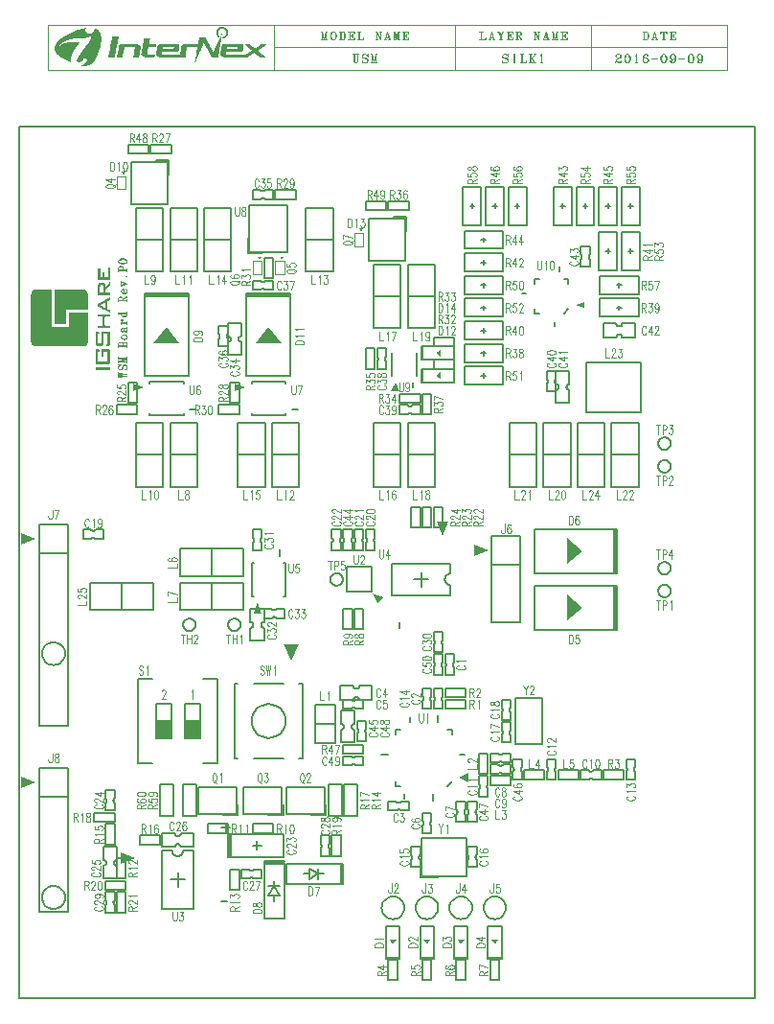
<source format=gbr>
%MOMM*%
%FSLAX33Y33*%
%ADD10C,0.200000*%
%ADD11C,0.111760*%
%ADD73C,0.203200*%
%ADD125C,0.120000*%
%ADD126C,0.152400*%
%ADD128C,0.100000*%
%ADD129C,0.080000*%
G90*G71*G01*D02*G54D10*X000000Y000000D02*X065000Y000000D01*X065000Y077000D01*
X000000Y077000D01*X000000Y000000D01*X033600Y006400D02*X033600Y003600D01*
X032400Y003600D01*X032400Y006400D01*X033600Y006400D01*X033600Y003500D02*
X032400Y003500D01*X033600Y003500D02*X033600Y003600D01*X032400Y003500D02*
X032400Y003600D01*X036600Y006400D02*X036600Y003600D01*X035400Y003600D01*
X035400Y006400D01*X036600Y006400D01*X036600Y003500D02*X035400Y003500D01*
X036600Y003500D02*X036600Y003600D01*X035400Y003500D02*X035400Y003600D01*
X039600Y006400D02*X039600Y003600D01*X038400Y003600D01*X038400Y006400D01*
X039600Y006400D01*X039600Y003500D02*X038400Y003500D01*X039600Y003500D02*
X039600Y003600D01*X038400Y003500D02*X038400Y003600D01*X042600Y006400D02*
X042600Y003600D01*X041400Y003600D01*X041400Y006400D01*X042600Y006400D01*
X042600Y003500D02*X041400Y003500D01*X042600Y003500D02*X042600Y003600D01*
X041400Y003500D02*X041400Y003600D01*X024700Y027800D02*X025000Y027800D01*
X025000Y021200D01*X024700Y021200D01*X023300Y027800D02*X020700Y027800D01*
X023300Y021200D02*X020700Y021200D01*X019300Y027800D02*X019000Y027800D01*
X019000Y021200D01*X019300Y021200D01*X020500Y024500D02*X020529Y024207D01*
X020614Y023926D01*X020753Y023667D01*X020939Y023439D01*X021167Y023253D01*
X021426Y023114D01*X021707Y023029D01*X022000Y023000D01*X022293Y023029D01*
X022574Y023114D01*X022833Y023253D01*X023061Y023439D01*X023247Y023667D01*
X023386Y023926D01*X023471Y024207D01*X023500Y024500D01*X023471Y024793D01*
X023386Y025074D01*X023247Y025333D01*X023061Y025561D01*X022833Y025747D01*
X022574Y025886D01*X022293Y025971D01*X022000Y026000D01*X021707Y025971D01*
X021426Y025886D01*X021167Y025747D01*X020939Y025561D01*X020753Y025333D01*
X020614Y025074D01*X020529Y024793D01*X020500Y024500D01*X031100Y035900D02*
X028900Y035900D01*X028900Y038100D01*X031100Y038100D01*X031100Y035900D01*
X054900Y051800D02*X050100Y051800D01*X050100Y056200D01*X054900Y056200D01*
X054900Y051800D01*X035100Y057000D02*X035100Y055000D01*X032900Y055000D02*
X032900Y057000D01*X038400Y054400D02*X035600Y054400D01*X035600Y055600D01*
X038400Y055600D01*X038400Y054400D01*X035500Y054400D02*X035500Y055600D01*
X035500Y054400D02*X035600Y054400D01*X035500Y055600D02*X035600Y055600D01*
X038400Y056400D02*X035600Y056400D01*X035600Y057600D01*X038400Y057600D01*
X038400Y056400D01*X035500Y056400D02*X035500Y057600D01*X035500Y056400D02*
X035600Y056400D01*X035500Y057600D02*X035600Y057600D01*D02*G54D11*
X008711Y054920D02*X009473Y054998D01*X008711Y054941D02*X009295Y054998D01*
X009473Y054998D01*X008711Y054959D02*X009295Y055020D01*X008711Y055081D02*
X009295Y055020D01*X009473Y054998D01*X008711Y055081D02*X009473Y055159D01*
X008711Y055098D02*X009295Y055159D01*X009473Y055159D01*X008711Y055120D02*
X009295Y055177D01*X008737Y055238D02*X009295Y055177D01*X009473Y055159D01*
X008711Y054863D02*X008711Y055020D01*X008711Y055081D02*X008711Y055120D01*
X008711Y055177D02*X008711Y055299D01*X008711Y054880D02*X008737Y054941D01*
X008711Y054902D02*X008775Y054941D01*X008711Y054981D02*X008775Y054959D01*
X008711Y054998D02*X008737Y054959D01*X008711Y055199D02*X008737Y055238D01*
X008711Y055277D02*X008737Y055238D01*X008813Y055935D02*X008711Y055969D01*
X008927Y055969D01*X008813Y055935D01*X008737Y055874D01*X008711Y055778D01*
X008711Y055686D01*X008737Y055595D01*X008813Y055534D01*X008927Y055534D01*
X008991Y055564D01*X009067Y055656D01*X009143Y055843D01*X009181Y055904D01*
X009257Y055935D01*X009359Y055935D01*X009435Y055904D01*X008927Y055564D02*
X008991Y055595D01*X009029Y055656D01*X009105Y055843D01*X009143Y055904D01*
X009219Y055935D01*X008737Y055595D02*X008813Y055564D01*X008889Y055564D01*
X008965Y055595D01*X008991Y055656D01*X009067Y055843D01*X009143Y055935D01*
X009219Y055969D01*X009321Y055969D01*X009397Y055935D01*X009435Y055904D01*
X009473Y055812D01*X009473Y055717D01*X009435Y055625D01*X009359Y055564D01*
X009257Y055534D01*X009473Y055534D01*X009359Y055564D01*X008711Y056261D02*
X009435Y056261D01*X008711Y056261D02*X009473Y056400D01*X008711Y056283D02*
X009359Y056400D01*X008711Y056300D02*X009359Y056418D01*X008711Y056540D02*
X009473Y056400D01*X008711Y056540D02*X009473Y056540D01*X008737Y056557D02*
X009435Y056557D01*X008711Y056579D02*X009473Y056579D01*X008711Y056204D02*
X008711Y056300D01*X008711Y056540D02*X008711Y056640D01*X009473Y056204D02*
X009473Y056322D01*X009473Y056479D02*X009473Y056640D01*X008711Y056222D02*
X008737Y056261D01*X008711Y056596D02*X008775Y056579D01*X008711Y056618D02*
X008737Y056579D01*X009435Y056261D02*X009473Y056222D01*X009435Y056261D02*
X009473Y056300D01*X009435Y056540D02*X009473Y056500D01*X009397Y056540D02*
X009473Y056518D01*X009397Y056579D02*X009473Y056596D01*X009435Y056579D02*
X009473Y056618D01*X008711Y057619D02*X009473Y057619D01*X008737Y057645D02*
X009435Y057645D01*X008711Y057672D02*X009473Y057672D01*X008711Y057545D02*
X008711Y057850D01*X008737Y057929D01*X008775Y057951D01*X008851Y057981D01*
X008927Y057981D01*X008991Y057951D01*X009029Y057929D01*X009067Y057850D01*
X008775Y057929D02*X008851Y057951D01*X008927Y057951D01*X008991Y057929D01*
X008711Y057850D02*X008737Y057903D01*X008813Y057929D01*X008965Y057929D01*
X009029Y057903D01*X009067Y057850D01*X009067Y057672D02*X009067Y057850D01*
X009105Y057929D01*X009143Y057951D01*X009219Y057981D01*X009321Y057981D01*
X009397Y057951D01*X009435Y057929D01*X009473Y057850D01*X009473Y057545D01*
X009143Y057929D02*X009219Y057951D01*X009321Y057951D01*X009397Y057929D01*
X009067Y057850D02*X009105Y057903D01*X009181Y057929D01*X009359Y057929D01*
X009435Y057903D01*X009473Y057850D01*X008711Y057567D02*X008737Y057619D01*
X008711Y057593D02*X008775Y057619D01*X008711Y057698D02*X008775Y057672D01*
X008711Y057724D02*X008737Y057672D01*X009435Y057619D02*X009473Y057567D01*
X009397Y057619D02*X009473Y057593D01*X009397Y057672D02*X009473Y057698D01*
X009435Y057672D02*X009473Y057724D01*X008965Y058399D02*X008991Y058307D01*
X009067Y058246D01*X009181Y058216D01*X009257Y058216D01*X009359Y058246D01*
X009435Y058307D01*X009473Y058399D01*X009473Y058464D01*X009435Y058556D01*
X009359Y058617D01*X009257Y058652D01*X009181Y058652D01*X009067Y058617D01*
X008991Y058556D01*X008965Y058464D01*X008965Y058399D01*X009067Y058277D02*
X009143Y058246D01*X009295Y058246D01*X009359Y058277D01*X009359Y058586D02*
X009295Y058617D01*X009143Y058617D01*X009067Y058586D01*X008965Y058399D02*
X008991Y058338D01*X009029Y058307D01*X009143Y058277D01*X009295Y058277D01*
X009397Y058307D01*X009435Y058338D01*X009473Y058399D01*X009473Y058464D02*
X009435Y058525D01*X009397Y058556D01*X009295Y058586D01*X009143Y058586D01*
X009029Y058556D01*X008991Y058525D01*X008965Y058464D01*X009067Y058943D02*
X009029Y058943D01*X009029Y058969D01*X009105Y058969D01*X009105Y058912D01*
X009029Y058912D01*X008991Y058943D01*X008965Y059000D01*X008965Y059117D01*
X008991Y059174D01*X009029Y059205D01*X009105Y059231D01*X009359Y059231D01*
X009435Y059261D01*X009473Y059292D01*X009029Y059174D02*X009105Y059205D01*
X009359Y059205D01*X009435Y059231D01*X008965Y059117D02*X008991Y059148D01*
X009067Y059174D01*X009359Y059174D01*X009435Y059205D01*X009473Y059292D01*
X009473Y059322D01*X009143Y059174D02*X009181Y059148D01*X009219Y059000D01*
X009257Y058912D01*X009321Y058886D01*X009359Y058886D01*X009435Y058912D01*
X009473Y059000D01*X009473Y059087D01*X009435Y059148D01*X009359Y059174D01*
X009257Y058943D02*X009321Y058912D01*X009359Y058912D01*X009435Y058943D01*
X009181Y059148D02*X009219Y059030D01*X009257Y058969D01*X009321Y058943D01*
X009359Y058943D01*X009435Y058969D01*X009473Y059000D01*X008965Y059653D02*
X009473Y059653D01*X008991Y059688D02*X009435Y059688D01*X008965Y059557D02*
X008965Y059723D01*X009473Y059723D01*X009029Y059958D02*X008991Y059958D01*
X008991Y059923D01*X009067Y059923D01*X009067Y059993D01*X008991Y059993D01*
X008965Y059958D01*X008965Y059888D01*X008991Y059823D01*X009067Y059757D01*
X009181Y059723D01*X009473Y059557D02*X009473Y059823D01*X008965Y059587D02*
X008991Y059653D01*X008965Y059622D02*X009029Y059653D01*X009435Y059653D02*
X009473Y059587D01*X009397Y059653D02*X009473Y059622D01*X009397Y059723D02*
X009473Y059757D01*X009435Y059723D02*X009473Y059788D01*X008711Y060524D02*
X009473Y060524D01*X009473Y060663D01*X008737Y060554D02*X009435Y060554D01*
X008711Y060445D02*X008711Y060581D01*X009473Y060581D01*X009067Y060524D02*
X009003Y060498D01*X008965Y060445D01*X008965Y060389D01*X009003Y060306D01*
X009067Y060254D01*X009181Y060227D01*X009257Y060227D01*X009359Y060254D01*
X009435Y060306D01*X009473Y060389D01*X009473Y060445D01*X009435Y060498D01*
X009359Y060524D01*X009067Y060280D02*X009143Y060254D01*X009295Y060254D01*
X009359Y060280D01*X008965Y060389D02*X009003Y060336D01*X009029Y060306D01*
X009143Y060280D01*X009295Y060280D01*X009397Y060306D01*X009435Y060336D01*
X009473Y060389D01*X008711Y060472D02*X008737Y060524D01*X008711Y060498D02*
X008775Y060524D01*X009397Y060581D02*X009473Y060607D01*X009435Y060581D02*
X009473Y060633D01*X008711Y061638D02*X009473Y061638D01*X008737Y061664D02*
X009435Y061664D01*X008711Y061686D02*X009473Y061686D01*X008711Y061569D02*
X008711Y061856D01*X008737Y061930D01*X008775Y061952D01*X008851Y061978D01*
X008927Y061978D01*X008991Y061952D01*X009029Y061930D01*X009067Y061856D01*
X009067Y061686D01*X008775Y061930D02*X008851Y061952D01*X008927Y061952D01*
X008991Y061930D01*X008711Y061856D02*X008737Y061904D01*X008813Y061930D01*
X008965Y061930D01*X009029Y061904D01*X009067Y061856D01*X009067Y061782D02*
X009105Y061834D01*X009181Y061856D01*X009397Y061904D01*X009473Y061930D01*
X009473Y061978D01*X009397Y062004D01*X009321Y062004D01*X009321Y061904D02*
X009397Y061930D01*X009435Y061952D01*X009435Y061978D01*X009105Y061834D02*
X009143Y061856D01*X009359Y061930D01*X009397Y061952D01*X009397Y061978D01*
X009359Y062004D01*X009473Y061569D02*X009473Y061760D01*X008711Y061590D02*
X008737Y061638D01*X008711Y061617D02*X008775Y061638D01*X008711Y061712D02*
X008775Y061686D01*X008711Y061734D02*X008737Y061686D01*X009435Y061638D02*
X009473Y061590D01*X009397Y061638D02*X009473Y061617D01*X009397Y061686D02*
X009473Y061712D01*X009435Y061686D02*X009473Y061734D01*X009181Y062305D02*
X009181Y062675D01*X009105Y062675D01*X009029Y062640D01*X008991Y062605D01*
X008965Y062505D01*X008965Y062440D01*X008991Y062335D01*X009067Y062270D01*
X009181Y062239D01*X009257Y062239D01*X009359Y062270D01*X009435Y062335D01*
X009473Y062440D01*X009473Y062505D01*X009435Y062605D01*X009359Y062675D01*
X009143Y062640D02*X009105Y062640D01*X009029Y062605D01*X009067Y062305D02*
X009143Y062270D01*X009295Y062270D01*X009359Y062305D01*X009181Y062605D02*
X009067Y062605D01*X008991Y062575D01*X008965Y062505D01*X008965Y062440D02*
X008991Y062370D01*X009029Y062335D01*X009143Y062305D01*X009295Y062305D01*
X009397Y062335D01*X009435Y062370D01*X009473Y062440D01*X008965Y062962D02*
X009473Y063123D01*X008965Y062988D02*X009397Y063123D01*X008965Y063014D02*
X009397Y063154D01*X008991Y063289D02*X009397Y063154D01*X009473Y063123D01*
X008965Y062910D02*X008965Y063097D01*X008965Y063180D02*X008965Y063346D01*
X008965Y062936D02*X009029Y063014D01*X008965Y063071D02*X008991Y063014D01*
X008965Y063232D02*X008991Y063289D01*X008965Y063315D02*X008991Y063289D01*
X009359Y063789D02*X009397Y063776D01*X009435Y063776D01*X009473Y063789D01*
X009473Y063803D01*X009435Y063816D01*X009397Y063816D01*X009359Y063803D01*
X009359Y063789D01*X009397Y063789D02*X009435Y063789D01*X009435Y063803D01*
X009397Y063803D01*X009397Y063789D01*X008711Y064325D02*X009473Y064325D01*
X008737Y064351D02*X009435Y064351D01*X008711Y064377D02*X009473Y064377D01*
X008711Y064251D02*X008711Y064556D01*X008737Y064634D01*X008775Y064656D01*
X008851Y064687D01*X008965Y064687D01*X009029Y064656D01*X009067Y064634D01*
X009105Y064556D01*X009105Y064377D01*X008775Y064634D02*X008851Y064656D01*
X008965Y064656D01*X009029Y064634D01*X008711Y064556D02*X008737Y064608D01*
X008813Y064634D01*X008991Y064634D01*X009067Y064608D01*X009105Y064556D01*
X009473Y064251D02*X009473Y064456D01*X008711Y064273D02*X008737Y064325D01*
X008711Y064299D02*X008775Y064325D01*X008711Y064403D02*X008775Y064377D01*
X008711Y064430D02*X008737Y064377D01*X009435Y064325D02*X009473Y064273D01*
X009397Y064325D02*X009473Y064299D01*X009397Y064377D02*X009473Y064403D01*
X009435Y064377D02*X009473Y064430D01*X008711Y065104D02*X008737Y065013D01*
X008851Y064952D01*X009029Y064921D01*X009143Y064921D01*X009321Y064952D01*
X009435Y065013D01*X009473Y065104D01*X009473Y065170D01*X009435Y065261D01*
X009321Y065322D01*X009143Y065357D01*X009029Y065357D01*X008851Y065322D01*
X008737Y065261D01*X008711Y065170D01*X008711Y065104D01*X008775Y065013D02*
X008851Y064982D01*X008991Y064952D01*X009181Y064952D01*X009321Y064982D01*
X009397Y065013D01*X009397Y065261D02*X009321Y065292D01*X009181Y065322D01*
X008991Y065322D01*X008851Y065292D01*X008775Y065261D01*X008711Y065104D02*
X008737Y065043D01*X008813Y065013D01*X008991Y064982D01*X009181Y064982D01*
X009359Y065013D01*X009435Y065043D01*X009473Y065104D01*X009473Y065170D02*
X009435Y065231D01*X009359Y065261D01*X009181Y065292D01*X008991Y065292D01*
X008813Y065261D01*X008737Y065231D01*X008711Y065170D01*D02*G54D73*
X017810Y008595D02*X018318Y008595D01*X015400Y013100D02*X015400Y007900D01*
X012600Y007900D01*X012600Y013100D01*X015400Y013100D02*X014478Y013100D01*
X012600Y013100D02*X013462Y013100D01*X013365Y010500D02*X014635Y010500D01*
X014000Y011135D02*X014000Y009865D01*X014478Y013100D02*X014476Y013050D01*
X014468Y013001D01*X014456Y012953D01*X014439Y012906D01*X014418Y012861D01*
X014392Y012818D01*X014363Y012778D01*X014329Y012741D01*X014292Y012707D01*
X014252Y012678D01*X014209Y012652D01*X014164Y012631D01*X014117Y012614D01*
X014069Y012602D01*X014020Y012594D01*X013970Y012592D01*X013920Y012594D01*
X013871Y012602D01*X013823Y012614D01*X013776Y012631D01*X013731Y012652D01*
X013688Y012678D01*X013648Y012707D01*X013611Y012741D01*X013577Y012778D01*
X013548Y012818D01*X013522Y012861D01*X013501Y012906D01*X013484Y012953D01*
X013472Y013001D01*X013464Y013050D01*X013462Y013100D01*X023400Y007100D02*
X021600Y007100D01*X021600Y011900D01*X023400Y011900D01*X023400Y007100D01*
X023000Y009100D02*X022000Y009100D01*X022500Y009900D01*X023000Y009100D01*
X023000Y009900D02*X022000Y009900D01*X022500Y009900D02*X022500Y010400D01*
X022500Y009100D02*X022500Y008600D01*X023400Y011900D02*X021600Y011900D01*
X021600Y007100D02*X023400Y007100D01*X021600Y011900D02*X021600Y012000D01*
X023400Y012000D01*X023400Y011900D01*X021600Y012000D02*X021600Y012100D01*
X023400Y012100D01*X032000Y008000D02*X032019Y007805D01*X032076Y007617D01*
X032169Y007444D01*X032293Y007293D01*X032444Y007169D01*X032617Y007076D01*
X032805Y007019D01*X033000Y007000D01*X033195Y007019D01*X033383Y007076D01*
X033556Y007169D01*X033707Y007293D01*X033831Y007444D01*X033924Y007617D01*
X033981Y007805D01*X034000Y008000D01*X033981Y008195D01*X033924Y008383D01*
X033831Y008556D01*X033707Y008707D01*X033556Y008831D01*X033383Y008924D01*
X033195Y008981D01*X033000Y009000D01*X032805Y008981D01*X032617Y008924D01*
X032444Y008831D01*X032293Y008707D01*X032169Y008556D01*X032076Y008383D01*
X032019Y008195D01*X032000Y008000D01*X035000Y008000D02*X035019Y007805D01*
X035076Y007617D01*X035169Y007444D01*X035293Y007293D01*X035444Y007169D01*
X035617Y007076D01*X035805Y007019D01*X036000Y007000D01*X036195Y007019D01*
X036383Y007076D01*X036556Y007169D01*X036707Y007293D01*X036831Y007444D01*
X036924Y007617D01*X036981Y007805D01*X037000Y008000D01*X036981Y008195D01*
X036924Y008383D01*X036831Y008556D01*X036707Y008707D01*X036556Y008831D01*
X036383Y008924D01*X036195Y008981D01*X036000Y009000D01*X035805Y008981D01*
X035617Y008924D01*X035444Y008831D01*X035293Y008707D01*X035169Y008556D01*
X035076Y008383D01*X035019Y008195D01*X035000Y008000D01*X038000Y008000D02*
X038019Y007805D01*X038076Y007617D01*X038169Y007444D01*X038293Y007293D01*
X038444Y007169D01*X038617Y007076D01*X038805Y007019D01*X039000Y007000D01*
X039195Y007019D01*X039383Y007076D01*X039556Y007169D01*X039707Y007293D01*
X039831Y007444D01*X039924Y007617D01*X039981Y007805D01*X040000Y008000D01*
X039981Y008195D01*X039924Y008383D01*X039831Y008556D01*X039707Y008707D01*
X039556Y008831D01*X039383Y008924D01*X039195Y008981D01*X039000Y009000D01*
X038805Y008981D01*X038617Y008924D01*X038444Y008831D01*X038293Y008707D01*
X038169Y008556D01*X038076Y008383D01*X038019Y008195D01*X038000Y008000D01*
X041000Y008000D02*X041019Y007805D01*X041076Y007617D01*X041169Y007444D01*
X041293Y007293D01*X041444Y007169D01*X041617Y007076D01*X041805Y007019D01*
X042000Y007000D01*X042195Y007019D01*X042383Y007076D01*X042556Y007169D01*
X042707Y007293D01*X042831Y007444D01*X042924Y007617D01*X042981Y007805D01*
X043000Y008000D01*X042981Y008195D01*X042924Y008383D01*X042831Y008556D01*
X042707Y008707D01*X042556Y008831D01*X042383Y008924D01*X042195Y008981D01*
X042000Y009000D01*X041805Y008981D01*X041617Y008924D01*X041444Y008831D01*
X041293Y008707D01*X041169Y008556D01*X041076Y008383D01*X041019Y008195D01*
X041000Y008000D01*X001730Y017810D02*X004270Y017810D01*X004270Y020350D02*
X001730Y020350D01*X001730Y007650D01*X004270Y007650D01*X004270Y020350D01*
X001984Y008920D02*X002004Y008722D01*X002061Y008531D01*X002155Y008356D01*
X002282Y008202D01*X002436Y008075D01*X002611Y007981D01*X002802Y007924D01*
X003000Y007904D01*X003198Y007924D01*X003389Y007981D01*X003564Y008075D01*
X003718Y008202D01*X003845Y008356D01*X003939Y008531D01*X003996Y008722D01*
X004016Y008920D01*X003996Y009118D01*X003939Y009309D01*X003845Y009484D01*
X003718Y009638D01*X003564Y009765D01*X003389Y009859D01*X003198Y009916D01*
X003000Y009936D01*X002802Y009916D01*X002611Y009859D01*X002436Y009765D01*
X002282Y009638D01*X002155Y009484D01*X002061Y009309D01*X002004Y009118D01*
X001984Y008920D01*X023600Y010100D02*X023600Y011900D01*X028400Y011900D01*
X028400Y010100D01*X023600Y010100D01*X025600Y010500D02*X025600Y011500D01*
X026400Y011000D01*X025600Y010500D01*X026400Y010500D02*X026400Y011500D01*
X026400Y011000D02*X026900Y011000D01*X025600Y011000D02*X025100Y011000D01*
X028400Y010100D02*X028400Y011900D01*X023600Y011900D02*X023600Y010100D01*
X028400Y011900D02*X028500Y011900D01*X028500Y010100D01*X028400Y010100D01*
X028500Y011900D02*X028600Y011900D01*X028600Y010100D01*X035500Y014200D02*
X039500Y014200D01*X039500Y010800D01*X035500Y010800D01*X035500Y014200D01*
X035400Y012200D02*X035400Y010700D01*X037000Y010700D01*X018000Y016200D02*
X019300Y016200D01*X019300Y017100D01*X015800Y016300D02*X019200Y016300D01*
X019200Y018700D01*X015800Y018700D01*X015800Y016300D01*X022000Y016200D02*
X023300Y016200D01*X023300Y017100D01*X019800Y016300D02*X023200Y016300D01*
X023200Y018700D01*X019800Y018700D01*X019800Y016300D01*X021000Y013881D02*
X021000Y013119D01*X020619Y013500D02*X021381Y013500D01*X017838Y015100D02*
X018600Y015100D01*X018219Y015481D02*X018219Y014719D01*X018650Y014500D02*
X018650Y012500D01*X023350Y012500D01*X023350Y014500D01*X018650Y014500D01*
X018650Y014500D02*X018550Y014500D01*X018550Y012500D01*X018650Y012500D01*
X018550Y014500D02*X018450Y014500D01*X018450Y012500D01*X018550Y012500D01*
X025750Y016200D02*X027050Y016200D01*X027050Y017100D01*X023550Y016300D02*
X026950Y016300D01*X026950Y018700D01*X023550Y018700D01*X023550Y016300D01*
X011760Y020750D02*X010470Y020750D01*X010470Y028250D01*X011760Y028250D01*
X015970Y024500D02*X014570Y024500D01*X015970Y023000D02*X015970Y026000D01*
X014570Y026000D01*X014570Y023000D01*X015970Y023000D01*X013430Y023000D02*
X013430Y026000D01*X012030Y026000D01*X012030Y023000D01*X013430Y023000D01*
X013430Y024500D02*X012030Y024500D01*X016240Y020750D02*X017530Y020750D01*
X017530Y028250D01*X016240Y028250D01*X037850Y023750D02*X038250Y023750D01*
X038250Y023350D01*X033250Y023350D02*X033250Y023750D01*X033650Y023750D01*
X038250Y019150D02*X037850Y018750D01*X033650Y018750D02*X033250Y018750D01*
X033250Y019150D01*X038950Y021500D02*X039350Y021500D01*X037000Y025050D02*
X037000Y024450D01*X034500Y024450D02*X034500Y024850D01*X031950Y021500D02*
X032550Y021500D01*X036500Y017450D02*X036500Y018050D01*X034000Y018050D02*
X034000Y017650D01*X001730Y039350D02*X004270Y039350D01*X004270Y041890D02*
X001730Y041890D01*X001730Y024110D01*X004270Y024110D01*X004270Y041890D01*
X001984Y030460D02*X002004Y030262D01*X002061Y030071D01*X002155Y029896D01*
X002282Y029742D01*X002436Y029615D01*X002611Y029521D01*X002802Y029464D01*
X003000Y029444D01*X003198Y029464D01*X003389Y029521D01*X003564Y029615D01*
X003718Y029742D01*X003845Y029896D01*X003939Y030071D01*X003996Y030262D01*
X004016Y030460D01*X003996Y030658D01*X003939Y030849D01*X003845Y031024D01*
X003718Y031178D01*X003564Y031305D01*X003389Y031399D01*X003198Y031456D01*
X003000Y031476D01*X002802Y031456D01*X002611Y031399D01*X002436Y031305D01*
X002282Y031178D01*X002155Y031024D01*X002061Y030849D01*X002004Y030658D01*
X001984Y030460D01*X043800Y022500D02*X046200Y022500D01*X046200Y026500D01*
X043800Y026500D01*X043800Y022500D01*X011800Y034300D02*X006200Y034300D01*
X006200Y036700D01*X011800Y036700D01*X011800Y034300D01*X009000Y034300D02*
X009000Y036700D01*X022975Y039075D02*X022975Y039625D01*X020700Y038500D02*
X020500Y038500D01*X020500Y035500D01*X020700Y035500D01*X023300Y038500D02*
X023500Y038500D01*X023500Y035500D01*X023300Y035500D01*X019800Y034300D02*
X014200Y034300D01*X014200Y036700D01*X019800Y036700D01*X019800Y034300D01*
X017000Y034300D02*X017000Y036700D01*X033595Y033190D02*X033595Y032682D01*
X038100Y035600D02*X032900Y035600D01*X032900Y038400D01*X038100Y038400D01*
X038100Y035600D02*X038100Y036522D01*X038100Y038400D02*X038100Y037538D01*
X035500Y037635D02*X035500Y036365D01*X036135Y037000D02*X034865Y037000D01*
X038100Y036522D02*X038050Y036524D01*X038001Y036532D01*X037953Y036544D01*
X037906Y036561D01*X037861Y036582D01*X037818Y036608D01*X037778Y036637D01*
X037741Y036671D01*X037707Y036708D01*X037678Y036748D01*X037652Y036791D01*
X037631Y036836D01*X037614Y036883D01*X037602Y036931D01*X037594Y036980D01*
X037592Y037030D01*X037594Y037080D01*X037602Y037129D01*X037614Y037177D01*
X037631Y037224D01*X037652Y037269D01*X037678Y037312D01*X037707Y037352D01*
X037741Y037389D01*X037778Y037423D01*X037818Y037452D01*X037861Y037478D01*
X037906Y037499D01*X037953Y037516D01*X038001Y037528D01*X038050Y037536D01*
X038100Y037538D01*X041730Y038270D02*X044270Y038270D01*X044270Y040810D02*
X041730Y040810D01*X041730Y033190D01*X044270Y033190D01*X044270Y040810D01*
X045497Y036443D02*X045497Y032557D01*X052503Y032557D01*X052503Y036443D01*
X045497Y036443D01*X052503Y036443D02*X052630Y036443D01*X052630Y032557D01*
X052503Y032557D01*X052630Y036443D02*X052757Y036443D01*X052757Y032557D01*
X052630Y032557D01*X019800Y037300D02*X014200Y037300D01*X014200Y039700D01*
X019800Y039700D01*X019800Y037300D01*X017000Y037300D02*X017000Y039700D01*
X045497Y041443D02*X045497Y037557D01*X052503Y037557D01*X052503Y041443D01*
X045497Y041443D01*X052503Y041443D02*X052630Y041443D01*X052630Y037557D01*
X052503Y037557D01*X052630Y041443D02*X052757Y041443D01*X052757Y037557D01*
X052630Y037557D01*X010300Y045200D02*X010300Y050800D01*X012700Y050800D01*
X012700Y045200D01*X010300Y045200D01*X010300Y048000D02*X012700Y048000D01*
X013300Y045200D02*X013300Y050800D01*X015700Y050800D01*X015700Y045200D01*
X013300Y045200D01*X013300Y048000D02*X015700Y048000D01*X019300Y045200D02*
X019300Y050800D01*X021700Y050800D01*X021700Y045200D01*X019300Y045200D01*
X019300Y048000D02*X021700Y048000D01*X022300Y045200D02*X022300Y050800D01*
X024700Y050800D01*X024700Y045200D01*X022300Y045200D01*X022300Y048000D02*
X024700Y048000D01*X031300Y045200D02*X031300Y050800D01*X033700Y050800D01*
X033700Y045200D01*X031300Y045200D01*X031300Y048000D02*X033700Y048000D01*
X034300Y045200D02*X034300Y050800D01*X036700Y050800D01*X036700Y045200D01*
X034300Y045200D01*X034300Y048000D02*X036700Y048000D01*X048700Y050800D02*
X048700Y045200D01*X046300Y045200D01*X046300Y050800D01*X048700Y050800D01*
X048700Y048000D02*X046300Y048000D01*X045700Y050800D02*X045700Y045200D01*
X043300Y045200D01*X043300Y050800D01*X045700Y050800D01*X045700Y048000D02*
X043300Y048000D01*X049300Y045200D02*X049300Y050800D01*X051700Y050800D01*
X051700Y045200D01*X049300Y045200D01*X049300Y048000D02*X051700Y048000D01*
X052300Y045200D02*X052300Y050800D01*X054700Y050800D01*X054700Y045200D01*
X052300Y045200D01*X052300Y048000D02*X054700Y048000D01*X015075Y052025D02*
X015625Y052025D01*X014500Y054300D02*X014500Y054500D01*X011500Y054500D01*
X011500Y054300D01*X014500Y051700D02*X014500Y051500D01*X011500Y051500D01*
X011500Y051700D01*X024075Y052025D02*X024625Y052025D01*X023500Y054300D02*
X023500Y054500D01*X020500Y054500D01*X020500Y054300D01*X023500Y051700D02*
X023500Y051500D01*X020500Y051500D01*X020500Y051700D01*X034800Y053975D02*
X034800Y054350D01*X011057Y054997D02*X014943Y054997D01*X014943Y062003D01*
X011057Y062003D01*X011057Y054997D01*X011057Y062003D02*X011057Y062130D01*
X014943Y062130D01*X014943Y062003D01*X011057Y062130D02*X011057Y062257D01*
X014943Y062257D01*X014943Y062130D01*X020057Y054997D02*X023943Y054997D01*
X023943Y062003D01*X020057Y062003D01*X020057Y054997D01*X020057Y062003D02*
X020057Y062130D01*X023943Y062130D01*X023943Y062003D01*X020057Y062130D02*
X020057Y062257D01*X023943Y062257D01*X023943Y062130D01*X031300Y059200D02*
X031300Y064800D01*X033700Y064800D01*X033700Y059200D01*X031300Y059200D01*
X031300Y062000D02*X033700Y062000D01*X034300Y059200D02*X034300Y064800D01*
X036700Y064800D01*X036700Y059200D01*X034300Y059200D01*X034300Y062000D02*
X036700Y062000D01*X048500Y063100D02*X048500Y063500D01*X048100Y063500D01*
X045900Y060500D02*X045500Y060500D01*X045500Y060900D01*X045500Y063100D02*
X045500Y063500D01*X045900Y063500D01*X047750Y064250D02*X047750Y064625D01*
X044750Y062250D02*X044375Y062250D01*X047250Y059750D02*X047250Y059375D01*
X048125Y060500D02*X048500Y060875D01*X010300Y064200D02*X010300Y069800D01*
X012700Y069800D01*X012700Y064200D01*X010300Y064200D01*X010300Y067000D02*
X012700Y067000D01*X020322Y065911D02*X020322Y070064D01*X023678Y070064D01*
X023678Y065911D01*X020322Y065911D01*X020200Y067200D02*X020200Y065800D01*
X021400Y065800D01*X013300Y064200D02*X013300Y069800D01*X015700Y069800D01*
X015700Y064200D01*X013300Y064200D01*X013300Y067000D02*X015700Y067000D01*
X018700Y069800D02*X018700Y064200D01*X016300Y064200D01*X016300Y069800D01*
X018700Y069800D01*X018700Y067000D02*X016300Y067000D01*X034100Y065100D02*
X034100Y068900D01*X030900Y068900D01*X030900Y065100D01*X034100Y065100D01*
X034200Y067800D02*X034200Y069000D01*X033100Y069000D01*X027700Y069800D02*
X027700Y064200D01*X025300Y064200D01*X025300Y069800D01*X027700Y069800D01*
X027700Y067000D02*X025300Y067000D01*X013100Y070100D02*X013100Y073900D01*
X009900Y073900D01*X009900Y070100D01*X013100Y070100D01*X013200Y072800D02*
X013200Y074000D01*X012100Y074000D01*D02*G54D125*X013538Y007650D02*
X013538Y007080D01*X013563Y006959D01*X013614Y006886D01*X013695Y006850D01*
X013745Y006850D01*X013822Y006886D01*X013873Y006959D01*X013902Y007080D01*
X013902Y007650D01*X014149Y007638D02*X014433Y007638D01*X014276Y007335D01*
X014356Y007335D01*X014407Y007298D01*X014433Y007262D01*X014462Y007153D01*
X014462Y007068D01*X014433Y006959D01*X014382Y006886D01*X014305Y006850D01*
X014225Y006850D01*X014149Y006886D01*X014123Y006923D01*X014098Y006995D01*
X031350Y004538D02*X031350Y004720D01*X031398Y004796D01*X031471Y004847D01*
X031544Y004873D01*X031653Y004902D01*X031847Y004902D01*X031956Y004873D01*
X032041Y004847D01*X032114Y004796D01*X032150Y004720D01*X032150Y004538D01*
X031350Y004538D01*X031508Y005240D02*X031471Y005269D01*X031362Y005313D01*
X032150Y005313D01*X035400Y002038D02*X034600Y002038D01*X034600Y002271D01*
X034648Y002347D01*X034685Y002373D01*X034758Y002402D01*X034830Y002402D01*
X034903Y002373D01*X034952Y002347D01*X034988Y002271D01*X034988Y002038D01*
X034988Y002216D02*X035400Y002402D01*X034612Y002907D02*X034612Y002649D01*
X034952Y002623D01*X034915Y002649D01*X034879Y002725D01*X034879Y002802D01*
X034915Y002882D01*X034988Y002933D01*X035097Y002962D01*X035182Y002962D01*
X035291Y002933D01*X035364Y002882D01*X035400Y002802D01*X035400Y002725D01*
X035364Y002649D01*X035327Y002623D01*X035255Y002598D01*X034350Y004538D02*
X034350Y004720D01*X034398Y004796D01*X034471Y004847D01*X034544Y004873D01*
X034653Y004902D01*X034847Y004902D01*X034956Y004873D01*X035041Y004847D01*
X035114Y004796D01*X035150Y004720D01*X035150Y004538D01*X034350Y004538D01*
X034544Y005123D02*X034508Y005123D01*X034435Y005149D01*X034398Y005174D01*
X034350Y005225D01*X034350Y005331D01*X034398Y005382D01*X034435Y005407D01*
X034508Y005433D01*X034580Y005433D01*X034653Y005407D01*X034774Y005356D01*
X035150Y005098D01*X035150Y005462D01*X037350Y004538D02*X037350Y004720D01*
X037398Y004796D01*X037471Y004847D01*X037544Y004873D01*X037653Y004902D01*
X037847Y004902D01*X037956Y004873D01*X038041Y004847D01*X038114Y004796D01*
X038150Y004720D01*X038150Y004538D01*X037350Y004538D01*X037362Y005149D02*
X037362Y005433D01*X037665Y005276D01*X037665Y005356D01*X037702Y005407D01*
X037738Y005433D01*X037847Y005462D01*X037932Y005462D01*X038041Y005433D01*
X038114Y005382D01*X038150Y005305D01*X038150Y005225D01*X038114Y005149D01*
X038077Y005123D01*X038005Y005098D01*X032400Y002038D02*X031600Y002038D01*
X031600Y002271D01*X031648Y002347D01*X031685Y002373D01*X031758Y002402D01*
X031830Y002402D01*X031903Y002373D01*X031952Y002347D01*X031988Y002271D01*
X031988Y002038D01*X031988Y002216D02*X032400Y002402D01*X031612Y002838D02*
X032400Y002838D01*X031612Y002838D02*X032133Y002598D01*X032133Y002962D01*
X041400Y002038D02*X040600Y002038D01*X040600Y002271D01*X040648Y002347D01*
X040685Y002373D01*X040758Y002402D01*X040830Y002402D01*X040903Y002373D01*
X040952Y002347D01*X040988Y002271D01*X040988Y002038D01*X040988Y002216D02*
X041400Y002402D01*X040612Y002598D02*X040612Y002962D01*X041400Y002700D01*
X040350Y004538D02*X040350Y004720D01*X040398Y004796D01*X040471Y004847D01*
X040544Y004873D01*X040653Y004902D01*X040847Y004902D01*X040956Y004873D01*
X041041Y004847D01*X041114Y004796D01*X041150Y004720D01*X041150Y004538D01*
X040350Y004538D01*X040362Y005338D02*X041150Y005338D01*X040362Y005338D02*
X040883Y005098D01*X040883Y005462D01*X038400Y002038D02*X037600Y002038D01*
X037600Y002271D01*X037648Y002347D01*X037685Y002373D01*X037758Y002402D01*
X037830Y002402D01*X037903Y002373D01*X037952Y002347D01*X037988Y002271D01*
X037988Y002038D01*X037988Y002216D02*X038400Y002402D01*X037721Y002933D02*
X037648Y002904D01*X037612Y002820D01*X037612Y002765D01*X037648Y002682D01*
X037758Y002623D01*X037952Y002598D01*X038133Y002598D01*X038291Y002623D01*
X038364Y002682D01*X038400Y002765D01*X038400Y002791D01*X038364Y002875D01*
X038291Y002933D01*X038182Y002962D01*X038133Y002962D01*X038024Y002933D01*
X037952Y002875D01*X037915Y002791D01*X037915Y002765D01*X037952Y002682D01*
X038024Y002623D01*X038133Y002598D01*X006794Y008122D02*X006721Y008097D01*
X006648Y008046D01*X006600Y007998D01*X006600Y007900D01*X006648Y007853D01*
X006721Y007805D01*X006794Y007780D01*X006903Y007758D01*X007097Y007758D01*
X007206Y007780D01*X007291Y007805D01*X007364Y007853D01*X007400Y007900D01*
X007400Y007998D01*X007364Y008046D01*X007291Y008097D01*X007206Y008122D01*
X006794Y008343D02*X006758Y008343D01*X006685Y008369D01*X006648Y008394D01*
X006600Y008445D01*X006600Y008551D01*X006648Y008602D01*X006685Y008627D01*
X006758Y008653D01*X006830Y008653D01*X006903Y008627D01*X007024Y008576D01*
X007400Y008318D01*X007400Y008682D01*X006867Y009242D02*X006988Y009213D01*
X007061Y009158D01*X007097Y009071D01*X007097Y009045D01*X007061Y008962D01*
X006988Y008903D01*X006867Y008878D01*X006830Y008878D01*X006721Y008903D01*
X006648Y008962D01*X006612Y009045D01*X006612Y009071D01*X006648Y009158D01*
X006721Y009213D01*X006867Y009242D01*X007061Y009242D01*X007255Y009213D01*
X007364Y009158D01*X007400Y009071D01*X007400Y009016D01*X007364Y008933D01*
X007291Y008903D01*X010400Y007758D02*X009600Y007758D01*X009600Y007991D01*
X009648Y008067D01*X009685Y008093D01*X009758Y008122D01*X009830Y008122D01*
X009903Y008093D01*X009952Y008067D01*X009988Y007991D01*X009988Y007758D01*
X009988Y007936D02*X010400Y008122D01*X009794Y008343D02*X009758Y008343D01*
X009685Y008369D01*X009648Y008394D01*X009600Y008445D01*X009600Y008551D01*
X009648Y008602D01*X009685Y008627D01*X009758Y008653D01*X009830Y008653D01*
X009903Y008627D01*X010024Y008576D01*X010400Y008318D01*X010400Y008682D01*
X009758Y009020D02*X009721Y009049D01*X009612Y009093D01*X010400Y009093D01*
X020600Y007538D02*X020600Y007720D01*X020648Y007796D01*X020721Y007847D01*
X020794Y007873D01*X020903Y007902D01*X021097Y007902D01*X021206Y007873D01*
X021291Y007847D01*X021364Y007796D01*X021400Y007720D01*X021400Y007538D01*
X020600Y007538D01*X020612Y008225D02*X020648Y008149D01*X020721Y008123D01*
X020794Y008123D01*X020879Y008149D01*X020915Y008200D01*X020952Y008305D01*
X020988Y008382D01*X021061Y008433D01*X021133Y008462D01*X021255Y008462D01*
X021327Y008433D01*X021364Y008407D01*X021400Y008331D01*X021400Y008225D01*
X021364Y008149D01*X021327Y008123D01*X021255Y008098D01*X021133Y008098D01*
X021061Y008123D01*X020988Y008174D01*X020952Y008251D01*X020915Y008356D01*
X020879Y008407D01*X020794Y008433D01*X020721Y008433D01*X020648Y008407D01*
X020612Y008331D01*X020612Y008225D01*X032898Y010150D02*X032898Y009544D01*
X032862Y009423D01*X032826Y009386D01*X032756Y009350D01*X032680Y009350D01*
X032611Y009386D01*X032574Y009423D01*X032538Y009544D01*X032538Y009617D01*
X033123Y009956D02*X033123Y009992D01*X033149Y010065D01*X033174Y010102D01*
X033225Y010150D01*X033331Y010150D01*X033382Y010102D01*X033407Y010065D01*
X033433Y009992D01*X033433Y009920D01*X033407Y009847D01*X033356Y009726D01*
X033098Y009350D01*X033462Y009350D01*X035898Y010150D02*X035898Y009544D01*
X035862Y009423D01*X035826Y009386D01*X035756Y009350D01*X035680Y009350D01*
X035611Y009386D01*X035574Y009423D01*X035538Y009544D01*X035538Y009617D01*
X036149Y010138D02*X036433Y010138D01*X036276Y009835D01*X036356Y009835D01*
X036407Y009798D01*X036433Y009762D01*X036462Y009653D01*X036462Y009568D01*
X036433Y009459D01*X036382Y009386D01*X036305Y009350D01*X036225Y009350D01*
X036149Y009386D01*X036123Y009423D01*X036098Y009495D01*X038898Y010150D02*
X038898Y009544D01*X038862Y009423D01*X038826Y009386D01*X038756Y009350D01*
X038680Y009350D01*X038611Y009386D01*X038574Y009423D01*X038538Y009544D01*
X038538Y009617D01*X039338Y010138D02*X039338Y009350D01*X039338Y010138D02*
X039098Y009617D01*X039462Y009617D01*X041898Y010150D02*X041898Y009544D01*
X041862Y009423D01*X041826Y009386D01*X041756Y009350D01*X041680Y009350D01*
X041611Y009386D01*X041574Y009423D01*X041538Y009544D01*X041538Y009617D01*
X042407Y010138D02*X042149Y010138D01*X042123Y009798D01*X042149Y009835D01*
X042225Y009871D01*X042302Y009871D01*X042382Y009835D01*X042433Y009762D01*
X042462Y009653D01*X042462Y009568D01*X042433Y009459D01*X042382Y009386D01*
X042302Y009350D01*X042225Y009350D01*X042149Y009386D01*X042123Y009423D01*
X042098Y009495D01*X002898Y021650D02*X002898Y021044D01*X002862Y020923D01*
X002826Y020886D01*X002756Y020850D01*X002680Y020850D01*X002611Y020886D01*
X002574Y020923D01*X002538Y021044D01*X002538Y021117D01*X003225Y021638D02*
X003149Y021602D01*X003123Y021529D01*X003123Y021456D01*X003149Y021371D01*
X003200Y021335D01*X003305Y021298D01*X003382Y021262D01*X003433Y021189D01*
X003462Y021117D01*X003462Y020995D01*X003433Y020923D01*X003407Y020886D01*
X003331Y020850D01*X003225Y020850D01*X003149Y020886D01*X003123Y020923D01*
X003098Y020995D01*X003098Y021117D01*X003123Y021189D01*X003174Y021262D01*
X003251Y021298D01*X003356Y021335D01*X003407Y021371D01*X003433Y021456D01*
X003433Y021529D01*X003407Y021602D01*X003331Y021638D01*X003225Y021638D01*
X006544Y011122D02*X006471Y011097D01*X006398Y011046D01*X006350Y010998D01*
X006350Y010900D01*X006398Y010853D01*X006471Y010805D01*X006544Y010780D01*
X006653Y010758D01*X006847Y010758D01*X006956Y010780D01*X007041Y010805D01*
X007114Y010853D01*X007150Y010900D01*X007150Y010998D01*X007114Y011046D01*
X007041Y011097D01*X006956Y011122D01*X006544Y011343D02*X006508Y011343D01*
X006435Y011369D01*X006398Y011394D01*X006350Y011445D01*X006350Y011551D01*
X006398Y011602D01*X006435Y011627D01*X006508Y011653D01*X006580Y011653D01*
X006653Y011627D01*X006774Y011576D01*X007150Y011318D01*X007150Y011682D01*
X006362Y012187D02*X006362Y011929D01*X006702Y011903D01*X006665Y011929D01*
X006629Y012005D01*X006629Y012082D01*X006665Y012162D01*X006738Y012213D01*
X006847Y012242D01*X006932Y012242D01*X007041Y012213D01*X007114Y012162D01*
X007150Y012082D01*X007150Y012005D01*X007114Y011929D01*X007077Y011903D01*
X007005Y011878D01*X005758Y009600D02*X005758Y010400D01*X005991Y010400D01*
X006067Y010352D01*X006093Y010315D01*X006122Y010242D01*X006122Y010170D01*
X006093Y010097D01*X006067Y010048D01*X005991Y010012D01*X005758Y010012D01*
X005936Y010012D02*X006122Y009600D01*X006343Y010206D02*X006343Y010242D01*
X006369Y010315D01*X006394Y010352D01*X006445Y010400D01*X006551Y010400D01*
X006602Y010352D01*X006627Y010315D01*X006653Y010242D01*X006653Y010170D01*
X006627Y010097D01*X006576Y009976D01*X006318Y009600D01*X006682Y009600D01*
X007035Y010388D02*X006954Y010352D01*X006903Y010242D01*X006878Y010048D01*
X006878Y009939D01*X006903Y009745D01*X006954Y009636D01*X007035Y009600D01*
X007085Y009600D01*X007162Y009636D01*X007213Y009745D01*X007242Y009939D01*
X007242Y010048D01*X007213Y010242D01*X007162Y010352D01*X007085Y010388D01*
X007035Y010388D01*X010400Y010758D02*X009600Y010758D01*X009600Y010991D01*
X009648Y011067D01*X009685Y011093D01*X009758Y011122D01*X009830Y011122D01*
X009903Y011093D01*X009952Y011067D01*X009988Y010991D01*X009988Y010758D01*
X009988Y010936D02*X010400Y011122D01*X009758Y011460D02*X009721Y011489D01*
X009612Y011533D01*X010400Y011533D01*X009794Y011903D02*X009758Y011903D01*
X009685Y011929D01*X009648Y011954D01*X009600Y012005D01*X009600Y012111D01*
X009648Y012162D01*X009685Y012187D01*X009758Y012213D01*X009830Y012213D01*
X009903Y012187D01*X010024Y012136D01*X010400Y011878D01*X010400Y012242D01*
X019400Y007758D02*X018600Y007758D01*X018600Y007991D01*X018648Y008067D01*
X018685Y008093D01*X018758Y008122D01*X018830Y008122D01*X018903Y008093D01*
X018952Y008067D01*X018988Y007991D01*X018988Y007758D01*X018988Y007936D02*
X019400Y008122D01*X018758Y008460D02*X018721Y008489D01*X018612Y008533D01*
X019400Y008533D01*X018612Y008929D02*X018612Y009213D01*X018915Y009056D01*
X018915Y009136D01*X018952Y009187D01*X018988Y009213D01*X019097Y009242D01*
X019182Y009242D01*X019291Y009213D01*X019364Y009162D01*X019400Y009085D01*
X019400Y009005D01*X019364Y008929D01*X019327Y008903D01*X019255Y008878D01*
X020122Y010206D02*X020097Y010279D01*X020046Y010352D01*X019998Y010400D01*
X019900Y010400D01*X019853Y010352D01*X019805Y010279D01*X019780Y010206D01*
X019758Y010097D01*X019758Y009903D01*X019780Y009794D01*X019805Y009709D01*
X019853Y009636D01*X019900Y009600D01*X019998Y009600D01*X020046Y009636D01*
X020097Y009709D01*X020122Y009794D01*X020343Y010206D02*X020343Y010242D01*
X020369Y010315D01*X020394Y010352D01*X020445Y010400D01*X020551Y010400D01*
X020602Y010352D01*X020627Y010315D01*X020653Y010242D01*X020653Y010170D01*
X020627Y010097D01*X020576Y009976D01*X020318Y009600D01*X020682Y009600D01*
X020878Y010388D02*X021242Y010388D01*X020980Y009600D01*X025538Y009900D02*
X025720Y009900D01*X025796Y009852D01*X025847Y009779D01*X025873Y009706D01*
X025902Y009597D01*X025902Y009403D01*X025873Y009294D01*X025847Y009209D01*
X025796Y009136D01*X025720Y009100D01*X025538Y009100D01*X025538Y009900D01*
X026098Y009888D02*X026462Y009888D01*X026200Y009100D01*X028400Y014508D02*
X027600Y014508D01*X027600Y014741D01*X027648Y014817D01*X027685Y014843D01*
X027758Y014872D01*X027830Y014872D01*X027903Y014843D01*X027952Y014817D01*
X027988Y014741D01*X027988Y014508D01*X027988Y014686D02*X028400Y014872D01*
X027758Y015210D02*X027721Y015239D01*X027612Y015283D01*X028400Y015283D01*
X027867Y015992D02*X027988Y015963D01*X028061Y015908D01*X028097Y015821D01*
X028097Y015795D01*X028061Y015712D01*X027988Y015653D01*X027867Y015628D01*
X027830Y015628D01*X027721Y015653D01*X027648Y015712D01*X027612Y015795D01*
X027612Y015821D01*X027648Y015908D01*X027721Y015963D01*X027867Y015992D01*
X028061Y015992D01*X028255Y015963D01*X028364Y015908D01*X028400Y015821D01*
X028400Y015766D01*X028364Y015683D01*X028291Y015653D01*X026794Y014872D02*
X026721Y014847D01*X026648Y014796D01*X026600Y014748D01*X026600Y014650D01*
X026648Y014603D01*X026721Y014555D01*X026794Y014530D01*X026903Y014508D01*
X027097Y014508D01*X027206Y014530D01*X027291Y014555D01*X027364Y014603D01*
X027400Y014650D01*X027400Y014748D01*X027364Y014796D01*X027291Y014847D01*
X027206Y014872D01*X026794Y015093D02*X026758Y015093D01*X026685Y015119D01*
X026648Y015144D01*X026600Y015195D01*X026600Y015301D01*X026648Y015352D01*
X026685Y015377D01*X026758Y015403D01*X026830Y015403D01*X026903Y015377D01*
X027024Y015326D01*X027400Y015068D01*X027400Y015432D01*X026612Y015755D02*
X026648Y015679D01*X026721Y015653D01*X026794Y015653D01*X026879Y015679D01*
X026915Y015730D01*X026952Y015835D01*X026988Y015912D01*X027061Y015963D01*
X027133Y015992D01*X027255Y015992D01*X027327Y015963D01*X027364Y015937D01*
X027400Y015861D01*X027400Y015755D01*X027364Y015679D01*X027327Y015653D01*
X027255Y015628D01*X027133Y015628D01*X027061Y015653D01*X026988Y015704D01*
X026952Y015781D01*X026915Y015886D01*X026879Y015937D01*X026794Y015963D01*
X026721Y015963D01*X026648Y015937D01*X026612Y015861D01*X026612Y015755D01*
X037402Y015400D02*X037220Y015012D01*X037038Y015400D02*X037220Y015012D01*
X037220Y014600D01*X037740Y015242D02*X037769Y015279D01*X037813Y015388D01*
X037813Y014600D01*X033794Y012122D02*X033721Y012097D01*X033648Y012046D01*
X033600Y011998D01*X033600Y011900D01*X033648Y011853D01*X033721Y011805D01*
X033794Y011780D01*X033903Y011758D01*X034097Y011758D01*X034206Y011780D01*
X034291Y011805D01*X034364Y011853D01*X034400Y011900D01*X034400Y011998D01*
X034364Y012046D01*X034291Y012097D01*X034206Y012122D01*X033758Y012460D02*
X033721Y012489D01*X033612Y012533D01*X034400Y012533D01*X033612Y013187D02*
X033612Y012929D01*X033952Y012903D01*X033915Y012929D01*X033879Y013005D01*
X033879Y013082D01*X033915Y013162D01*X033988Y013213D01*X034097Y013242D01*
X034182Y013242D01*X034291Y013213D01*X034364Y013162D01*X034400Y013082D01*
X034400Y013005D01*X034364Y012929D01*X034327Y012903D01*X034255Y012878D01*
X040794Y012122D02*X040721Y012097D01*X040648Y012046D01*X040600Y011998D01*
X040600Y011900D01*X040648Y011853D01*X040721Y011805D01*X040794Y011780D01*
X040903Y011758D01*X041097Y011758D01*X041206Y011780D01*X041291Y011805D01*
X041364Y011853D01*X041400Y011900D01*X041400Y011998D01*X041364Y012046D01*
X041291Y012097D01*X041206Y012122D01*X040758Y012460D02*X040721Y012489D01*
X040612Y012533D01*X041400Y012533D01*X040721Y013213D02*X040648Y013184D01*
X040612Y013100D01*X040612Y013045D01*X040648Y012962D01*X040758Y012903D01*
X040952Y012878D01*X041133Y012878D01*X041291Y012903D01*X041364Y012962D01*
X041400Y013045D01*X041400Y013071D01*X041364Y013155D01*X041291Y013213D01*
X041182Y013242D01*X041133Y013242D01*X041024Y013213D01*X040952Y013155D01*
X040915Y013071D01*X040915Y013045D01*X040952Y012962D01*X041024Y012903D01*
X041133Y012878D01*X004758Y015600D02*X004758Y016400D01*X004991Y016400D01*
X005067Y016352D01*X005093Y016315D01*X005122Y016242D01*X005122Y016170D01*
X005093Y016097D01*X005067Y016048D01*X004991Y016012D01*X004758Y016012D01*
X004936Y016012D02*X005122Y015600D01*X005460Y016242D02*X005489Y016279D01*
X005533Y016388D01*X005533Y015600D01*X006005Y016388D02*X005929Y016352D01*
X005903Y016279D01*X005903Y016206D01*X005929Y016121D01*X005980Y016085D01*
X006085Y016048D01*X006162Y016012D01*X006213Y015939D01*X006242Y015867D01*
X006242Y015745D01*X006213Y015673D01*X006187Y015636D01*X006111Y015600D01*
X006005Y015600D01*X005929Y015636D01*X005903Y015673D01*X005878Y015745D01*
X005878Y015867D01*X005903Y015939D01*X005954Y016012D01*X006031Y016048D01*
X006136Y016085D01*X006187Y016121D01*X006213Y016206D01*X006213Y016279D01*
X006187Y016352D01*X006111Y016388D01*X006005Y016388D01*X006794Y017122D02*
X006721Y017097D01*X006648Y017046D01*X006600Y016998D01*X006600Y016900D01*
X006648Y016853D01*X006721Y016805D01*X006794Y016780D01*X006903Y016758D01*
X007097Y016758D01*X007206Y016780D01*X007291Y016805D01*X007364Y016853D01*
X007400Y016900D01*X007400Y016998D01*X007364Y017046D01*X007291Y017097D01*
X007206Y017122D01*X006794Y017343D02*X006758Y017343D01*X006685Y017369D01*
X006648Y017394D01*X006600Y017445D01*X006600Y017551D01*X006648Y017602D01*
X006685Y017627D01*X006758Y017653D01*X006830Y017653D01*X006903Y017627D01*
X007024Y017576D01*X007400Y017318D01*X007400Y017682D01*X006612Y018118D02*
X007400Y018118D01*X006612Y018118D02*X007133Y017878D01*X007133Y018242D01*
X007400Y013758D02*X006600Y013758D01*X006600Y013991D01*X006648Y014067D01*
X006685Y014093D01*X006758Y014122D01*X006830Y014122D01*X006903Y014093D01*
X006952Y014067D01*X006988Y013991D01*X006988Y013758D01*X006988Y013936D02*
X007400Y014122D01*X006758Y014460D02*X006721Y014489D01*X006612Y014533D01*
X007400Y014533D01*X006612Y015187D02*X006612Y014929D01*X006952Y014903D01*
X006915Y014929D01*X006879Y015005D01*X006879Y015082D01*X006915Y015162D01*
X006988Y015213D01*X007097Y015242D01*X007182Y015242D01*X007291Y015213D01*
X007364Y015162D01*X007400Y015082D01*X007400Y015005D01*X007364Y014929D01*
X007327Y014903D01*X007255Y014878D01*X010758Y014600D02*X010758Y015400D01*
X010991Y015400D01*X011067Y015352D01*X011093Y015315D01*X011122Y015242D01*
X011122Y015170D01*X011093Y015097D01*X011067Y015048D01*X010991Y015012D01*
X010758Y015012D01*X010936Y015012D02*X011122Y014600D01*X011460Y015242D02*
X011489Y015279D01*X011533Y015388D01*X011533Y014600D01*X012213Y015279D02*
X012184Y015352D01*X012100Y015388D01*X012045Y015388D01*X011962Y015352D01*
X011903Y015242D01*X011878Y015048D01*X011878Y014867D01*X011903Y014709D01*
X011962Y014636D01*X012045Y014600D01*X012071Y014600D01*X012155Y014636D01*
X012213Y014709D01*X012242Y014818D01*X012242Y014867D01*X012213Y014976D01*
X012155Y015048D01*X012071Y015085D01*X012045Y015085D01*X011962Y015048D01*
X011903Y014976D01*X011878Y014867D01*X011150Y016758D02*X010350Y016758D01*
X010350Y016991D01*X010398Y017067D01*X010435Y017093D01*X010508Y017122D01*
X010580Y017122D01*X010653Y017093D01*X010702Y017067D01*X010738Y016991D01*
X010738Y016758D01*X010738Y016936D02*X011150Y017122D01*X010471Y017653D02*
X010398Y017624D01*X010362Y017540D01*X010362Y017485D01*X010398Y017402D01*
X010508Y017343D01*X010702Y017318D01*X010883Y017318D01*X011041Y017343D01*
X011114Y017402D01*X011150Y017485D01*X011150Y017511D01*X011114Y017595D01*
X011041Y017653D01*X010932Y017682D01*X010883Y017682D01*X010774Y017653D01*
X010702Y017595D01*X010665Y017511D01*X010665Y017485D01*X010702Y017402D01*
X010774Y017343D01*X010883Y017318D01*X010362Y018035D02*X010398Y017954D01*
X010508Y017903D01*X010702Y017878D01*X010811Y017878D01*X011005Y017903D01*
X011114Y017954D01*X011150Y018035D01*X011150Y018085D01*X011114Y018162D01*
X011005Y018213D01*X010811Y018242D01*X010702Y018242D01*X010508Y018213D01*
X010398Y018162D01*X010362Y018085D01*X010362Y018035D01*X013622Y015456D02*
X013597Y015529D01*X013546Y015602D01*X013498Y015650D01*X013400Y015650D01*
X013353Y015602D01*X013305Y015529D01*X013280Y015456D01*X013258Y015347D01*
X013258Y015153D01*X013280Y015044D01*X013305Y014959D01*X013353Y014886D01*
X013400Y014850D01*X013498Y014850D01*X013546Y014886D01*X013597Y014959D01*
X013622Y015044D01*X013843Y015456D02*X013843Y015492D01*X013869Y015565D01*
X013894Y015602D01*X013945Y015650D01*X014051Y015650D01*X014102Y015602D01*
X014127Y015565D01*X014153Y015492D01*X014153Y015420D01*X014127Y015347D01*
X014076Y015226D01*X013818Y014850D01*X014182Y014850D01*X014713Y015529D02*
X014684Y015602D01*X014600Y015638D01*X014545Y015638D01*X014462Y015602D01*
X014403Y015492D01*X014378Y015298D01*X014378Y015117D01*X014403Y014959D01*
X014462Y014886D01*X014545Y014850D01*X014571Y014850D01*X014655Y014886D01*
X014713Y014959D01*X014742Y015068D01*X014742Y015117D01*X014713Y015226D01*
X014655Y015298D01*X014571Y015335D01*X014545Y015335D01*X014462Y015298D01*
X014403Y015226D01*X014378Y015117D01*X017242Y019245D02*X017377Y019027D01*
X017173Y019900D02*X017129Y019852D01*X017082Y019779D01*X017060Y019706D01*
X017038Y019597D01*X017038Y019403D01*X017060Y019294D01*X017082Y019209D01*
X017129Y019136D01*X017173Y019100D01*X017264Y019100D01*X017307Y019136D01*
X017355Y019209D01*X017377Y019294D01*X017402Y019403D01*X017402Y019597D01*
X017377Y019706D01*X017355Y019779D01*X017307Y019852D01*X017264Y019900D01*
X017173Y019900D01*X017740Y019742D02*X017769Y019779D01*X017813Y019888D01*
X017813Y019100D01*X021242Y019245D02*X021377Y019027D01*X021173Y019900D02*
X021129Y019852D01*X021082Y019779D01*X021060Y019706D01*X021038Y019597D01*
X021038Y019403D01*X021060Y019294D01*X021082Y019209D01*X021129Y019136D01*
X021173Y019100D01*X021264Y019100D01*X021307Y019136D01*X021355Y019209D01*
X021377Y019294D01*X021402Y019403D01*X021402Y019597D01*X021377Y019706D01*
X021355Y019779D01*X021307Y019852D01*X021264Y019900D01*X021173Y019900D01*
X021649Y019888D02*X021933Y019888D01*X021776Y019585D01*X021856Y019585D01*
X021907Y019548D01*X021933Y019512D01*X021962Y019403D01*X021962Y019318D01*
X021933Y019209D01*X021882Y019136D01*X021805Y019100D01*X021725Y019100D01*
X021649Y019136D01*X021623Y019173D01*X021598Y019245D01*X018758Y014600D02*
X018758Y015400D01*X018991Y015400D01*X019067Y015352D01*X019093Y015315D01*
X019122Y015242D01*X019122Y015170D01*X019093Y015097D01*X019067Y015048D01*
X018991Y015012D01*X018758Y015012D01*X018936Y015012D02*X019122Y014600D01*
X019460Y015242D02*X019489Y015279D01*X019533Y015388D01*X019533Y014600D01*
X020020Y015242D02*X020049Y015279D01*X020093Y015388D01*X020093Y014600D01*
X012150Y016758D02*X011350Y016758D01*X011350Y016991D01*X011398Y017067D01*
X011435Y017093D01*X011508Y017122D01*X011580Y017122D01*X011653Y017093D01*
X011702Y017067D01*X011738Y016991D01*X011738Y016758D01*X011738Y016936D02*
X012150Y017122D01*X011362Y017627D02*X011362Y017369D01*X011702Y017343D01*
X011665Y017369D01*X011629Y017445D01*X011629Y017522D01*X011665Y017602D01*
X011738Y017653D01*X011847Y017682D01*X011932Y017682D01*X012041Y017653D01*
X012114Y017602D01*X012150Y017522D01*X012150Y017445D01*X012114Y017369D01*
X012077Y017343D01*X012005Y017318D01*X011617Y018242D02*X011738Y018213D01*
X011811Y018158D01*X011847Y018071D01*X011847Y018045D01*X011811Y017962D01*
X011738Y017903D01*X011617Y017878D01*X011580Y017878D01*X011471Y017903D01*
X011398Y017962D01*X011362Y018045D01*X011362Y018071D01*X011398Y018158D01*
X011471Y018213D01*X011617Y018242D01*X011811Y018242D01*X012005Y018213D01*
X012114Y018158D01*X012150Y018071D01*X012150Y018016D01*X012114Y017933D01*
X012041Y017903D01*X023794Y013122D02*X023721Y013097D01*X023648Y013046D01*
X023600Y012998D01*X023600Y012900D01*X023648Y012853D01*X023721Y012805D01*
X023794Y012780D01*X023903Y012758D01*X024097Y012758D01*X024206Y012780D01*
X024291Y012805D01*X024364Y012853D01*X024400Y012900D01*X024400Y012998D01*
X024364Y013046D01*X024291Y013097D01*X024206Y013122D01*X023794Y013343D02*
X023758Y013343D01*X023685Y013369D01*X023648Y013394D01*X023600Y013445D01*
X023600Y013551D01*X023648Y013602D01*X023685Y013627D01*X023758Y013653D01*
X023830Y013653D01*X023903Y013627D01*X024024Y013576D01*X024400Y013318D01*
X024400Y013682D01*X023612Y013929D02*X023612Y014213D01*X023915Y014056D01*
X023915Y014136D01*X023952Y014187D01*X023988Y014213D01*X024097Y014242D01*
X024182Y014242D01*X024291Y014213D01*X024364Y014162D01*X024400Y014085D01*
X024400Y014005D01*X024364Y013929D01*X024327Y013903D01*X024255Y013878D01*
X024992Y019245D02*X025127Y019027D01*X024923Y019900D02*X024879Y019852D01*
X024832Y019779D01*X024810Y019706D01*X024788Y019597D01*X024788Y019403D01*
X024810Y019294D01*X024832Y019209D01*X024879Y019136D01*X024923Y019100D01*
X025014Y019100D01*X025057Y019136D01*X025105Y019209D01*X025127Y019294D01*
X025152Y019403D01*X025152Y019597D01*X025127Y019706D01*X025105Y019779D01*
X025057Y019852D01*X025014Y019900D01*X024923Y019900D01*X025373Y019706D02*
X025373Y019742D01*X025399Y019815D01*X025424Y019852D01*X025475Y019900D01*
X025581Y019900D01*X025632Y019852D01*X025657Y019815D01*X025683Y019742D01*
X025683Y019670D01*X025657Y019597D01*X025606Y019476D01*X025348Y019100D01*
X025712Y019100D01*X022758Y014600D02*X022758Y015400D01*X022991Y015400D01*
X023067Y015352D01*X023093Y015315D01*X023122Y015242D01*X023122Y015170D01*
X023093Y015097D01*X023067Y015048D01*X022991Y015012D01*X022758Y015012D01*
X022936Y015012D02*X023122Y014600D01*X023460Y015242D02*X023489Y015279D01*
X023533Y015388D01*X023533Y014600D01*X024035Y015388D02*X023954Y015352D01*
X023903Y015242D01*X023878Y015048D01*X023878Y014939D01*X023903Y014745D01*
X023954Y014636D01*X024035Y014600D01*X024085Y014600D01*X024162Y014636D01*
X024213Y014745D01*X024242Y014939D01*X024242Y015048D01*X024213Y015242D01*
X024162Y015352D01*X024085Y015388D01*X024035Y015388D01*X031900Y016758D02*
X031100Y016758D01*X031100Y016991D01*X031148Y017067D01*X031185Y017093D01*
X031258Y017122D01*X031330Y017122D01*X031403Y017093D01*X031452Y017067D01*
X031488Y016991D01*X031488Y016758D01*X031488Y016936D02*X031900Y017122D01*
X031258Y017460D02*X031221Y017489D01*X031112Y017533D01*X031900Y017533D01*
X031112Y018118D02*X031900Y018118D01*X031112Y018118D02*X031633Y017878D01*
X031633Y018242D01*X030900Y016758D02*X030100Y016758D01*X030100Y016991D01*
X030148Y017067D01*X030185Y017093D01*X030258Y017122D01*X030330Y017122D01*
X030403Y017093D01*X030452Y017067D01*X030488Y016991D01*X030488Y016758D01*
X030488Y016936D02*X030900Y017122D01*X030258Y017460D02*X030221Y017489D01*
X030112Y017533D01*X030900Y017533D01*X030112Y017878D02*X030112Y018242D01*
X030900Y017980D01*X034794Y015402D02*X034721Y015377D01*X034648Y015326D01*
X034600Y015278D01*X034600Y015180D01*X034648Y015133D01*X034721Y015085D01*
X034794Y015060D01*X034903Y015038D01*X035097Y015038D01*X035206Y015060D01*
X035291Y015085D01*X035364Y015133D01*X035400Y015180D01*X035400Y015278D01*
X035364Y015326D01*X035291Y015377D01*X035206Y015402D01*X034721Y015933D02*
X034648Y015904D01*X034612Y015820D01*X034612Y015765D01*X034648Y015682D01*
X034758Y015623D01*X034952Y015598D01*X035133Y015598D01*X035291Y015623D01*
X035364Y015682D01*X035400Y015765D01*X035400Y015791D01*X035364Y015875D01*
X035291Y015933D01*X035182Y015962D01*X035133Y015962D01*X035024Y015933D01*
X034952Y015875D01*X034915Y015791D01*X034915Y015765D01*X034952Y015682D01*
X035024Y015623D01*X035133Y015598D01*X037794Y016402D02*X037721Y016377D01*
X037648Y016326D01*X037600Y016278D01*X037600Y016180D01*X037648Y016133D01*
X037721Y016085D01*X037794Y016060D01*X037903Y016038D01*X038097Y016038D01*
X038206Y016060D01*X038291Y016085D01*X038364Y016133D01*X038400Y016180D01*
X038400Y016278D01*X038364Y016326D01*X038291Y016377D01*X038206Y016402D01*
X037612Y016598D02*X037612Y016962D01*X038400Y016700D01*X040794Y016122D02*
X040721Y016097D01*X040648Y016046D01*X040600Y015998D01*X040600Y015900D01*
X040648Y015853D01*X040721Y015805D01*X040794Y015780D01*X040903Y015758D01*
X041097Y015758D01*X041206Y015780D01*X041291Y015805D01*X041364Y015853D01*
X041400Y015900D01*X041400Y015998D01*X041364Y016046D01*X041291Y016097D01*
X041206Y016122D01*X040612Y016558D02*X041400Y016558D01*X040612Y016558D02*
X041133Y016318D01*X041133Y016682D01*X040612Y016878D02*X040612Y017242D01*
X041400Y016980D01*X015230Y027124D02*X015259Y027160D01*X015303Y027269D01*
X015303Y026481D01*X012573Y027087D02*X012573Y027124D01*X012599Y027196D01*
X012624Y027233D01*X012675Y027281D01*X012781Y027281D01*X012832Y027233D01*
X012857Y027196D01*X012883Y027124D01*X012883Y027051D01*X012857Y026978D01*
X012806Y026857D01*X012548Y026481D01*X012912Y026481D01*X010902Y029279D02*
X010847Y029352D01*X010771Y029400D01*X010665Y029400D01*X010589Y029352D01*
X010538Y029279D01*X010538Y029206D01*X010563Y029133D01*X010589Y029097D01*
X010640Y029048D01*X010796Y028976D01*X010847Y028939D01*X010873Y028903D01*
X010902Y028830D01*X010902Y028709D01*X010847Y028636D01*X010771Y028600D01*
X010665Y028600D01*X010589Y028636D01*X010538Y028709D01*X011240Y029242D02*
X011269Y029279D01*X011313Y029388D01*X011313Y028600D01*X021622Y029279D02*
X021567Y029352D01*X021491Y029400D01*X021385Y029400D01*X021309Y029352D01*
X021258Y029279D01*X021258Y029206D01*X021283Y029133D01*X021309Y029097D01*
X021360Y029048D01*X021516Y028976D01*X021567Y028939D01*X021593Y028903D01*
X021622Y028830D01*X021622Y028709D01*X021567Y028636D01*X021491Y028600D01*
X021385Y028600D01*X021309Y028636D01*X021258Y028709D01*X021818Y029400D02*
X021905Y028600D01*X021996Y029400D01*X022087Y028600D01*X022182Y029400D01*
X022520Y029242D02*X022549Y029279D01*X022593Y029388D01*X022593Y028600D01*
X033402Y016206D02*X033377Y016279D01*X033326Y016352D01*X033278Y016400D01*
X033180Y016400D01*X033133Y016352D01*X033085Y016279D01*X033060Y016206D01*
X033038Y016097D01*X033038Y015903D01*X033060Y015794D01*X033085Y015709D01*
X033133Y015636D01*X033180Y015600D01*X033278Y015600D01*X033326Y015636D01*
X033377Y015709D01*X033402Y015794D01*X033649Y016388D02*X033933Y016388D01*
X033776Y016085D01*X033856Y016085D01*X033907Y016048D01*X033933Y016012D01*
X033962Y015903D01*X033962Y015818D01*X033933Y015709D01*X033882Y015636D01*
X033805Y015600D01*X033725Y015600D01*X033649Y015636D01*X033623Y015673D01*
X033598Y015745D01*X035288Y025150D02*X035288Y024580D01*X035313Y024459D01*
X035364Y024386D01*X035445Y024350D01*X035495Y024350D01*X035572Y024386D01*
X035623Y024459D01*X035652Y024580D01*X035652Y025150D01*X035990Y024992D02*
X036019Y025029D01*X036063Y025138D01*X036063Y024350D01*X042402Y018456D02*
X042377Y018529D01*X042326Y018602D01*X042278Y018650D01*X042180Y018650D01*
X042133Y018602D01*X042085Y018529D01*X042060Y018456D01*X042038Y018347D01*
X042038Y018153D01*X042060Y018044D01*X042085Y017959D01*X042133Y017886D01*
X042180Y017850D01*X042278Y017850D01*X042326Y017886D01*X042377Y017959D01*
X042402Y018044D01*X042725Y018638D02*X042649Y018602D01*X042623Y018529D01*
X042623Y018456D01*X042649Y018371D01*X042700Y018335D01*X042805Y018298D01*
X042882Y018262D01*X042933Y018189D01*X042962Y018117D01*X042962Y017995D01*
X042933Y017923D01*X042907Y017886D01*X042831Y017850D01*X042725Y017850D01*
X042649Y017886D01*X042623Y017923D01*X042598Y017995D01*X042598Y018117D01*
X042623Y018189D01*X042674Y018262D01*X042751Y018298D01*X042856Y018335D01*
X042907Y018371D01*X042933Y018456D01*X042933Y018529D01*X042907Y018602D01*
X042831Y018638D01*X042725Y018638D01*X042402Y017456D02*X042377Y017529D01*
X042326Y017602D01*X042278Y017650D01*X042180Y017650D01*X042133Y017602D01*
X042085Y017529D01*X042060Y017456D01*X042038Y017347D01*X042038Y017153D01*
X042060Y017044D01*X042085Y016959D01*X042133Y016886D01*X042180Y016850D01*
X042278Y016850D01*X042326Y016886D01*X042377Y016959D01*X042402Y017044D01*
X042962Y017383D02*X042933Y017262D01*X042878Y017189D01*X042791Y017153D01*
X042765Y017153D01*X042682Y017189D01*X042623Y017262D01*X042598Y017383D01*
X042598Y017420D01*X042623Y017529D01*X042682Y017602D01*X042765Y017638D01*
X042791Y017638D01*X042878Y017602D01*X042933Y017529D01*X042962Y017383D01*
X042962Y017189D01*X042933Y016995D01*X042878Y016886D01*X042791Y016850D01*
X042736Y016850D01*X042653Y016886D01*X042623Y016959D01*X039794Y018372D02*
X039721Y018347D01*X039648Y018296D01*X039600Y018248D01*X039600Y018150D01*
X039648Y018103D01*X039721Y018055D01*X039794Y018030D01*X039903Y018008D01*
X040097Y018008D01*X040206Y018030D01*X040291Y018055D01*X040364Y018103D01*
X040400Y018150D01*X040400Y018248D01*X040364Y018296D01*X040291Y018347D01*
X040206Y018372D01*X039758Y018710D02*X039721Y018739D01*X039612Y018783D01*
X040400Y018783D01*X039758Y019270D02*X039721Y019299D01*X039612Y019343D01*
X040400Y019343D01*X039600Y020288D02*X040400Y020288D01*X040400Y020652D01*
X039794Y020873D02*X039758Y020873D01*X039685Y020899D01*X039648Y020924D01*
X039600Y020975D01*X039600Y021081D01*X039648Y021132D01*X039685Y021157D01*
X039758Y021183D01*X039830Y021183D01*X039903Y021157D01*X040024Y021106D01*
X040400Y020848D01*X040400Y021212D01*X042038Y016650D02*X042038Y015850D01*
X042402Y015850D01*X042649Y016638D02*X042933Y016638D01*X042776Y016335D01*
X042856Y016335D01*X042907Y016298D01*X042933Y016262D01*X042962Y016153D01*
X042962Y016068D01*X042933Y015959D01*X042882Y015886D01*X042805Y015850D01*
X042725Y015850D01*X042649Y015886D01*X042623Y015923D01*X042598Y015995D01*
X045038Y021150D02*X045038Y020350D01*X045402Y020350D01*X045838Y021138D02*
X045838Y020350D01*X045838Y021138D02*X045598Y020617D01*X045962Y020617D01*
X048038Y021150D02*X048038Y020350D01*X048402Y020350D01*X048907Y021138D02*
X048649Y021138D01*X048623Y020798D01*X048649Y020835D01*X048725Y020871D01*
X048802Y020871D01*X048882Y020835D01*X048933Y020762D01*X048962Y020653D01*
X048962Y020568D01*X048933Y020459D01*X048882Y020386D01*X048802Y020350D01*
X048725Y020350D01*X048649Y020386D01*X048623Y020423D01*X048598Y020495D01*
X046794Y021872D02*X046721Y021847D01*X046648Y021796D01*X046600Y021748D01*
X046600Y021650D01*X046648Y021603D01*X046721Y021555D01*X046794Y021530D01*
X046903Y021508D01*X047097Y021508D01*X047206Y021530D01*X047291Y021555D01*
X047364Y021603D01*X047400Y021650D01*X047400Y021748D01*X047364Y021796D01*
X047291Y021847D01*X047206Y021872D01*X046758Y022210D02*X046721Y022239D01*
X046612Y022283D01*X047400Y022283D01*X046794Y022653D02*X046758Y022653D01*
X046685Y022679D01*X046648Y022704D01*X046600Y022755D01*X046600Y022861D01*
X046648Y022912D01*X046685Y022937D01*X046758Y022963D01*X046830Y022963D01*
X046903Y022937D01*X047024Y022886D01*X047400Y022628D01*X047400Y022992D01*
X050122Y020956D02*X050097Y021029D01*X050046Y021102D01*X049998Y021150D01*
X049900Y021150D01*X049853Y021102D01*X049805Y021029D01*X049780Y020956D01*
X049758Y020847D01*X049758Y020653D01*X049780Y020544D01*X049805Y020459D01*
X049853Y020386D01*X049900Y020350D01*X049998Y020350D01*X050046Y020386D01*
X050097Y020459D01*X050122Y020544D01*X050460Y020992D02*X050489Y021029D01*
X050533Y021138D01*X050533Y020350D01*X051035Y021138D02*X050954Y021102D01*
X050903Y020992D01*X050878Y020798D01*X050878Y020689D01*X050903Y020495D01*
X050954Y020386D01*X051035Y020350D01*X051085Y020350D01*X051162Y020386D01*
X051213Y020495D01*X051242Y020689D01*X051242Y020798D01*X051213Y020992D01*
X051162Y021102D01*X051085Y021138D01*X051035Y021138D01*X043794Y017872D02*
X043721Y017847D01*X043648Y017796D01*X043600Y017748D01*X043600Y017650D01*
X043648Y017603D01*X043721Y017555D01*X043794Y017530D01*X043903Y017508D01*
X044097Y017508D01*X044206Y017530D01*X044291Y017555D01*X044364Y017603D01*
X044400Y017650D01*X044400Y017748D01*X044364Y017796D01*X044291Y017847D01*
X044206Y017872D01*X043612Y018308D02*X044400Y018308D01*X043612Y018308D02*
X044133Y018068D01*X044133Y018432D01*X043721Y018963D02*X043648Y018934D01*
X043612Y018850D01*X043612Y018795D01*X043648Y018712D01*X043758Y018653D01*
X043952Y018628D01*X044133Y018628D01*X044291Y018653D01*X044364Y018712D01*
X044400Y018795D01*X044400Y018821D01*X044364Y018905D01*X044291Y018963D01*
X044182Y018992D01*X044133Y018992D01*X044024Y018963D01*X043952Y018905D01*
X043915Y018821D01*X043915Y018795D01*X043952Y018712D01*X044024Y018653D01*
X044133Y018628D01*X052038Y020350D02*X052038Y021150D01*X052271Y021150D01*
X052347Y021102D01*X052373Y021065D01*X052402Y020992D01*X052402Y020920D01*
X052373Y020847D01*X052347Y020798D01*X052271Y020762D01*X052038Y020762D01*
X052216Y020762D02*X052402Y020350D01*X052649Y021138D02*X052933Y021138D01*
X052776Y020835D01*X052856Y020835D01*X052907Y020798D01*X052933Y020762D01*
X052962Y020653D01*X052962Y020568D01*X052933Y020459D01*X052882Y020386D01*
X052805Y020350D01*X052725Y020350D01*X052649Y020386D01*X052623Y020423D01*
X052598Y020495D01*X053794Y017872D02*X053721Y017847D01*X053648Y017796D01*
X053600Y017748D01*X053600Y017650D01*X053648Y017603D01*X053721Y017555D01*
X053794Y017530D01*X053903Y017508D01*X054097Y017508D01*X054206Y017530D01*
X054291Y017555D01*X054364Y017603D01*X054400Y017650D01*X054400Y017748D01*
X054364Y017796D01*X054291Y017847D01*X054206Y017872D01*X053758Y018210D02*
X053721Y018239D01*X053612Y018283D01*X054400Y018283D01*X053612Y018679D02*
X053612Y018963D01*X053915Y018806D01*X053915Y018886D01*X053952Y018937D01*
X053988Y018963D01*X054097Y018992D01*X054182Y018992D01*X054291Y018963D01*
X054364Y018912D01*X054400Y018835D01*X054400Y018755D01*X054364Y018679D01*
X054327Y018653D01*X054255Y018628D01*X002898Y043150D02*X002898Y042544D01*
X002862Y042423D01*X002826Y042386D01*X002756Y042350D01*X002680Y042350D01*
X002611Y042386D01*X002574Y042423D01*X002538Y042544D01*X002538Y042617D01*
X003098Y043138D02*X003462Y043138D01*X003200Y042350D01*X031902Y026206D02*
X031877Y026279D01*X031826Y026352D01*X031778Y026400D01*X031680Y026400D01*
X031633Y026352D01*X031585Y026279D01*X031560Y026206D01*X031538Y026097D01*
X031538Y025903D01*X031560Y025794D01*X031585Y025709D01*X031633Y025636D01*
X031680Y025600D01*X031778Y025600D01*X031826Y025636D01*X031877Y025709D01*
X031902Y025794D01*X032407Y026388D02*X032149Y026388D01*X032123Y026048D01*
X032149Y026085D01*X032225Y026121D01*X032302Y026121D01*X032382Y026085D01*
X032433Y026012D01*X032462Y025903D01*X032462Y025818D01*X032433Y025709D01*
X032382Y025636D01*X032302Y025600D01*X032225Y025600D01*X032149Y025636D01*
X032123Y025673D01*X032098Y025745D01*X032044Y023497D02*X031971Y023472D01*
X031898Y023421D01*X031850Y023373D01*X031850Y023275D01*X031898Y023228D01*
X031971Y023180D01*X032044Y023155D01*X032153Y023133D01*X032347Y023133D01*
X032456Y023155D01*X032541Y023180D01*X032614Y023228D01*X032650Y023275D01*
X032650Y023373D01*X032614Y023421D01*X032541Y023472D01*X032456Y023497D01*
X031862Y023933D02*X032650Y023933D01*X031862Y023933D02*X032383Y023693D01*
X032383Y024057D01*X031862Y024380D02*X031898Y024304D01*X031971Y024278D01*
X032044Y024278D01*X032129Y024304D01*X032165Y024355D01*X032202Y024460D01*
X032238Y024537D01*X032311Y024588D01*X032383Y024617D01*X032505Y024617D01*
X032577Y024588D01*X032614Y024562D01*X032650Y024486D01*X032650Y024380D01*
X032614Y024304D01*X032577Y024278D01*X032505Y024253D01*X032383Y024253D01*
X032311Y024278D01*X032238Y024329D01*X032202Y024406D01*X032165Y024511D01*
X032129Y024562D01*X032044Y024588D01*X031971Y024588D01*X031898Y024562D01*
X031862Y024486D01*X031862Y024380D01*X027122Y021206D02*X027097Y021279D01*
X027046Y021352D01*X026998Y021400D01*X026900Y021400D01*X026853Y021352D01*
X026805Y021279D01*X026780Y021206D01*X026758Y021097D01*X026758Y020903D01*
X026780Y020794D01*X026805Y020709D01*X026853Y020636D01*X026900Y020600D01*
X026998Y020600D01*X027046Y020636D01*X027097Y020709D01*X027122Y020794D01*
X027558Y021388D02*X027558Y020600D01*X027558Y021388D02*X027318Y020867D01*
X027682Y020867D01*X028242Y021133D02*X028213Y021012D01*X028158Y020939D01*
X028071Y020903D01*X028045Y020903D01*X027962Y020939D01*X027903Y021012D01*
X027878Y021133D01*X027878Y021170D01*X027903Y021279D01*X027962Y021352D01*
X028045Y021388D01*X028071Y021388D01*X028158Y021352D01*X028213Y021279D01*
X028242Y021133D01*X028242Y020939D01*X028213Y020745D01*X028158Y020636D01*
X028071Y020600D01*X028016Y020600D01*X027933Y020636D01*X027903Y020709D01*
X031044Y023497D02*X030971Y023472D01*X030898Y023421D01*X030850Y023373D01*
X030850Y023275D01*X030898Y023228D01*X030971Y023180D01*X031044Y023155D01*
X031153Y023133D01*X031347Y023133D01*X031456Y023155D01*X031541Y023180D01*
X031614Y023228D01*X031650Y023275D01*X031650Y023373D01*X031614Y023421D01*
X031541Y023472D01*X031456Y023497D01*X030862Y023933D02*X031650Y023933D01*
X030862Y023933D02*X031383Y023693D01*X031383Y024057D01*X030862Y024562D02*
X030862Y024304D01*X031202Y024278D01*X031165Y024304D01*X031129Y024380D01*
X031129Y024457D01*X031165Y024537D01*X031238Y024588D01*X031347Y024617D01*
X031432Y024617D01*X031541Y024588D01*X031614Y024537D01*X031650Y024457D01*
X031650Y024380D01*X031614Y024304D01*X031577Y024278D01*X031505Y024253D01*
X026538Y027150D02*X026538Y026350D01*X026902Y026350D01*X027240Y026992D02*
X027269Y027029D01*X027313Y027138D01*X027313Y026350D01*X026758Y021600D02*
X026758Y022400D01*X026991Y022400D01*X027067Y022352D01*X027093Y022315D01*
X027122Y022242D01*X027122Y022170D01*X027093Y022097D01*X027067Y022048D01*
X026991Y022012D01*X026758Y022012D01*X026936Y022012D02*X027122Y021600D01*
X027558Y022388D02*X027558Y021600D01*X027558Y022388D02*X027318Y021867D01*
X027682Y021867D01*X027878Y022388D02*X028242Y022388D01*X027980Y021600D01*
X034794Y026402D02*X034721Y026377D01*X034648Y026326D01*X034600Y026278D01*
X034600Y026180D01*X034648Y026133D01*X034721Y026085D01*X034794Y026060D01*
X034903Y026038D01*X035097Y026038D01*X035206Y026060D01*X035291Y026085D01*
X035364Y026133D01*X035400Y026180D01*X035400Y026278D01*X035364Y026326D01*
X035291Y026377D01*X035206Y026402D01*X034794Y026623D02*X034758Y026623D01*
X034685Y026649D01*X034648Y026674D01*X034600Y026725D01*X034600Y026831D01*
X034648Y026882D01*X034685Y026907D01*X034758Y026933D01*X034830Y026933D01*
X034903Y026907D01*X035024Y026856D01*X035400Y026598D01*X035400Y026962D01*
X033794Y026122D02*X033721Y026097D01*X033648Y026046D01*X033600Y025998D01*
X033600Y025900D01*X033648Y025853D01*X033721Y025805D01*X033794Y025780D01*
X033903Y025758D01*X034097Y025758D01*X034206Y025780D01*X034291Y025805D01*
X034364Y025853D01*X034400Y025900D01*X034400Y025998D01*X034364Y026046D01*
X034291Y026097D01*X034206Y026122D01*X033758Y026460D02*X033721Y026489D01*
X033612Y026533D01*X034400Y026533D01*X033612Y027118D02*X034400Y027118D01*
X033612Y027118D02*X034133Y026878D01*X034133Y027242D01*X039788Y025600D02*
X039788Y026400D01*X040021Y026400D01*X040097Y026352D01*X040123Y026315D01*
X040152Y026242D01*X040152Y026170D01*X040123Y026097D01*X040097Y026048D01*
X040021Y026012D01*X039788Y026012D01*X039966Y026012D02*X040152Y025600D01*
X040490Y026242D02*X040519Y026279D01*X040563Y026388D01*X040563Y025600D01*
X044902Y027650D02*X044720Y027262D01*X044538Y027650D02*X044720Y027262D01*
X044720Y026850D01*X045123Y027456D02*X045123Y027492D01*X045149Y027565D01*
X045174Y027602D01*X045225Y027650D01*X045331Y027650D01*X045382Y027602D01*
X045407Y027565D01*X045433Y027492D01*X045433Y027420D01*X045407Y027347D01*
X045356Y027226D01*X045098Y026850D01*X045462Y026850D01*X041794Y023122D02*
X041721Y023097D01*X041648Y023046D01*X041600Y022998D01*X041600Y022900D01*
X041648Y022853D01*X041721Y022805D01*X041794Y022780D01*X041903Y022758D01*
X042097Y022758D01*X042206Y022780D01*X042291Y022805D01*X042364Y022853D01*
X042400Y022900D01*X042400Y022998D01*X042364Y023046D01*X042291Y023097D01*
X042206Y023122D01*X041758Y023460D02*X041721Y023489D01*X041612Y023533D01*
X042400Y023533D01*X041612Y023878D02*X041612Y024242D01*X042400Y023980D01*
X041794Y025122D02*X041721Y025097D01*X041648Y025046D01*X041600Y024998D01*
X041600Y024900D01*X041648Y024853D01*X041721Y024805D01*X041794Y024780D01*
X041903Y024758D01*X042097Y024758D01*X042206Y024780D01*X042291Y024805D01*
X042364Y024853D01*X042400Y024900D01*X042400Y024998D01*X042364Y025046D01*
X042291Y025097D01*X042206Y025122D01*X041758Y025460D02*X041721Y025489D01*
X041612Y025533D01*X042400Y025533D01*X041612Y026005D02*X041648Y025929D01*
X041721Y025903D01*X041794Y025903D01*X041879Y025929D01*X041915Y025980D01*
X041952Y026085D01*X041988Y026162D01*X042061Y026213D01*X042133Y026242D01*
X042255Y026242D01*X042327Y026213D01*X042364Y026187D01*X042400Y026111D01*
X042400Y026005D01*X042364Y025929D01*X042327Y025903D01*X042255Y025878D01*
X042133Y025878D01*X042061Y025903D01*X041988Y025954D01*X041952Y026031D01*
X041915Y026136D01*X041879Y026187D01*X041794Y026213D01*X041721Y026213D01*
X041648Y026187D01*X041612Y026111D01*X041612Y026005D01*X029538Y039150D02*
X029538Y038580D01*X029563Y038459D01*X029614Y038386D01*X029695Y038350D01*
X029745Y038350D01*X029822Y038386D01*X029873Y038459D01*X029902Y038580D01*
X029902Y039150D01*X030123Y038956D02*X030123Y038992D01*X030149Y039065D01*
X030174Y039102D01*X030225Y039150D01*X030331Y039150D01*X030382Y039102D01*
X030407Y039065D01*X030433Y038992D01*X030433Y038920D01*X030407Y038847D01*
X030356Y038726D01*X030098Y038350D01*X030462Y038350D01*X031902Y027206D02*
X031877Y027279D01*X031826Y027352D01*X031778Y027400D01*X031680Y027400D01*
X031633Y027352D01*X031585Y027279D01*X031560Y027206D01*X031538Y027097D01*
X031538Y026903D01*X031560Y026794D01*X031585Y026709D01*X031633Y026636D01*
X031680Y026600D01*X031778Y026600D01*X031826Y026636D01*X031877Y026709D01*
X031902Y026794D01*X032338Y027388D02*X032338Y026600D01*X032338Y027388D02*
X032098Y026867D01*X032462Y026867D01*X035794Y029122D02*X035721Y029097D01*
X035648Y029046D01*X035600Y028998D01*X035600Y028900D01*X035648Y028853D01*
X035721Y028805D01*X035794Y028780D01*X035903Y028758D01*X036097Y028758D01*
X036206Y028780D01*X036291Y028805D01*X036364Y028853D01*X036400Y028900D01*
X036400Y028998D01*X036364Y029046D01*X036291Y029097D01*X036206Y029122D01*
X035612Y029627D02*X035612Y029369D01*X035952Y029343D01*X035915Y029369D01*
X035879Y029445D01*X035879Y029522D01*X035915Y029602D01*X035988Y029653D01*
X036097Y029682D01*X036182Y029682D01*X036291Y029653D01*X036364Y029602D01*
X036400Y029522D01*X036400Y029445D01*X036364Y029369D01*X036327Y029343D01*
X036255Y029318D01*X035612Y030035D02*X035648Y029954D01*X035758Y029903D01*
X035952Y029878D01*X036061Y029878D01*X036255Y029903D01*X036364Y029954D01*
X036400Y030035D01*X036400Y030085D01*X036364Y030162D01*X036255Y030213D01*
X036061Y030242D01*X035952Y030242D01*X035758Y030213D01*X035648Y030162D01*
X035612Y030085D01*X035612Y030035D01*X039788Y026600D02*X039788Y027400D01*
X040021Y027400D01*X040097Y027352D01*X040123Y027315D01*X040152Y027242D01*
X040152Y027170D01*X040123Y027097D01*X040097Y027048D01*X040021Y027012D01*
X039788Y027012D01*X039966Y027012D02*X040152Y026600D01*X040373Y027206D02*
X040373Y027242D01*X040399Y027315D01*X040424Y027352D01*X040475Y027400D01*
X040581Y027400D01*X040632Y027352D01*X040657Y027315D01*X040683Y027242D01*
X040683Y027170D01*X040657Y027097D01*X040606Y026976D01*X040348Y026600D01*
X040712Y026600D01*X038794Y029402D02*X038721Y029377D01*X038648Y029326D01*
X038600Y029278D01*X038600Y029180D01*X038648Y029133D01*X038721Y029085D01*
X038794Y029060D01*X038903Y029038D01*X039097Y029038D01*X039206Y029060D01*
X039291Y029085D01*X039364Y029133D01*X039400Y029180D01*X039400Y029278D01*
X039364Y029326D01*X039291Y029377D01*X039206Y029402D01*X038758Y029740D02*
X038721Y029769D01*X038612Y029813D01*X039400Y029813D01*X005100Y034758D02*
X005900Y034758D01*X005900Y035122D01*X005294Y035343D02*X005258Y035343D01*
X005185Y035369D01*X005148Y035394D01*X005100Y035445D01*X005100Y035551D01*
X005148Y035602D01*X005185Y035627D01*X005258Y035653D01*X005330Y035653D01*
X005403Y035627D01*X005524Y035576D01*X005900Y035318D01*X005900Y035682D01*
X005112Y036187D02*X005112Y035929D01*X005452Y035903D01*X005415Y035929D01*
X005379Y036005D01*X005379Y036082D01*X005415Y036162D01*X005488Y036213D01*
X005597Y036242D01*X005682Y036242D01*X005791Y036213D01*X005864Y036162D01*
X005900Y036082D01*X005900Y036005D01*X005864Y035929D01*X005827Y035903D01*
X005755Y035878D01*X023788Y038400D02*X023788Y037830D01*X023813Y037709D01*
X023864Y037636D01*X023945Y037600D01*X023995Y037600D01*X024072Y037636D01*
X024123Y037709D01*X024152Y037830D01*X024152Y038400D01*X024657Y038388D02*
X024399Y038388D01*X024373Y038048D01*X024399Y038085D01*X024475Y038121D01*
X024552Y038121D01*X024632Y038085D01*X024683Y038012D01*X024712Y037903D01*
X024712Y037818D01*X024683Y037709D01*X024632Y037636D01*X024552Y037600D01*
X024475Y037600D01*X024399Y037636D01*X024373Y037673D01*X024348Y037745D01*
X013100Y035038D02*X013900Y035038D01*X013900Y035402D01*X013112Y035598D02*
X013112Y035962D01*X013900Y035700D01*X014258Y032150D02*X014622Y032150D01*
X014440Y032150D02*X014440Y031350D01*X014818Y031762D02*X015182Y031762D01*
X015182Y032150D02*X015182Y031350D01*X014818Y032150D02*X014818Y031350D01*
X015403Y031956D02*X015403Y031992D01*X015429Y032065D01*X015454Y032102D01*
X015505Y032150D01*X015611Y032150D01*X015662Y032102D01*X015687Y032065D01*
X015713Y031992D01*X015713Y031920D01*X015687Y031847D01*X015636Y031726D01*
X015378Y031350D01*X015742Y031350D01*X022044Y032122D02*X021971Y032097D01*
X021898Y032046D01*X021850Y031998D01*X021850Y031900D01*X021898Y031853D01*
X021971Y031805D01*X022044Y031780D01*X022153Y031758D01*X022347Y031758D01*
X022456Y031780D01*X022541Y031805D01*X022614Y031853D01*X022650Y031900D01*
X022650Y031998D01*X022614Y032046D01*X022541Y032097D01*X022456Y032122D01*
X021862Y032369D02*X021862Y032653D01*X022165Y032496D01*X022165Y032576D01*
X022202Y032627D01*X022238Y032653D01*X022347Y032682D01*X022432Y032682D01*
X022541Y032653D01*X022614Y032602D01*X022650Y032525D01*X022650Y032445D01*
X022614Y032369D01*X022577Y032343D01*X022505Y032318D01*X022044Y032903D02*
X022008Y032903D01*X021935Y032929D01*X021898Y032954D01*X021850Y033005D01*
X021850Y033111D01*X021898Y033162D01*X021935Y033187D01*X022008Y033213D01*
X022080Y033213D01*X022153Y033187D01*X022274Y033136D01*X022650Y032878D01*
X022650Y033242D01*X018258Y032150D02*X018622Y032150D01*X018440Y032150D02*
X018440Y031350D01*X018818Y031762D02*X019182Y031762D01*X019182Y032150D02*
X019182Y031350D01*X018818Y032150D02*X018818Y031350D01*X019520Y031992D02*
X019549Y032029D01*X019593Y032138D01*X019593Y031350D01*X030400Y031288D02*
X029600Y031288D01*X029600Y031521D01*X029648Y031597D01*X029685Y031623D01*
X029758Y031652D01*X029830Y031652D01*X029903Y031623D01*X029952Y031597D01*
X029988Y031521D01*X029988Y031288D01*X029988Y031466D02*X030400Y031652D01*
X029612Y031975D02*X029648Y031899D01*X029721Y031873D01*X029794Y031873D01*
X029879Y031899D01*X029915Y031950D01*X029952Y032055D01*X029988Y032132D01*
X030061Y032183D01*X030133Y032212D01*X030255Y032212D01*X030327Y032183D01*
X030364Y032157D01*X030400Y032081D01*X030400Y031975D01*X030364Y031899D01*
X030327Y031873D01*X030255Y031848D01*X030133Y031848D01*X030061Y031873D01*
X029988Y031924D01*X029952Y032001D01*X029915Y032106D01*X029879Y032157D01*
X029794Y032183D01*X029721Y032183D01*X029648Y032157D01*X029612Y032081D01*
X029612Y031975D01*X029400Y031288D02*X028600Y031288D01*X028600Y031521D01*
X028648Y031597D01*X028685Y031623D01*X028758Y031652D01*X028830Y031652D01*
X028903Y031623D01*X028952Y031597D01*X028988Y031521D01*X028988Y031288D01*
X028988Y031466D02*X029400Y031652D01*X028867Y032212D02*X028988Y032183D01*
X029061Y032128D01*X029097Y032041D01*X029097Y032015D01*X029061Y031932D01*
X028988Y031873D01*X028867Y031848D01*X028830Y031848D01*X028721Y031873D01*
X028648Y031932D01*X028612Y032015D01*X028612Y032041D01*X028648Y032128D01*
X028721Y032183D01*X028867Y032212D01*X029061Y032212D01*X029255Y032183D01*
X029364Y032128D01*X029400Y032041D01*X029400Y031986D01*X029364Y031903D01*
X029291Y031873D01*X031788Y039650D02*X031788Y039080D01*X031813Y038959D01*
X031864Y038886D01*X031945Y038850D01*X031995Y038850D01*X032072Y038886D01*
X032123Y038959D01*X032152Y039080D01*X032152Y039650D01*X032588Y039638D02*
X032588Y038850D01*X032588Y039638D02*X032348Y039117D01*X032712Y039117D01*
X035794Y031122D02*X035721Y031097D01*X035648Y031046D01*X035600Y030998D01*
X035600Y030900D01*X035648Y030853D01*X035721Y030805D01*X035794Y030780D01*
X035903Y030758D01*X036097Y030758D01*X036206Y030780D01*X036291Y030805D01*
X036364Y030853D01*X036400Y030900D01*X036400Y030998D01*X036364Y031046D01*
X036291Y031097D01*X036206Y031122D01*X035612Y031369D02*X035612Y031653D01*
X035915Y031496D01*X035915Y031576D01*X035952Y031627D01*X035988Y031653D01*
X036097Y031682D01*X036182Y031682D01*X036291Y031653D01*X036364Y031602D01*
X036400Y031525D01*X036400Y031445D01*X036364Y031369D01*X036327Y031343D01*
X036255Y031318D01*X035612Y032035D02*X035648Y031954D01*X035758Y031903D01*
X035952Y031878D01*X036061Y031878D01*X036255Y031903D01*X036364Y031954D01*
X036400Y032035D01*X036400Y032085D01*X036364Y032162D01*X036255Y032213D01*
X036061Y032242D01*X035952Y032242D01*X035758Y032213D01*X035648Y032162D01*
X035612Y032085D01*X035612Y032035D01*X042898Y041900D02*X042898Y041294D01*
X042862Y041173D01*X042826Y041136D01*X042756Y041100D01*X042680Y041100D01*
X042611Y041136D01*X042574Y041173D01*X042538Y041294D01*X042538Y041367D01*
X043433Y041779D02*X043404Y041852D01*X043320Y041888D01*X043265Y041888D01*
X043182Y041852D01*X043123Y041742D01*X043098Y041548D01*X043098Y041367D01*
X043123Y041209D01*X043182Y041136D01*X043265Y041100D01*X043291Y041100D01*
X043375Y041136D01*X043433Y041209D01*X043462Y041318D01*X043462Y041367D01*
X043433Y041476D01*X043375Y041548D01*X043291Y041585D01*X043265Y041585D01*
X043182Y041548D01*X043123Y041476D01*X043098Y041367D01*X048538Y032150D02*
X048720Y032150D01*X048796Y032102D01*X048847Y032029D01*X048873Y031956D01*
X048902Y031847D01*X048902Y031653D01*X048873Y031544D01*X048847Y031459D01*
X048796Y031386D01*X048720Y031350D01*X048538Y031350D01*X048538Y032150D01*
X049407Y032138D02*X049149Y032138D01*X049123Y031798D01*X049149Y031835D01*
X049225Y031871D01*X049302Y031871D01*X049382Y031835D01*X049433Y031762D01*
X049462Y031653D01*X049462Y031568D01*X049433Y031459D01*X049382Y031386D01*
X049302Y031350D01*X049225Y031350D01*X049149Y031386D01*X049123Y031423D01*
X049098Y031495D01*X013100Y038038D02*X013900Y038038D01*X013900Y038402D01*
X013221Y038933D02*X013148Y038904D01*X013112Y038820D01*X013112Y038765D01*
X013148Y038682D01*X013258Y038623D01*X013452Y038598D01*X013633Y038598D01*
X013791Y038623D01*X013864Y038682D01*X013900Y038765D01*X013900Y038791D01*
X013864Y038875D01*X013791Y038933D01*X013682Y038962D01*X013633Y038962D01*
X013524Y038933D01*X013452Y038875D01*X013415Y038791D01*X013415Y038765D01*
X013452Y038682D01*X013524Y038623D01*X013633Y038598D01*X024122Y034206D02*
X024097Y034279D01*X024046Y034352D01*X023998Y034400D01*X023900Y034400D01*
X023853Y034352D01*X023805Y034279D01*X023780Y034206D01*X023758Y034097D01*
X023758Y033903D01*X023780Y033794D01*X023805Y033709D01*X023853Y033636D01*
X023900Y033600D01*X023998Y033600D01*X024046Y033636D01*X024097Y033709D01*
X024122Y033794D01*X024369Y034388D02*X024653Y034388D01*X024496Y034085D01*
X024576Y034085D01*X024627Y034048D01*X024653Y034012D01*X024682Y033903D01*
X024682Y033818D01*X024653Y033709D01*X024602Y033636D01*X024525Y033600D01*
X024445Y033600D01*X024369Y033636D01*X024343Y033673D01*X024318Y033745D01*
X024929Y034388D02*X025213Y034388D01*X025056Y034085D01*X025136Y034085D01*
X025187Y034048D01*X025213Y034012D01*X025242Y033903D01*X025242Y033818D01*
X025213Y033709D01*X025162Y033636D01*X025085Y033600D01*X025005Y033600D01*
X024929Y033636D01*X024903Y033673D01*X024878Y033745D01*X027258Y038650D02*
X027622Y038650D01*X027440Y038650D02*X027440Y037850D01*X027818Y037850D02*
X027818Y038650D01*X028051Y038650D01*X028127Y038602D01*X028153Y038565D01*
X028182Y038492D01*X028182Y038383D01*X028153Y038298D01*X028127Y038262D01*
X028051Y038226D01*X027818Y038226D01*X028687Y038638D02*X028429Y038638D01*
X028403Y038298D01*X028429Y038335D01*X028505Y038371D01*X028582Y038371D01*
X028662Y038335D01*X028713Y038262D01*X028742Y038153D01*X028742Y038068D01*
X028713Y037959D01*X028662Y037886D01*X028582Y037850D01*X028505Y037850D01*
X028429Y037886D01*X028403Y037923D01*X028378Y037995D01*X048538Y042650D02*
X048720Y042650D01*X048796Y042602D01*X048847Y042529D01*X048873Y042456D01*
X048902Y042347D01*X048902Y042153D01*X048873Y042044D01*X048847Y041959D01*
X048796Y041886D01*X048720Y041850D01*X048538Y041850D01*X048538Y042650D01*
X049433Y042529D02*X049404Y042602D01*X049320Y042638D01*X049265Y042638D01*
X049182Y042602D01*X049123Y042492D01*X049098Y042298D01*X049098Y042117D01*
X049123Y041959D01*X049182Y041886D01*X049265Y041850D01*X049291Y041850D01*
X049375Y041886D01*X049433Y041959D01*X049462Y042068D01*X049462Y042117D01*
X049433Y042226D01*X049375Y042298D01*X049291Y042335D01*X049265Y042335D01*
X049182Y042298D01*X049123Y042226D01*X049098Y042117D01*X056258Y039650D02*
X056622Y039650D01*X056440Y039650D02*X056440Y038850D01*X056818Y038850D02*
X056818Y039650D01*X057051Y039650D01*X057127Y039602D01*X057153Y039565D01*
X057182Y039492D01*X057182Y039383D01*X057153Y039298D01*X057127Y039262D01*
X057051Y039226D01*X056818Y039226D01*X057618Y039638D02*X057618Y038850D01*
X057618Y039638D02*X057378Y039117D01*X057742Y039117D01*X056258Y035150D02*
X056622Y035150D01*X056440Y035150D02*X056440Y034350D01*X056818Y034350D02*
X056818Y035150D01*X057051Y035150D01*X057127Y035102D01*X057153Y035065D01*
X057182Y034992D01*X057182Y034883D01*X057153Y034798D01*X057127Y034762D01*
X057051Y034726D01*X056818Y034726D01*X057520Y034992D02*X057549Y035029D01*
X057593Y035138D01*X057593Y034350D01*X006122Y042206D02*X006097Y042279D01*
X006046Y042352D01*X005998Y042400D01*X005900Y042400D01*X005853Y042352D01*
X005805Y042279D01*X005780Y042206D01*X005758Y042097D01*X005758Y041903D01*
X005780Y041794D01*X005805Y041709D01*X005853Y041636D01*X005900Y041600D01*
X005998Y041600D01*X006046Y041636D01*X006097Y041709D01*X006122Y041794D01*
X006460Y042242D02*X006489Y042279D01*X006533Y042388D01*X006533Y041600D01*
X007242Y042133D02*X007213Y042012D01*X007158Y041939D01*X007071Y041903D01*
X007045Y041903D01*X006962Y041939D01*X006903Y042012D01*X006878Y042133D01*
X006878Y042170D01*X006903Y042279D01*X006962Y042352D01*X007045Y042388D01*
X007071Y042388D01*X007158Y042352D01*X007213Y042279D01*X007242Y042133D01*
X007242Y041939D01*X007213Y041745D01*X007158Y041636D01*X007071Y041600D01*
X007016Y041600D01*X006933Y041636D01*X006903Y041709D01*X021794Y040122D02*
X021721Y040097D01*X021648Y040046D01*X021600Y039998D01*X021600Y039900D01*
X021648Y039853D01*X021721Y039805D01*X021794Y039780D01*X021903Y039758D01*
X022097Y039758D01*X022206Y039780D01*X022291Y039805D01*X022364Y039853D01*
X022400Y039900D01*X022400Y039998D01*X022364Y040046D01*X022291Y040097D01*
X022206Y040122D01*X021612Y040369D02*X021612Y040653D01*X021915Y040496D01*
X021915Y040576D01*X021952Y040627D01*X021988Y040653D01*X022097Y040682D01*
X022182Y040682D01*X022291Y040653D01*X022364Y040602D01*X022400Y040525D01*
X022400Y040445D01*X022364Y040369D01*X022327Y040343D01*X022255Y040318D01*
X021758Y041020D02*X021721Y041049D01*X021612Y041093D01*X022400Y041093D01*
X029794Y042122D02*X029721Y042097D01*X029648Y042046D01*X029600Y041998D01*
X029600Y041900D01*X029648Y041853D01*X029721Y041805D01*X029794Y041780D01*
X029903Y041758D01*X030097Y041758D01*X030206Y041780D01*X030291Y041805D01*
X030364Y041853D01*X030400Y041900D01*X030400Y041998D01*X030364Y042046D01*
X030291Y042097D01*X030206Y042122D01*X029794Y042343D02*X029758Y042343D01*
X029685Y042369D01*X029648Y042394D01*X029600Y042445D01*X029600Y042551D01*
X029648Y042602D01*X029685Y042627D01*X029758Y042653D01*X029830Y042653D01*
X029903Y042627D01*X030024Y042576D01*X030400Y042318D01*X030400Y042682D01*
X029758Y043020D02*X029721Y043049D01*X029612Y043093D01*X030400Y043093D01*
X028794Y042122D02*X028721Y042097D01*X028648Y042046D01*X028600Y041998D01*
X028600Y041900D01*X028648Y041853D01*X028721Y041805D01*X028794Y041780D01*
X028903Y041758D01*X029097Y041758D01*X029206Y041780D01*X029291Y041805D01*
X029364Y041853D01*X029400Y041900D01*X029400Y041998D01*X029364Y042046D01*
X029291Y042097D01*X029206Y042122D01*X028612Y042558D02*X029400Y042558D01*
X028612Y042558D02*X029133Y042318D01*X029133Y042682D01*X028612Y043118D02*
X029400Y043118D01*X028612Y043118D02*X029133Y042878D01*X029133Y043242D01*
X027794Y042122D02*X027721Y042097D01*X027648Y042046D01*X027600Y041998D01*
X027600Y041900D01*X027648Y041853D01*X027721Y041805D01*X027794Y041780D01*
X027903Y041758D01*X028097Y041758D01*X028206Y041780D01*X028291Y041805D01*
X028364Y041853D01*X028400Y041900D01*X028400Y041998D01*X028364Y042046D01*
X028291Y042097D01*X028206Y042122D01*X027794Y042343D02*X027758Y042343D01*
X027685Y042369D01*X027648Y042394D01*X027600Y042445D01*X027600Y042551D01*
X027648Y042602D01*X027685Y042627D01*X027758Y042653D01*X027830Y042653D01*
X027903Y042627D01*X028024Y042576D01*X028400Y042318D01*X028400Y042682D01*
X027794Y042903D02*X027758Y042903D01*X027685Y042929D01*X027648Y042954D01*
X027600Y043005D01*X027600Y043111D01*X027648Y043162D01*X027685Y043187D01*
X027758Y043213D01*X027830Y043213D01*X027903Y043187D01*X028024Y043136D01*
X028400Y042878D01*X028400Y043242D01*X030794Y042122D02*X030721Y042097D01*
X030648Y042046D01*X030600Y041998D01*X030600Y041900D01*X030648Y041853D01*
X030721Y041805D01*X030794Y041780D01*X030903Y041758D01*X031097Y041758D01*
X031206Y041780D01*X031291Y041805D01*X031364Y041853D01*X031400Y041900D01*
X031400Y041998D01*X031364Y042046D01*X031291Y042097D01*X031206Y042122D01*
X030794Y042343D02*X030758Y042343D01*X030685Y042369D01*X030648Y042394D01*
X030600Y042445D01*X030600Y042551D01*X030648Y042602D01*X030685Y042627D01*
X030758Y042653D01*X030830Y042653D01*X030903Y042627D01*X031024Y042576D01*
X031400Y042318D01*X031400Y042682D01*X030612Y043035D02*X030648Y042954D01*
X030758Y042903D01*X030952Y042878D01*X031061Y042878D01*X031255Y042903D01*
X031364Y042954D01*X031400Y043035D01*X031400Y043085D01*X031364Y043162D01*
X031255Y043213D01*X031061Y043242D01*X030952Y043242D01*X030758Y043213D01*
X030648Y043162D01*X030612Y043085D01*X030612Y043035D01*X039900Y041758D02*
X039100Y041758D01*X039100Y041991D01*X039148Y042067D01*X039185Y042093D01*
X039258Y042122D01*X039330Y042122D01*X039403Y042093D01*X039452Y042067D01*
X039488Y041991D01*X039488Y041758D01*X039488Y041936D02*X039900Y042122D01*
X039294Y042343D02*X039258Y042343D01*X039185Y042369D01*X039148Y042394D01*
X039100Y042445D01*X039100Y042551D01*X039148Y042602D01*X039185Y042627D01*
X039258Y042653D01*X039330Y042653D01*X039403Y042627D01*X039524Y042576D01*
X039900Y042318D01*X039900Y042682D01*X039112Y042929D02*X039112Y043213D01*
X039415Y043056D01*X039415Y043136D01*X039452Y043187D01*X039488Y043213D01*
X039597Y043242D01*X039682Y043242D01*X039791Y043213D01*X039864Y043162D01*
X039900Y043085D01*X039900Y043005D01*X039864Y042929D01*X039827Y042903D01*
X039755Y042878D01*X038900Y041758D02*X038100Y041758D01*X038100Y041991D01*
X038148Y042067D01*X038185Y042093D01*X038258Y042122D01*X038330Y042122D01*
X038403Y042093D01*X038452Y042067D01*X038488Y041991D01*X038488Y041758D01*
X038488Y041936D02*X038900Y042122D01*X038294Y042343D02*X038258Y042343D01*
X038185Y042369D01*X038148Y042394D01*X038100Y042445D01*X038100Y042551D01*
X038148Y042602D01*X038185Y042627D01*X038258Y042653D01*X038330Y042653D01*
X038403Y042627D01*X038524Y042576D01*X038900Y042318D01*X038900Y042682D01*
X038112Y043118D02*X038900Y043118D01*X038112Y043118D02*X038633Y042878D01*
X038633Y043242D01*X040900Y041758D02*X040100Y041758D01*X040100Y041991D01*
X040148Y042067D01*X040185Y042093D01*X040258Y042122D01*X040330Y042122D01*
X040403Y042093D01*X040452Y042067D01*X040488Y041991D01*X040488Y041758D01*
X040488Y041936D02*X040900Y042122D01*X040294Y042343D02*X040258Y042343D01*
X040185Y042369D01*X040148Y042394D01*X040100Y042445D01*X040100Y042551D01*
X040148Y042602D01*X040185Y042627D01*X040258Y042653D01*X040330Y042653D01*
X040403Y042627D01*X040524Y042576D01*X040900Y042318D01*X040900Y042682D01*
X040294Y042903D02*X040258Y042903D01*X040185Y042929D01*X040148Y042954D01*
X040100Y043005D01*X040100Y043111D01*X040148Y043162D01*X040185Y043187D01*
X040258Y043213D01*X040330Y043213D01*X040403Y043187D01*X040524Y043136D01*
X040900Y042878D01*X040900Y043242D01*X010758Y044900D02*X010758Y044100D01*
X011122Y044100D01*X011460Y044742D02*X011489Y044779D01*X011533Y044888D01*
X011533Y044100D01*X012035Y044888D02*X011954Y044852D01*X011903Y044742D01*
X011878Y044548D01*X011878Y044439D01*X011903Y044245D01*X011954Y044136D01*
X012035Y044100D01*X012085Y044100D01*X012162Y044136D01*X012213Y044245D01*
X012242Y044439D01*X012242Y044548D01*X012213Y044742D01*X012162Y044852D01*
X012085Y044888D01*X012035Y044888D01*X014038Y044900D02*X014038Y044100D01*
X014402Y044100D01*X014725Y044888D02*X014649Y044852D01*X014623Y044779D01*
X014623Y044706D01*X014649Y044621D01*X014700Y044585D01*X014805Y044548D01*
X014882Y044512D01*X014933Y044439D01*X014962Y044367D01*X014962Y044245D01*
X014933Y044173D01*X014907Y044136D01*X014831Y044100D01*X014725Y044100D01*
X014649Y044136D01*X014623Y044173D01*X014598Y044245D01*X014598Y044367D01*
X014623Y044439D01*X014674Y044512D01*X014751Y044548D01*X014856Y044585D01*
X014907Y044621D01*X014933Y044706D01*X014933Y044779D01*X014907Y044852D01*
X014831Y044888D01*X014725Y044888D01*X019758Y044900D02*X019758Y044100D01*
X020122Y044100D01*X020460Y044742D02*X020489Y044779D01*X020533Y044888D01*
X020533Y044100D01*X021187Y044888D02*X020929Y044888D01*X020903Y044548D01*
X020929Y044585D01*X021005Y044621D01*X021082Y044621D01*X021162Y044585D01*
X021213Y044512D01*X021242Y044403D01*X021242Y044318D01*X021213Y044209D01*
X021162Y044136D01*X021082Y044100D01*X021005Y044100D01*X020929Y044136D01*
X020903Y044173D01*X020878Y044245D01*X022758Y044900D02*X022758Y044100D01*
X023122Y044100D01*X023460Y044742D02*X023489Y044779D01*X023533Y044888D01*
X023533Y044100D01*X023903Y044706D02*X023903Y044742D01*X023929Y044815D01*
X023954Y044852D01*X024005Y044900D01*X024111Y044900D01*X024162Y044852D01*
X024187Y044815D01*X024213Y044742D01*X024213Y044670D01*X024187Y044597D01*
X024136Y044476D01*X023878Y044100D01*X024242Y044100D01*X031758Y044900D02*
X031758Y044100D01*X032122Y044100D01*X032460Y044742D02*X032489Y044779D01*
X032533Y044888D01*X032533Y044100D01*X033213Y044779D02*X033184Y044852D01*
X033100Y044888D01*X033045Y044888D01*X032962Y044852D01*X032903Y044742D01*
X032878Y044548D01*X032878Y044367D01*X032903Y044209D01*X032962Y044136D01*
X033045Y044100D01*X033071Y044100D01*X033155Y044136D01*X033213Y044209D01*
X033242Y044318D01*X033242Y044367D01*X033213Y044476D01*X033155Y044548D01*
X033071Y044585D01*X033045Y044585D01*X032962Y044548D01*X032903Y044476D01*
X032878Y044367D01*X034758Y044900D02*X034758Y044100D01*X035122Y044100D01*
X035460Y044742D02*X035489Y044779D01*X035533Y044888D01*X035533Y044100D01*
X036005Y044888D02*X035929Y044852D01*X035903Y044779D01*X035903Y044706D01*
X035929Y044621D01*X035980Y044585D01*X036085Y044548D01*X036162Y044512D01*
X036213Y044439D01*X036242Y044367D01*X036242Y044245D01*X036213Y044173D01*
X036187Y044136D01*X036111Y044100D01*X036005Y044100D01*X035929Y044136D01*
X035903Y044173D01*X035878Y044245D01*X035878Y044367D01*X035903Y044439D01*
X035954Y044512D01*X036031Y044548D01*X036136Y044585D01*X036187Y044621D01*
X036213Y044706D01*X036213Y044779D01*X036187Y044852D01*X036111Y044888D01*
X036005Y044888D01*X046758Y044900D02*X046758Y044100D01*X047122Y044100D01*
X047343Y044706D02*X047343Y044742D01*X047369Y044815D01*X047394Y044852D01*
X047445Y044900D01*X047551Y044900D01*X047602Y044852D01*X047627Y044815D01*
X047653Y044742D01*X047653Y044670D01*X047627Y044597D01*X047576Y044476D01*
X047318Y044100D01*X047682Y044100D01*X048035Y044888D02*X047954Y044852D01*
X047903Y044742D01*X047878Y044548D01*X047878Y044439D01*X047903Y044245D01*
X047954Y044136D01*X048035Y044100D01*X048085Y044100D01*X048162Y044136D01*
X048213Y044245D01*X048242Y044439D01*X048242Y044548D01*X048213Y044742D01*
X048162Y044852D01*X048085Y044888D01*X048035Y044888D01*X043758Y044900D02*
X043758Y044100D01*X044122Y044100D01*X044343Y044706D02*X044343Y044742D01*
X044369Y044815D01*X044394Y044852D01*X044445Y044900D01*X044551Y044900D01*
X044602Y044852D01*X044627Y044815D01*X044653Y044742D01*X044653Y044670D01*
X044627Y044597D01*X044576Y044476D01*X044318Y044100D01*X044682Y044100D01*
X045020Y044742D02*X045049Y044779D01*X045093Y044888D01*X045093Y044100D01*
X049758Y044900D02*X049758Y044100D01*X050122Y044100D01*X050343Y044706D02*
X050343Y044742D01*X050369Y044815D01*X050394Y044852D01*X050445Y044900D01*
X050551Y044900D01*X050602Y044852D01*X050627Y044815D01*X050653Y044742D01*
X050653Y044670D01*X050627Y044597D01*X050576Y044476D01*X050318Y044100D01*
X050682Y044100D01*X051118Y044888D02*X051118Y044100D01*X051118Y044888D02*
X050878Y044367D01*X051242Y044367D01*X052758Y044900D02*X052758Y044100D01*
X053122Y044100D01*X053343Y044706D02*X053343Y044742D01*X053369Y044815D01*
X053394Y044852D01*X053445Y044900D01*X053551Y044900D01*X053602Y044852D01*
X053627Y044815D01*X053653Y044742D01*X053653Y044670D01*X053627Y044597D01*
X053576Y044476D01*X053318Y044100D01*X053682Y044100D01*X053903Y044706D02*
X053903Y044742D01*X053929Y044815D01*X053954Y044852D01*X054005Y044900D01*
X054111Y044900D01*X054162Y044852D01*X054187Y044815D01*X054213Y044742D01*
X054213Y044670D01*X054187Y044597D01*X054136Y044476D01*X053878Y044100D01*
X054242Y044100D01*X056258Y046150D02*X056622Y046150D01*X056440Y046150D02*
X056440Y045350D01*X056818Y045350D02*X056818Y046150D01*X057051Y046150D01*
X057127Y046102D01*X057153Y046065D01*X057182Y045992D01*X057182Y045883D01*
X057153Y045798D01*X057127Y045762D01*X057051Y045726D01*X056818Y045726D01*
X057403Y045956D02*X057403Y045992D01*X057429Y046065D01*X057454Y046102D01*
X057505Y046150D01*X057611Y046150D01*X057662Y046102D01*X057687Y046065D01*
X057713Y045992D01*X057713Y045920D01*X057687Y045847D01*X057636Y045726D01*
X057378Y045350D01*X057742Y045350D01*X015038Y054150D02*X015038Y053580D01*
X015063Y053459D01*X015114Y053386D01*X015195Y053350D01*X015245Y053350D01*
X015322Y053386D01*X015373Y053459D01*X015402Y053580D01*X015402Y054150D01*
X015933Y054029D02*X015904Y054102D01*X015820Y054138D01*X015765Y054138D01*
X015682Y054102D01*X015623Y053992D01*X015598Y053798D01*X015598Y053617D01*
X015623Y053459D01*X015682Y053386D01*X015765Y053350D01*X015791Y053350D01*
X015875Y053386D01*X015933Y053459D01*X015962Y053568D01*X015962Y053617D01*
X015933Y053726D01*X015875Y053798D01*X015791Y053835D01*X015765Y053835D01*
X015682Y053798D01*X015623Y053726D01*X015598Y053617D01*X024038Y054150D02*
X024038Y053580D01*X024063Y053459D01*X024114Y053386D01*X024195Y053350D01*
X024245Y053350D01*X024322Y053386D01*X024373Y053459D01*X024402Y053580D01*
X024402Y054150D01*X024598Y054138D02*X024962Y054138D01*X024700Y053350D01*
X051758Y057400D02*X051758Y056600D01*X052122Y056600D01*X052343Y057206D02*
X052343Y057242D01*X052369Y057315D01*X052394Y057352D01*X052445Y057400D01*
X052551Y057400D01*X052602Y057352D01*X052627Y057315D01*X052653Y057242D01*
X052653Y057170D01*X052627Y057097D01*X052576Y056976D01*X052318Y056600D01*
X052682Y056600D01*X052929Y057388D02*X053213Y057388D01*X053056Y057085D01*
X053136Y057085D01*X053187Y057048D01*X053213Y057012D01*X053242Y056903D01*
X053242Y056818D01*X053213Y056709D01*X053162Y056636D01*X053085Y056600D01*
X053005Y056600D01*X052929Y056636D01*X052903Y056673D01*X052878Y056745D01*
X056258Y050650D02*X056622Y050650D01*X056440Y050650D02*X056440Y049850D01*
X056818Y049850D02*X056818Y050650D01*X057051Y050650D01*X057127Y050602D01*
X057153Y050565D01*X057182Y050492D01*X057182Y050383D01*X057153Y050298D01*
X057127Y050262D01*X057051Y050226D01*X056818Y050226D01*X057429Y050638D02*
X057713Y050638D01*X057556Y050335D01*X057636Y050335D01*X057687Y050298D01*
X057713Y050262D01*X057742Y050153D01*X057742Y050068D01*X057713Y049959D01*
X057662Y049886D01*X057585Y049850D01*X057505Y049850D01*X057429Y049886D01*
X057403Y049923D01*X057378Y049995D01*X009400Y052758D02*X008600Y052758D01*
X008600Y052991D01*X008648Y053067D01*X008685Y053093D01*X008758Y053122D01*
X008830Y053122D01*X008903Y053093D01*X008952Y053067D01*X008988Y052991D01*
X008988Y052758D01*X008988Y052936D02*X009400Y053122D01*X008794Y053343D02*
X008758Y053343D01*X008685Y053369D01*X008648Y053394D01*X008600Y053445D01*
X008600Y053551D01*X008648Y053602D01*X008685Y053627D01*X008758Y053653D01*
X008830Y053653D01*X008903Y053627D01*X009024Y053576D01*X009400Y053318D01*
X009400Y053682D01*X008612Y054187D02*X008612Y053929D01*X008952Y053903D01*
X008915Y053929D01*X008879Y054005D01*X008879Y054082D01*X008915Y054162D01*
X008988Y054213D01*X009097Y054242D01*X009182Y054242D01*X009291Y054213D01*
X009364Y054162D01*X009400Y054082D01*X009400Y054005D01*X009364Y053929D01*
X009327Y053903D01*X009255Y053878D01*X006758Y051600D02*X006758Y052400D01*
X006991Y052400D01*X007067Y052352D01*X007093Y052315D01*X007122Y052242D01*
X007122Y052170D01*X007093Y052097D01*X007067Y052048D01*X006991Y052012D01*
X006758Y052012D01*X006936Y052012D02*X007122Y051600D01*X007343Y052206D02*
X007343Y052242D01*X007369Y052315D01*X007394Y052352D01*X007445Y052400D01*
X007551Y052400D01*X007602Y052352D01*X007627Y052315D01*X007653Y052242D01*
X007653Y052170D01*X007627Y052097D01*X007576Y051976D01*X007318Y051600D01*
X007682Y051600D01*X008213Y052279D02*X008184Y052352D01*X008100Y052388D01*
X008045Y052388D01*X007962Y052352D01*X007903Y052242D01*X007878Y052048D01*
X007878Y051867D01*X007903Y051709D01*X007962Y051636D01*X008045Y051600D01*
X008071Y051600D01*X008155Y051636D01*X008213Y051709D01*X008242Y051818D01*
X008242Y051867D01*X008213Y051976D01*X008155Y052048D01*X008071Y052085D01*
X008045Y052085D01*X007962Y052048D01*X007903Y051976D01*X007878Y051867D01*
X018400Y052758D02*X017600Y052758D01*X017600Y052991D01*X017648Y053067D01*
X017685Y053093D01*X017758Y053122D01*X017830Y053122D01*X017903Y053093D01*
X017952Y053067D01*X017988Y052991D01*X017988Y052758D01*X017988Y052936D02*
X018400Y053122D01*X017794Y053343D02*X017758Y053343D01*X017685Y053369D01*
X017648Y053394D01*X017600Y053445D01*X017600Y053551D01*X017648Y053602D01*
X017685Y053627D01*X017758Y053653D01*X017830Y053653D01*X017903Y053627D01*
X018024Y053576D01*X018400Y053318D01*X018400Y053682D01*X017612Y054005D02*
X017648Y053929D01*X017721Y053903D01*X017794Y053903D01*X017879Y053929D01*
X017915Y053980D01*X017952Y054085D01*X017988Y054162D01*X018061Y054213D01*
X018133Y054242D01*X018255Y054242D01*X018327Y054213D01*X018364Y054187D01*
X018400Y054111D01*X018400Y054005D01*X018364Y053929D01*X018327Y053903D01*
X018255Y053878D01*X018133Y053878D01*X018061Y053903D01*X017988Y053954D01*
X017952Y054031D01*X017915Y054136D01*X017879Y054187D01*X017794Y054213D01*
X017721Y054213D01*X017648Y054187D01*X017612Y054111D01*X017612Y054005D01*
X015508Y051600D02*X015508Y052400D01*X015741Y052400D01*X015817Y052352D01*
X015843Y052315D01*X015872Y052242D01*X015872Y052170D01*X015843Y052097D01*
X015817Y052048D01*X015741Y052012D01*X015508Y052012D01*X015686Y052012D02*
X015872Y051600D01*X016119Y052388D02*X016403Y052388D01*X016246Y052085D01*
X016326Y052085D01*X016377Y052048D01*X016403Y052012D01*X016432Y051903D01*
X016432Y051818D01*X016403Y051709D01*X016352Y051636D01*X016275Y051600D01*
X016195Y051600D01*X016119Y051636D01*X016093Y051673D01*X016068Y051745D01*
X016785Y052388D02*X016704Y052352D01*X016653Y052242D01*X016628Y052048D01*
X016628Y051939D01*X016653Y051745D01*X016704Y051636D01*X016785Y051600D01*
X016835Y051600D01*X016912Y051636D01*X016963Y051745D01*X016992Y051939D01*
X016992Y052048D01*X016963Y052242D01*X016912Y052352D01*X016835Y052388D01*
X016785Y052388D01*X033538Y054400D02*X033538Y053830D01*X033563Y053709D01*
X033614Y053636D01*X033695Y053600D01*X033745Y053600D01*X033822Y053636D01*
X033873Y053709D01*X033902Y053830D01*X033902Y054400D01*X034462Y054133D02*
X034433Y054012D01*X034378Y053939D01*X034291Y053903D01*X034265Y053903D01*
X034182Y053939D01*X034123Y054012D01*X034098Y054133D01*X034098Y054170D01*
X034123Y054279D01*X034182Y054352D01*X034265Y054388D01*X034291Y054388D01*
X034378Y054352D01*X034433Y054279D01*X034462Y054133D01*X034462Y053939D01*
X034433Y053745D01*X034378Y053636D01*X034291Y053600D01*X034236Y053600D01*
X034153Y053636D01*X034123Y053709D01*X031400Y053758D02*X030600Y053758D01*
X030600Y053991D01*X030648Y054067D01*X030685Y054093D01*X030758Y054122D01*
X030830Y054122D01*X030903Y054093D01*X030952Y054067D01*X030988Y053991D01*
X030988Y053758D01*X030988Y053936D02*X031400Y054122D01*X030612Y054369D02*
X030612Y054653D01*X030915Y054496D01*X030915Y054576D01*X030952Y054627D01*
X030988Y054653D01*X031097Y054682D01*X031182Y054682D01*X031291Y054653D01*
X031364Y054602D01*X031400Y054525D01*X031400Y054445D01*X031364Y054369D01*
X031327Y054343D01*X031255Y054318D01*X030612Y055187D02*X030612Y054929D01*
X030952Y054903D01*X030915Y054929D01*X030879Y055005D01*X030879Y055082D01*
X030915Y055162D01*X030988Y055213D01*X031097Y055242D01*X031182Y055242D01*
X031291Y055213D01*X031364Y055162D01*X031400Y055082D01*X031400Y055005D01*
X031364Y054929D01*X031327Y054903D01*X031255Y054878D01*X031794Y054122D02*
X031721Y054097D01*X031648Y054046D01*X031600Y053998D01*X031600Y053900D01*
X031648Y053853D01*X031721Y053805D01*X031794Y053780D01*X031903Y053758D01*
X032097Y053758D01*X032206Y053780D01*X032291Y053805D01*X032364Y053853D01*
X032400Y053900D01*X032400Y053998D01*X032364Y054046D01*X032291Y054097D01*
X032206Y054122D01*X031612Y054369D02*X031612Y054653D01*X031915Y054496D01*
X031915Y054576D01*X031952Y054627D01*X031988Y054653D01*X032097Y054682D01*
X032182Y054682D01*X032291Y054653D01*X032364Y054602D01*X032400Y054525D01*
X032400Y054445D01*X032364Y054369D01*X032327Y054343D01*X032255Y054318D01*
X031612Y055005D02*X031648Y054929D01*X031721Y054903D01*X031794Y054903D01*
X031879Y054929D01*X031915Y054980D01*X031952Y055085D01*X031988Y055162D01*
X032061Y055213D01*X032133Y055242D01*X032255Y055242D01*X032327Y055213D01*
X032364Y055187D01*X032400Y055111D01*X032400Y055005D01*X032364Y054929D01*
X032327Y054903D01*X032255Y054878D01*X032133Y054878D01*X032061Y054903D01*
X031988Y054954D01*X031952Y055031D01*X031915Y055136D01*X031879Y055187D01*
X031794Y055213D01*X031721Y055213D01*X031648Y055187D01*X031612Y055111D01*
X031612Y055005D01*X032122Y052206D02*X032097Y052279D01*X032046Y052352D01*
X031998Y052400D01*X031900Y052400D01*X031853Y052352D01*X031805Y052279D01*
X031780Y052206D01*X031758Y052097D01*X031758Y051903D01*X031780Y051794D01*
X031805Y051709D01*X031853Y051636D01*X031900Y051600D01*X031998Y051600D01*
X032046Y051636D01*X032097Y051709D01*X032122Y051794D01*X032369Y052388D02*
X032653Y052388D01*X032496Y052085D01*X032576Y052085D01*X032627Y052048D01*
X032653Y052012D01*X032682Y051903D01*X032682Y051818D01*X032653Y051709D01*
X032602Y051636D01*X032525Y051600D01*X032445Y051600D01*X032369Y051636D01*
X032343Y051673D01*X032318Y051745D01*X033242Y052133D02*X033213Y052012D01*
X033158Y051939D01*X033071Y051903D01*X033045Y051903D01*X032962Y051939D01*
X032903Y052012D01*X032878Y052133D01*X032878Y052170D01*X032903Y052279D01*
X032962Y052352D01*X033045Y052388D01*X033071Y052388D01*X033158Y052352D01*
X033213Y052279D01*X033242Y052133D01*X033242Y051939D01*X033213Y051745D01*
X033158Y051636D01*X033071Y051600D01*X033016Y051600D01*X032933Y051636D01*
X032903Y051709D01*X037008Y059400D02*X037190Y059400D01*X037266Y059352D01*
X037317Y059279D01*X037343Y059206D01*X037372Y059097D01*X037372Y058903D01*
X037343Y058794D01*X037317Y058709D01*X037266Y058636D01*X037190Y058600D01*
X037008Y058600D01*X037008Y059400D01*X037710Y059242D02*X037739Y059279D01*
X037783Y059388D01*X037783Y058600D01*X038153Y059206D02*X038153Y059242D01*
X038179Y059315D01*X038204Y059352D01*X038255Y059400D01*X038361Y059400D01*
X038412Y059352D01*X038437Y059315D01*X038463Y059242D01*X038463Y059170D01*
X038437Y059097D01*X038386Y058976D01*X038128Y058600D01*X038492Y058600D01*
X031758Y052600D02*X031758Y053400D01*X031991Y053400D01*X032067Y053352D01*
X032093Y053315D01*X032122Y053242D01*X032122Y053170D01*X032093Y053097D01*
X032067Y053048D01*X031991Y053012D01*X031758Y053012D01*X031936Y053012D02*
X032122Y052600D01*X032369Y053388D02*X032653Y053388D01*X032496Y053085D01*
X032576Y053085D01*X032627Y053048D01*X032653Y053012D01*X032682Y052903D01*
X032682Y052818D01*X032653Y052709D01*X032602Y052636D01*X032525Y052600D01*
X032445Y052600D01*X032369Y052636D01*X032343Y052673D01*X032318Y052745D01*
X033118Y053388D02*X033118Y052600D01*X033118Y053388D02*X032878Y052867D01*
X033242Y052867D01*X037400Y051758D02*X036600Y051758D01*X036600Y051991D01*
X036648Y052067D01*X036685Y052093D01*X036758Y052122D01*X036830Y052122D01*
X036903Y052093D01*X036952Y052067D01*X036988Y051991D01*X036988Y051758D01*
X036988Y051936D02*X037400Y052122D01*X036612Y052369D02*X036612Y052653D01*
X036915Y052496D01*X036915Y052576D01*X036952Y052627D01*X036988Y052653D01*
X037097Y052682D01*X037182Y052682D01*X037291Y052653D01*X037364Y052602D01*
X037400Y052525D01*X037400Y052445D01*X037364Y052369D01*X037327Y052343D01*
X037255Y052318D01*X036612Y052878D02*X036612Y053242D01*X037400Y052980D01*
X037008Y059600D02*X037008Y060400D01*X037241Y060400D01*X037317Y060352D01*
X037343Y060315D01*X037372Y060242D01*X037372Y060170D01*X037343Y060097D01*
X037317Y060048D01*X037241Y060012D01*X037008Y060012D01*X037186Y060012D02*
X037372Y059600D01*X037619Y060388D02*X037903Y060388D01*X037746Y060085D01*
X037826Y060085D01*X037877Y060048D01*X037903Y060012D01*X037932Y059903D01*
X037932Y059818D01*X037903Y059709D01*X037852Y059636D01*X037775Y059600D01*
X037695Y059600D01*X037619Y059636D01*X037593Y059673D01*X037568Y059745D01*
X038153Y060206D02*X038153Y060242D01*X038179Y060315D01*X038204Y060352D01*
X038255Y060400D01*X038361Y060400D01*X038412Y060352D01*X038437Y060315D01*
X038463Y060242D01*X038463Y060170D01*X038437Y060097D01*X038386Y059976D01*
X038128Y059600D01*X038492Y059600D01*X043008Y054600D02*X043008Y055400D01*
X043241Y055400D01*X043317Y055352D01*X043343Y055315D01*X043372Y055242D01*
X043372Y055170D01*X043343Y055097D01*X043317Y055048D01*X043241Y055012D01*
X043008Y055012D01*X043186Y055012D02*X043372Y054600D01*X043877Y055388D02*
X043619Y055388D01*X043593Y055048D01*X043619Y055085D01*X043695Y055121D01*
X043772Y055121D01*X043852Y055085D01*X043903Y055012D01*X043932Y054903D01*
X043932Y054818D01*X043903Y054709D01*X043852Y054636D01*X043772Y054600D01*
X043695Y054600D01*X043619Y054636D01*X043593Y054673D01*X043568Y054745D01*
X044270Y055242D02*X044299Y055279D01*X044343Y055388D01*X044343Y054600D01*
X046794Y056122D02*X046721Y056097D01*X046648Y056046D01*X046600Y055998D01*
X046600Y055900D01*X046648Y055853D01*X046721Y055805D01*X046794Y055780D01*
X046903Y055758D01*X047097Y055758D01*X047206Y055780D01*X047291Y055805D01*
X047364Y055853D01*X047400Y055900D01*X047400Y055998D01*X047364Y056046D01*
X047291Y056097D01*X047206Y056122D01*X046612Y056558D02*X047400Y056558D01*
X046612Y056558D02*X047133Y056318D01*X047133Y056682D01*X046612Y057035D02*
X046648Y056954D01*X046758Y056903D01*X046952Y056878D01*X047061Y056878D01*
X047255Y056903D01*X047364Y056954D01*X047400Y057035D01*X047400Y057085D01*
X047364Y057162D01*X047255Y057213D01*X047061Y057242D01*X046952Y057242D01*
X046758Y057213D01*X046648Y057162D01*X046612Y057085D01*X046612Y057035D01*
X047794Y056122D02*X047721Y056097D01*X047648Y056046D01*X047600Y055998D01*
X047600Y055900D01*X047648Y055853D01*X047721Y055805D01*X047794Y055780D01*
X047903Y055758D01*X048097Y055758D01*X048206Y055780D01*X048291Y055805D01*
X048364Y055853D01*X048400Y055900D01*X048400Y055998D01*X048364Y056046D01*
X048291Y056097D01*X048206Y056122D01*X047612Y056558D02*X048400Y056558D01*
X047612Y056558D02*X048133Y056318D01*X048133Y056682D01*X047758Y057020D02*
X047721Y057049D01*X047612Y057093D01*X048400Y057093D01*X015350Y058038D02*
X015350Y058220D01*X015398Y058296D01*X015471Y058347D01*X015544Y058373D01*
X015653Y058402D01*X015847Y058402D01*X015956Y058373D01*X016041Y058347D01*
X016114Y058296D01*X016150Y058220D01*X016150Y058038D01*X015350Y058038D01*
X015617Y058962D02*X015738Y058933D01*X015811Y058878D01*X015847Y058791D01*
X015847Y058765D01*X015811Y058682D01*X015738Y058623D01*X015617Y058598D01*
X015580Y058598D01*X015471Y058623D01*X015398Y058682D01*X015362Y058765D01*
X015362Y058791D01*X015398Y058878D01*X015471Y058933D01*X015617Y058962D01*
X015811Y058962D01*X016005Y058933D01*X016114Y058878D01*X016150Y058791D01*
X016150Y058736D01*X016114Y058653D01*X016041Y058623D01*X024350Y057758D02*
X024350Y057940D01*X024398Y058016D01*X024471Y058067D01*X024544Y058093D01*
X024653Y058122D01*X024847Y058122D01*X024956Y058093D01*X025041Y058067D01*
X025114Y058016D01*X025150Y057940D01*X025150Y057758D01*X024350Y057758D01*
X024508Y058460D02*X024471Y058489D01*X024362Y058533D01*X025150Y058533D01*
X024508Y059020D02*X024471Y059049D01*X024362Y059093D01*X025150Y059093D01*
X017794Y056122D02*X017721Y056097D01*X017648Y056046D01*X017600Y055998D01*
X017600Y055900D01*X017648Y055853D01*X017721Y055805D01*X017794Y055780D01*
X017903Y055758D01*X018097Y055758D01*X018206Y055780D01*X018291Y055805D01*
X018364Y055853D01*X018400Y055900D01*X018400Y055998D01*X018364Y056046D01*
X018291Y056097D01*X018206Y056122D01*X017612Y056369D02*X017612Y056653D01*
X017915Y056496D01*X017915Y056576D01*X017952Y056627D01*X017988Y056653D01*
X018097Y056682D01*X018182Y056682D01*X018291Y056653D01*X018364Y056602D01*
X018400Y056525D01*X018400Y056445D01*X018364Y056369D01*X018327Y056343D01*
X018255Y056318D01*X017721Y057213D02*X017648Y057184D01*X017612Y057100D01*
X017612Y057045D01*X017648Y056962D01*X017758Y056903D01*X017952Y056878D01*
X018133Y056878D01*X018291Y056903D01*X018364Y056962D01*X018400Y057045D01*
X018400Y057071D01*X018364Y057155D01*X018291Y057213D01*X018182Y057242D01*
X018133Y057242D01*X018024Y057213D01*X017952Y057155D01*X017915Y057071D01*
X017915Y057045D01*X017952Y056962D01*X018024Y056903D01*X018133Y056878D01*
X018794Y055372D02*X018721Y055347D01*X018648Y055296D01*X018600Y055248D01*
X018600Y055150D01*X018648Y055103D01*X018721Y055055D01*X018794Y055030D01*
X018903Y055008D01*X019097Y055008D01*X019206Y055030D01*X019291Y055055D01*
X019364Y055103D01*X019400Y055150D01*X019400Y055248D01*X019364Y055296D01*
X019291Y055347D01*X019206Y055372D01*X018612Y055619D02*X018612Y055903D01*
X018915Y055746D01*X018915Y055826D01*X018952Y055877D01*X018988Y055903D01*
X019097Y055932D01*X019182Y055932D01*X019291Y055903D01*X019364Y055852D01*
X019400Y055775D01*X019400Y055695D01*X019364Y055619D01*X019327Y055593D01*
X019255Y055568D01*X018612Y056368D02*X019400Y056368D01*X018612Y056368D02*
X019133Y056128D01*X019133Y056492D01*X031758Y058900D02*X031758Y058100D01*
X032122Y058100D01*X032460Y058742D02*X032489Y058779D01*X032533Y058888D01*
X032533Y058100D01*X032878Y058888D02*X033242Y058888D01*X032980Y058100D01*
X037008Y061400D02*X037190Y061400D01*X037266Y061352D01*X037317Y061279D01*
X037343Y061206D01*X037372Y061097D01*X037372Y060903D01*X037343Y060794D01*
X037317Y060709D01*X037266Y060636D01*X037190Y060600D01*X037008Y060600D01*
X037008Y061400D01*X037710Y061242D02*X037739Y061279D01*X037783Y061388D01*
X037783Y060600D01*X038368Y061388D02*X038368Y060600D01*X038368Y061388D02*
X038128Y060867D01*X038492Y060867D01*X034758Y058900D02*X034758Y058100D01*
X035122Y058100D01*X035460Y058742D02*X035489Y058779D01*X035533Y058888D01*
X035533Y058100D01*X036242Y058633D02*X036213Y058512D01*X036158Y058439D01*
X036071Y058403D01*X036045Y058403D01*X035962Y058439D01*X035903Y058512D01*
X035878Y058633D01*X035878Y058670D01*X035903Y058779D01*X035962Y058852D01*
X036045Y058888D01*X036071Y058888D01*X036158Y058852D01*X036213Y058779D01*
X036242Y058633D01*X036242Y058439D01*X036213Y058245D01*X036158Y058136D01*
X036071Y058100D01*X036016Y058100D01*X035933Y058136D01*X035903Y058209D01*
X037008Y061600D02*X037008Y062400D01*X037241Y062400D01*X037317Y062352D01*
X037343Y062315D01*X037372Y062242D01*X037372Y062170D01*X037343Y062097D01*
X037317Y062048D01*X037241Y062012D01*X037008Y062012D01*X037186Y062012D02*
X037372Y061600D01*X037619Y062388D02*X037903Y062388D01*X037746Y062085D01*
X037826Y062085D01*X037877Y062048D01*X037903Y062012D01*X037932Y061903D01*
X037932Y061818D01*X037903Y061709D01*X037852Y061636D01*X037775Y061600D01*
X037695Y061600D01*X037619Y061636D01*X037593Y061673D01*X037568Y061745D01*
X038179Y062388D02*X038463Y062388D01*X038306Y062085D01*X038386Y062085D01*
X038437Y062048D01*X038463Y062012D01*X038492Y061903D01*X038492Y061818D01*
X038463Y061709D01*X038412Y061636D01*X038335Y061600D01*X038255Y061600D01*
X038179Y061636D01*X038153Y061673D01*X038128Y061745D01*X045758Y065150D02*
X045758Y064580D01*X045783Y064459D01*X045834Y064386D01*X045915Y064350D01*
X045965Y064350D01*X046042Y064386D01*X046093Y064459D01*X046122Y064580D01*
X046122Y065150D01*X046460Y064992D02*X046489Y065029D01*X046533Y065138D01*
X046533Y064350D01*X047035Y065138D02*X046954Y065102D01*X046903Y064992D01*
X046878Y064798D01*X046878Y064689D01*X046903Y064495D01*X046954Y064386D01*
X047035Y064350D01*X047085Y064350D01*X047162Y064386D01*X047213Y064495D01*
X047242Y064689D01*X047242Y064798D01*X047213Y064992D01*X047162Y065102D01*
X047085Y065138D01*X047035Y065138D01*X043008Y056600D02*X043008Y057400D01*
X043241Y057400D01*X043317Y057352D01*X043343Y057315D01*X043372Y057242D01*
X043372Y057170D01*X043343Y057097D01*X043317Y057048D01*X043241Y057012D01*
X043008Y057012D01*X043186Y057012D02*X043372Y056600D01*X043619Y057388D02*
X043903Y057388D01*X043746Y057085D01*X043826Y057085D01*X043877Y057048D01*
X043903Y057012D01*X043932Y056903D01*X043932Y056818D01*X043903Y056709D01*
X043852Y056636D01*X043775Y056600D01*X043695Y056600D01*X043619Y056636D01*
X043593Y056673D01*X043568Y056745D01*X044255Y057388D02*X044179Y057352D01*
X044153Y057279D01*X044153Y057206D01*X044179Y057121D01*X044230Y057085D01*
X044335Y057048D01*X044412Y057012D01*X044463Y056939D01*X044492Y056867D01*
X044492Y056745D01*X044463Y056673D01*X044437Y056636D01*X044361Y056600D01*
X044255Y056600D01*X044179Y056636D01*X044153Y056673D01*X044128Y056745D01*
X044128Y056867D01*X044153Y056939D01*X044204Y057012D01*X044281Y057048D01*
X044386Y057085D01*X044437Y057121D01*X044463Y057206D01*X044463Y057279D01*
X044437Y057352D01*X044361Y057388D01*X044255Y057388D01*X043008Y058600D02*
X043008Y059400D01*X043241Y059400D01*X043317Y059352D01*X043343Y059315D01*
X043372Y059242D01*X043372Y059170D01*X043343Y059097D01*X043317Y059048D01*
X043241Y059012D01*X043008Y059012D01*X043186Y059012D02*X043372Y058600D01*
X043808Y059388D02*X043808Y058600D01*X043808Y059388D02*X043568Y058867D01*
X043932Y058867D01*X044285Y059388D02*X044204Y059352D01*X044153Y059242D01*
X044128Y059048D01*X044128Y058939D01*X044153Y058745D01*X044204Y058636D01*
X044285Y058600D01*X044335Y058600D01*X044412Y058636D01*X044463Y058745D01*
X044492Y058939D01*X044492Y059048D01*X044463Y059242D01*X044412Y059352D01*
X044335Y059388D01*X044285Y059388D01*X055372Y059206D02*X055347Y059279D01*
X055296Y059352D01*X055248Y059400D01*X055150Y059400D01*X055103Y059352D01*
X055055Y059279D01*X055030Y059206D01*X055008Y059097D01*X055008Y058903D01*
X055030Y058794D01*X055055Y058709D01*X055103Y058636D01*X055150Y058600D01*
X055248Y058600D01*X055296Y058636D01*X055347Y058709D01*X055372Y058794D01*
X055808Y059388D02*X055808Y058600D01*X055808Y059388D02*X055568Y058867D01*
X055932Y058867D01*X056153Y059206D02*X056153Y059242D01*X056179Y059315D01*
X056204Y059352D01*X056255Y059400D01*X056361Y059400D01*X056412Y059352D01*
X056437Y059315D01*X056463Y059242D01*X056463Y059170D01*X056437Y059097D01*
X056386Y058976D01*X056128Y058600D01*X056492Y058600D01*X055008Y060600D02*
X055008Y061400D01*X055241Y061400D01*X055317Y061352D01*X055343Y061315D01*
X055372Y061242D01*X055372Y061170D01*X055343Y061097D01*X055317Y061048D01*
X055241Y061012D01*X055008Y061012D01*X055186Y061012D02*X055372Y060600D01*
X055619Y061388D02*X055903Y061388D01*X055746Y061085D01*X055826Y061085D01*
X055877Y061048D01*X055903Y061012D01*X055932Y060903D01*X055932Y060818D01*
X055903Y060709D01*X055852Y060636D01*X055775Y060600D01*X055695Y060600D01*
X055619Y060636D01*X055593Y060673D01*X055568Y060745D01*X056492Y061133D02*
X056463Y061012D01*X056408Y060939D01*X056321Y060903D01*X056295Y060903D01*
X056212Y060939D01*X056153Y061012D01*X056128Y061133D01*X056128Y061170D01*
X056153Y061279D01*X056212Y061352D01*X056295Y061388D01*X056321Y061388D01*
X056408Y061352D01*X056463Y061279D01*X056492Y061133D01*X056492Y060939D01*
X056463Y060745D01*X056408Y060636D01*X056321Y060600D01*X056266Y060600D01*
X056183Y060636D01*X056153Y060709D01*X019255Y063242D02*X019473Y063377D01*
X018600Y063173D02*X018648Y063129D01*X018721Y063082D01*X018794Y063060D01*
X018903Y063038D01*X019097Y063038D01*X019206Y063060D01*X019291Y063082D01*
X019364Y063129D01*X019400Y063173D01*X019400Y063264D01*X019364Y063307D01*
X019291Y063355D01*X019206Y063377D01*X019097Y063402D01*X018903Y063402D01*
X018794Y063377D01*X018721Y063355D01*X018648Y063307D01*X018600Y063264D01*
X018600Y063173D01*X018721Y063933D02*X018648Y063904D01*X018612Y063820D01*
X018612Y063765D01*X018648Y063682D01*X018758Y063623D01*X018952Y063598D01*
X019133Y063598D01*X019291Y063623D01*X019364Y063682D01*X019400Y063765D01*
X019400Y063791D01*X019364Y063875D01*X019291Y063933D01*X019182Y063962D01*
X019133Y063962D01*X019024Y063933D01*X018952Y063875D01*X018915Y063791D01*
X018915Y063765D01*X018952Y063682D01*X019024Y063623D01*X019133Y063598D01*
X023122Y063206D02*X023097Y063279D01*X023046Y063352D01*X022998Y063400D01*
X022900Y063400D01*X022853Y063352D01*X022805Y063279D01*X022780Y063206D01*
X022758Y063097D01*X022758Y062903D01*X022780Y062794D01*X022805Y062709D01*
X022853Y062636D01*X022900Y062600D01*X022998Y062600D01*X023046Y062636D01*
X023097Y062709D01*X023122Y062794D01*X023369Y063388D02*X023653Y063388D01*
X023496Y063085D01*X023576Y063085D01*X023627Y063048D01*X023653Y063012D01*
X023682Y062903D01*X023682Y062818D01*X023653Y062709D01*X023602Y062636D01*
X023525Y062600D01*X023445Y062600D01*X023369Y062636D01*X023343Y062673D01*
X023318Y062745D01*X023878Y063388D02*X024242Y063388D01*X023980Y062600D01*
X024255Y064242D02*X024473Y064377D01*X023600Y064173D02*X023648Y064129D01*
X023721Y064082D01*X023794Y064060D01*X023903Y064038D01*X024097Y064038D01*
X024206Y064060D01*X024291Y064082D01*X024364Y064129D01*X024400Y064173D01*
X024400Y064264D01*X024364Y064307D01*X024291Y064355D01*X024206Y064377D01*
X024097Y064402D01*X023903Y064402D01*X023794Y064377D01*X023721Y064355D01*
X023648Y064307D01*X023600Y064264D01*X023600Y064173D01*X023612Y064907D02*
X023612Y064649D01*X023952Y064623D01*X023915Y064649D01*X023879Y064725D01*
X023879Y064802D01*X023915Y064882D01*X023988Y064933D01*X024097Y064962D01*
X024182Y064962D01*X024291Y064933D01*X024364Y064882D01*X024400Y064802D01*
X024400Y064725D01*X024364Y064649D01*X024327Y064623D01*X024255Y064598D01*
X020400Y063008D02*X019600Y063008D01*X019600Y063241D01*X019648Y063317D01*
X019685Y063343D01*X019758Y063372D01*X019830Y063372D01*X019903Y063343D01*
X019952Y063317D01*X019988Y063241D01*X019988Y063008D01*X019988Y063186D02*
X020400Y063372D01*X019612Y063619D02*X019612Y063903D01*X019915Y063746D01*
X019915Y063826D01*X019952Y063877D01*X019988Y063903D01*X020097Y063932D01*
X020182Y063932D01*X020291Y063903D01*X020364Y063852D01*X020400Y063775D01*
X020400Y063695D01*X020364Y063619D01*X020327Y063593D01*X020255Y063568D01*
X019758Y064270D02*X019721Y064299D01*X019612Y064343D01*X020400Y064343D01*
X043008Y064600D02*X043008Y065400D01*X043241Y065400D01*X043317Y065352D01*
X043343Y065315D01*X043372Y065242D01*X043372Y065170D01*X043343Y065097D01*
X043317Y065048D01*X043241Y065012D01*X043008Y065012D01*X043186Y065012D02*
X043372Y064600D01*X043808Y065388D02*X043808Y064600D01*X043808Y065388D02*
X043568Y064867D01*X043932Y064867D01*X044153Y065206D02*X044153Y065242D01*
X044179Y065315D01*X044204Y065352D01*X044255Y065400D01*X044361Y065400D01*
X044412Y065352D01*X044437Y065315D01*X044463Y065242D01*X044463Y065170D01*
X044437Y065097D01*X044386Y064976D01*X044128Y064600D01*X044492Y064600D01*
X043008Y062600D02*X043008Y063400D01*X043241Y063400D01*X043317Y063352D01*
X043343Y063315D01*X043372Y063242D01*X043372Y063170D01*X043343Y063097D01*
X043317Y063048D01*X043241Y063012D01*X043008Y063012D01*X043186Y063012D02*
X043372Y062600D01*X043877Y063388D02*X043619Y063388D01*X043593Y063048D01*
X043619Y063085D01*X043695Y063121D01*X043772Y063121D01*X043852Y063085D01*
X043903Y063012D01*X043932Y062903D01*X043932Y062818D01*X043903Y062709D01*
X043852Y062636D01*X043772Y062600D01*X043695Y062600D01*X043619Y062636D01*
X043593Y062673D01*X043568Y062745D01*X044285Y063388D02*X044204Y063352D01*
X044153Y063242D01*X044128Y063048D01*X044128Y062939D01*X044153Y062745D01*
X044204Y062636D01*X044285Y062600D01*X044335Y062600D01*X044412Y062636D01*
X044463Y062745D01*X044492Y062939D01*X044492Y063048D01*X044463Y063242D01*
X044412Y063352D01*X044335Y063388D01*X044285Y063388D01*X043008Y060600D02*
X043008Y061400D01*X043241Y061400D01*X043317Y061352D01*X043343Y061315D01*
X043372Y061242D01*X043372Y061170D01*X043343Y061097D01*X043317Y061048D01*
X043241Y061012D01*X043008Y061012D01*X043186Y061012D02*X043372Y060600D01*
X043877Y061388D02*X043619Y061388D01*X043593Y061048D01*X043619Y061085D01*
X043695Y061121D01*X043772Y061121D01*X043852Y061085D01*X043903Y061012D01*
X043932Y060903D01*X043932Y060818D01*X043903Y060709D01*X043852Y060636D01*
X043772Y060600D01*X043695Y060600D01*X043619Y060636D01*X043593Y060673D01*
X043568Y060745D01*X044153Y061206D02*X044153Y061242D01*X044179Y061315D01*
X044204Y061352D01*X044255Y061400D01*X044361Y061400D01*X044412Y061352D01*
X044437Y061315D01*X044463Y061242D01*X044463Y061170D01*X044437Y061097D01*
X044386Y060976D01*X044128Y060600D01*X044492Y060600D01*X055008Y062600D02*
X055008Y063400D01*X055241Y063400D01*X055317Y063352D01*X055343Y063315D01*
X055372Y063242D01*X055372Y063170D01*X055343Y063097D01*X055317Y063048D01*
X055241Y063012D01*X055008Y063012D01*X055186Y063012D02*X055372Y062600D01*
X055877Y063388D02*X055619Y063388D01*X055593Y063048D01*X055619Y063085D01*
X055695Y063121D01*X055772Y063121D01*X055852Y063085D01*X055903Y063012D01*
X055932Y062903D01*X055932Y062818D01*X055903Y062709D01*X055852Y062636D01*
X055772Y062600D01*X055695Y062600D01*X055619Y062636D01*X055593Y062673D01*
X055568Y062745D01*X056128Y063388D02*X056492Y063388D01*X056230Y062600D01*
X011038Y063900D02*X011038Y063100D01*X011402Y063100D01*X011962Y063633D02*
X011933Y063512D01*X011878Y063439D01*X011791Y063403D01*X011765Y063403D01*
X011682Y063439D01*X011623Y063512D01*X011598Y063633D01*X011598Y063670D01*
X011623Y063779D01*X011682Y063852D01*X011765Y063888D01*X011791Y063888D01*
X011878Y063852D01*X011933Y063779D01*X011962Y063633D01*X011962Y063439D01*
X011933Y063245D01*X011878Y063136D01*X011791Y063100D01*X011736Y063100D01*
X011653Y063136D01*X011623Y063209D01*X019038Y069900D02*X019038Y069330D01*
X019063Y069209D01*X019114Y069136D01*X019195Y069100D01*X019245Y069100D01*
X019322Y069136D01*X019373Y069209D01*X019402Y069330D01*X019402Y069900D01*
X019725Y069888D02*X019649Y069852D01*X019623Y069779D01*X019623Y069706D01*
X019649Y069621D01*X019700Y069585D01*X019805Y069548D01*X019882Y069512D01*
X019933Y069439D01*X019962Y069367D01*X019962Y069245D01*X019933Y069173D01*
X019907Y069136D01*X019831Y069100D01*X019725Y069100D01*X019649Y069136D01*
X019623Y069173D01*X019598Y069245D01*X019598Y069367D01*X019623Y069439D01*
X019674Y069512D01*X019751Y069548D01*X019856Y069585D01*X019907Y069621D01*
X019933Y069706D01*X019933Y069779D01*X019907Y069852D01*X019831Y069888D01*
X019725Y069888D01*X013758Y063900D02*X013758Y063100D01*X014122Y063100D01*
X014460Y063742D02*X014489Y063779D01*X014533Y063888D01*X014533Y063100D01*
X015020Y063742D02*X015049Y063779D01*X015093Y063888D01*X015093Y063100D01*
X016758Y063900D02*X016758Y063100D01*X017122Y063100D01*X017460Y063742D02*
X017489Y063779D01*X017533Y063888D01*X017533Y063100D01*X018118Y063888D02*
X018118Y063100D01*X018118Y063888D02*X017878Y063367D01*X018242Y063367D01*
X029008Y068900D02*X029190Y068900D01*X029266Y068852D01*X029317Y068779D01*
X029343Y068706D01*X029372Y068597D01*X029372Y068403D01*X029343Y068294D01*
X029317Y068209D01*X029266Y068136D01*X029190Y068100D01*X029008Y068100D01*
X029008Y068900D01*X029710Y068742D02*X029739Y068779D01*X029783Y068888D01*
X029783Y068100D01*X030179Y068888D02*X030463Y068888D01*X030306Y068585D01*
X030386Y068585D01*X030437Y068548D01*X030463Y068512D01*X030492Y068403D01*
X030492Y068318D01*X030463Y068209D01*X030412Y068136D01*X030335Y068100D01*
X030255Y068100D01*X030179Y068136D01*X030153Y068173D01*X030128Y068245D01*
X025758Y063900D02*X025758Y063100D01*X026122Y063100D01*X026460Y063742D02*
X026489Y063779D01*X026533Y063888D01*X026533Y063100D01*X026929Y063888D02*
X027213Y063888D01*X027056Y063585D01*X027136Y063585D01*X027187Y063548D01*
X027213Y063512D01*X027242Y063403D01*X027242Y063318D01*X027213Y063209D01*
X027162Y063136D01*X027085Y063100D01*X027005Y063100D01*X026929Y063136D01*
X026903Y063173D01*X026878Y063245D01*X029255Y066742D02*X029473Y066877D01*
X028600Y066673D02*X028648Y066629D01*X028721Y066582D01*X028794Y066560D01*
X028903Y066538D01*X029097Y066538D01*X029206Y066560D01*X029291Y066582D01*
X029364Y066629D01*X029400Y066673D01*X029400Y066764D01*X029364Y066807D01*
X029291Y066855D01*X029206Y066877D01*X029097Y066902D01*X028903Y066902D01*
X028794Y066877D01*X028721Y066855D01*X028648Y066807D01*X028600Y066764D01*
X028600Y066673D01*X028612Y067098D02*X028612Y067462D01*X029400Y067200D01*
X043008Y066600D02*X043008Y067400D01*X043241Y067400D01*X043317Y067352D01*
X043343Y067315D01*X043372Y067242D01*X043372Y067170D01*X043343Y067097D01*
X043317Y067048D01*X043241Y067012D01*X043008Y067012D01*X043186Y067012D02*
X043372Y066600D01*X043808Y067388D02*X043808Y066600D01*X043808Y067388D02*
X043568Y066867D01*X043932Y066867D01*X044368Y067388D02*X044368Y066600D01*
X044368Y067388D02*X044128Y066867D01*X044492Y066867D01*X048794Y065122D02*
X048721Y065097D01*X048648Y065046D01*X048600Y064998D01*X048600Y064900D01*
X048648Y064853D01*X048721Y064805D01*X048794Y064780D01*X048903Y064758D01*
X049097Y064758D01*X049206Y064780D01*X049291Y064805D01*X049364Y064853D01*
X049400Y064900D01*X049400Y064998D01*X049364Y065046D01*X049291Y065097D01*
X049206Y065122D01*X048612Y065558D02*X049400Y065558D01*X048612Y065558D02*
X049133Y065318D01*X049133Y065682D01*X048612Y065929D02*X048612Y066213D01*
X048915Y066056D01*X048915Y066136D01*X048952Y066187D01*X048988Y066213D01*
X049097Y066242D01*X049182Y066242D01*X049291Y066213D01*X049364Y066162D01*
X049400Y066085D01*X049400Y066005D01*X049364Y065929D01*X049327Y065903D01*
X049255Y065878D01*X055900Y065258D02*X055100Y065258D01*X055100Y065491D01*
X055148Y065567D01*X055185Y065593D01*X055258Y065622D01*X055330Y065622D01*
X055403Y065593D01*X055452Y065567D01*X055488Y065491D01*X055488Y065258D01*
X055488Y065436D02*X055900Y065622D01*X055112Y066058D02*X055900Y066058D01*
X055112Y066058D02*X055633Y065818D01*X055633Y066182D01*X055258Y066520D02*
X055221Y066549D01*X055112Y066593D01*X055900Y066593D01*X056900Y065258D02*
X056100Y065258D01*X056100Y065491D01*X056148Y065567D01*X056185Y065593D01*
X056258Y065622D01*X056330Y065622D01*X056403Y065593D01*X056452Y065567D01*
X056488Y065491D01*X056488Y065258D01*X056488Y065436D02*X056900Y065622D01*
X056112Y066127D02*X056112Y065869D01*X056452Y065843D01*X056415Y065869D01*
X056379Y065945D01*X056379Y066022D01*X056415Y066102D01*X056488Y066153D01*
X056597Y066182D01*X056682Y066182D01*X056791Y066153D01*X056864Y066102D01*
X056900Y066022D01*X056900Y065945D01*X056864Y065869D01*X056827Y065843D01*
X056755Y065818D01*X056112Y066429D02*X056112Y066713D01*X056415Y066556D01*
X056415Y066636D01*X056452Y066687D01*X056488Y066713D01*X056597Y066742D01*
X056682Y066742D01*X056791Y066713D01*X056864Y066662D01*X056900Y066585D01*
X056900Y066505D01*X056864Y066429D01*X056827Y066403D01*X056755Y066378D01*
X008255Y071742D02*X008473Y071877D01*X007600Y071673D02*X007648Y071629D01*
X007721Y071582D01*X007794Y071560D01*X007903Y071538D01*X008097Y071538D01*
X008206Y071560D01*X008291Y071582D01*X008364Y071629D01*X008400Y071673D01*
X008400Y071764D01*X008364Y071807D01*X008291Y071855D01*X008206Y071877D01*
X008097Y071902D01*X007903Y071902D01*X007794Y071877D01*X007721Y071855D01*
X007648Y071807D01*X007600Y071764D01*X007600Y071673D01*X007612Y072338D02*
X008400Y072338D01*X007612Y072338D02*X008133Y072098D01*X008133Y072462D01*
X008008Y073900D02*X008190Y073900D01*X008266Y073852D01*X008317Y073779D01*
X008343Y073706D01*X008372Y073597D01*X008372Y073403D01*X008343Y073294D01*
X008317Y073209D01*X008266Y073136D01*X008190Y073100D01*X008008Y073100D01*
X008008Y073900D01*X008710Y073742D02*X008739Y073779D01*X008783Y073888D01*
X008783Y073100D01*X009285Y073888D02*X009204Y073852D01*X009153Y073742D01*
X009128Y073548D01*X009128Y073439D01*X009153Y073245D01*X009204Y073136D01*
X009285Y073100D01*X009335Y073100D01*X009412Y073136D01*X009463Y073245D01*
X009492Y073439D01*X009492Y073548D01*X009463Y073742D01*X009412Y073852D01*
X009335Y073888D01*X009285Y073888D01*X021122Y072206D02*X021097Y072279D01*
X021046Y072352D01*X020998Y072400D01*X020900Y072400D01*X020853Y072352D01*
X020805Y072279D01*X020780Y072206D01*X020758Y072097D01*X020758Y071903D01*
X020780Y071794D01*X020805Y071709D01*X020853Y071636D01*X020900Y071600D01*
X020998Y071600D01*X021046Y071636D01*X021097Y071709D01*X021122Y071794D01*
X021369Y072388D02*X021653Y072388D01*X021496Y072085D01*X021576Y072085D01*
X021627Y072048D01*X021653Y072012D01*X021682Y071903D01*X021682Y071818D01*
X021653Y071709D01*X021602Y071636D01*X021525Y071600D01*X021445Y071600D01*
X021369Y071636D01*X021343Y071673D01*X021318Y071745D01*X022187Y072388D02*
X021929Y072388D01*X021903Y072048D01*X021929Y072085D01*X022005Y072121D01*
X022082Y072121D01*X022162Y072085D01*X022213Y072012D01*X022242Y071903D01*
X022242Y071818D01*X022213Y071709D01*X022162Y071636D01*X022082Y071600D01*
X022005Y071600D01*X021929Y071636D01*X021903Y071673D01*X021878Y071745D01*
X022758Y071600D02*X022758Y072400D01*X022991Y072400D01*X023067Y072352D01*
X023093Y072315D01*X023122Y072242D01*X023122Y072170D01*X023093Y072097D01*
X023067Y072048D01*X022991Y072012D01*X022758Y072012D01*X022936Y072012D02*
X023122Y071600D01*X023343Y072206D02*X023343Y072242D01*X023369Y072315D01*
X023394Y072352D01*X023445Y072400D01*X023551Y072400D01*X023602Y072352D01*
X023627Y072315D01*X023653Y072242D01*X023653Y072170D01*X023627Y072097D01*
X023576Y071976D01*X023318Y071600D01*X023682Y071600D01*X024242Y072133D02*
X024213Y072012D01*X024158Y071939D01*X024071Y071903D01*X024045Y071903D01*
X023962Y071939D01*X023903Y072012D01*X023878Y072133D01*X023878Y072170D01*
X023903Y072279D01*X023962Y072352D01*X024045Y072388D01*X024071Y072388D01*
X024158Y072352D01*X024213Y072279D01*X024242Y072133D01*X024242Y071939D01*
X024213Y071745D01*X024158Y071636D01*X024071Y071600D01*X024016Y071600D01*
X023933Y071636D01*X023903Y071709D01*X030758Y070600D02*X030758Y071400D01*
X030991Y071400D01*X031067Y071352D01*X031093Y071315D01*X031122Y071242D01*
X031122Y071170D01*X031093Y071097D01*X031067Y071048D01*X030991Y071012D01*
X030758Y071012D01*X030936Y071012D02*X031122Y070600D01*X031558Y071388D02*
X031558Y070600D01*X031558Y071388D02*X031318Y070867D01*X031682Y070867D01*
X032242Y071133D02*X032213Y071012D01*X032158Y070939D01*X032071Y070903D01*
X032045Y070903D01*X031962Y070939D01*X031903Y071012D01*X031878Y071133D01*
X031878Y071170D01*X031903Y071279D01*X031962Y071352D01*X032045Y071388D01*
X032071Y071388D01*X032158Y071352D01*X032213Y071279D01*X032242Y071133D01*
X032242Y070939D01*X032213Y070745D01*X032158Y070636D01*X032071Y070600D01*
X032016Y070600D01*X031933Y070636D01*X031903Y070709D01*X032758Y070600D02*
X032758Y071400D01*X032991Y071400D01*X033067Y071352D01*X033093Y071315D01*
X033122Y071242D01*X033122Y071170D01*X033093Y071097D01*X033067Y071048D01*
X032991Y071012D01*X032758Y071012D01*X032936Y071012D02*X033122Y070600D01*
X033369Y071388D02*X033653Y071388D01*X033496Y071085D01*X033576Y071085D01*
X033627Y071048D01*X033653Y071012D01*X033682Y070903D01*X033682Y070818D01*
X033653Y070709D01*X033602Y070636D01*X033525Y070600D01*X033445Y070600D01*
X033369Y070636D01*X033343Y070673D01*X033318Y070745D01*X034213Y071279D02*
X034184Y071352D01*X034100Y071388D01*X034045Y071388D01*X033962Y071352D01*
X033903Y071242D01*X033878Y071048D01*X033878Y070867D01*X033903Y070709D01*
X033962Y070636D01*X034045Y070600D01*X034071Y070600D01*X034155Y070636D01*
X034213Y070709D01*X034242Y070818D01*X034242Y070867D01*X034213Y070976D01*
X034155Y071048D01*X034071Y071085D01*X034045Y071085D01*X033962Y071048D01*
X033903Y070976D01*X033878Y070867D01*X040400Y072008D02*X039600Y072008D01*
X039600Y072241D01*X039648Y072317D01*X039685Y072343D01*X039758Y072372D01*
X039830Y072372D01*X039903Y072343D01*X039952Y072317D01*X039988Y072241D01*
X039988Y072008D01*X039988Y072186D02*X040400Y072372D01*X039612Y072877D02*
X039612Y072619D01*X039952Y072593D01*X039915Y072619D01*X039879Y072695D01*
X039879Y072772D01*X039915Y072852D01*X039988Y072903D01*X040097Y072932D01*
X040182Y072932D01*X040291Y072903D01*X040364Y072852D01*X040400Y072772D01*
X040400Y072695D01*X040364Y072619D01*X040327Y072593D01*X040255Y072568D01*
X039612Y073255D02*X039648Y073179D01*X039721Y073153D01*X039794Y073153D01*
X039879Y073179D01*X039915Y073230D01*X039952Y073335D01*X039988Y073412D01*
X040061Y073463D01*X040133Y073492D01*X040255Y073492D01*X040327Y073463D01*
X040364Y073437D01*X040400Y073361D01*X040400Y073255D01*X040364Y073179D01*
X040327Y073153D01*X040255Y073128D01*X040133Y073128D01*X040061Y073153D01*
X039988Y073204D01*X039952Y073281D01*X039915Y073386D01*X039879Y073437D01*
X039794Y073463D01*X039721Y073463D01*X039648Y073437D01*X039612Y073361D01*
X039612Y073255D01*X042400Y072008D02*X041600Y072008D01*X041600Y072241D01*
X041648Y072317D01*X041685Y072343D01*X041758Y072372D01*X041830Y072372D01*
X041903Y072343D01*X041952Y072317D01*X041988Y072241D01*X041988Y072008D01*
X041988Y072186D02*X042400Y072372D01*X041612Y072808D02*X042400Y072808D01*
X041612Y072808D02*X042133Y072568D01*X042133Y072932D01*X041721Y073463D02*
X041648Y073434D01*X041612Y073350D01*X041612Y073295D01*X041648Y073212D01*
X041758Y073153D01*X041952Y073128D01*X042133Y073128D01*X042291Y073153D01*
X042364Y073212D01*X042400Y073295D01*X042400Y073321D01*X042364Y073405D01*
X042291Y073463D01*X042182Y073492D01*X042133Y073492D01*X042024Y073463D01*
X041952Y073405D01*X041915Y073321D01*X041915Y073295D01*X041952Y073212D01*
X042024Y073153D01*X042133Y073128D01*X044400Y072008D02*X043600Y072008D01*
X043600Y072241D01*X043648Y072317D01*X043685Y072343D01*X043758Y072372D01*
X043830Y072372D01*X043903Y072343D01*X043952Y072317D01*X043988Y072241D01*
X043988Y072008D01*X043988Y072186D02*X044400Y072372D01*X043612Y072877D02*
X043612Y072619D01*X043952Y072593D01*X043915Y072619D01*X043879Y072695D01*
X043879Y072772D01*X043915Y072852D01*X043988Y072903D01*X044097Y072932D01*
X044182Y072932D01*X044291Y072903D01*X044364Y072852D01*X044400Y072772D01*
X044400Y072695D01*X044364Y072619D01*X044327Y072593D01*X044255Y072568D01*
X043721Y073463D02*X043648Y073434D01*X043612Y073350D01*X043612Y073295D01*
X043648Y073212D01*X043758Y073153D01*X043952Y073128D01*X044133Y073128D01*
X044291Y073153D01*X044364Y073212D01*X044400Y073295D01*X044400Y073321D01*
X044364Y073405D01*X044291Y073463D01*X044182Y073492D01*X044133Y073492D01*
X044024Y073463D01*X043952Y073405D01*X043915Y073321D01*X043915Y073295D01*
X043952Y073212D01*X044024Y073153D01*X044133Y073128D01*X048400Y072008D02*
X047600Y072008D01*X047600Y072241D01*X047648Y072317D01*X047685Y072343D01*
X047758Y072372D01*X047830Y072372D01*X047903Y072343D01*X047952Y072317D01*
X047988Y072241D01*X047988Y072008D01*X047988Y072186D02*X048400Y072372D01*
X047612Y072808D02*X048400Y072808D01*X047612Y072808D02*X048133Y072568D01*
X048133Y072932D01*X047612Y073179D02*X047612Y073463D01*X047915Y073306D01*
X047915Y073386D01*X047952Y073437D01*X047988Y073463D01*X048097Y073492D01*
X048182Y073492D01*X048291Y073463D01*X048364Y073412D01*X048400Y073335D01*
X048400Y073255D01*X048364Y073179D01*X048327Y073153D01*X048255Y073128D01*
X050400Y072008D02*X049600Y072008D01*X049600Y072241D01*X049648Y072317D01*
X049685Y072343D01*X049758Y072372D01*X049830Y072372D01*X049903Y072343D01*
X049952Y072317D01*X049988Y072241D01*X049988Y072008D01*X049988Y072186D02*
X050400Y072372D01*X049612Y072877D02*X049612Y072619D01*X049952Y072593D01*
X049915Y072619D01*X049879Y072695D01*X049879Y072772D01*X049915Y072852D01*
X049988Y072903D01*X050097Y072932D01*X050182Y072932D01*X050291Y072903D01*
X050364Y072852D01*X050400Y072772D01*X050400Y072695D01*X050364Y072619D01*
X050327Y072593D01*X050255Y072568D01*X049612Y073368D02*X050400Y073368D01*
X049612Y073368D02*X050133Y073128D01*X050133Y073492D01*X054400Y072008D02*
X053600Y072008D01*X053600Y072241D01*X053648Y072317D01*X053685Y072343D01*
X053758Y072372D01*X053830Y072372D01*X053903Y072343D01*X053952Y072317D01*
X053988Y072241D01*X053988Y072008D01*X053988Y072186D02*X054400Y072372D01*
X053612Y072877D02*X053612Y072619D01*X053952Y072593D01*X053915Y072619D01*
X053879Y072695D01*X053879Y072772D01*X053915Y072852D01*X053988Y072903D01*
X054097Y072932D01*X054182Y072932D01*X054291Y072903D01*X054364Y072852D01*
X054400Y072772D01*X054400Y072695D01*X054364Y072619D01*X054327Y072593D01*
X054255Y072568D01*X053612Y073437D02*X053612Y073179D01*X053952Y073153D01*
X053915Y073179D01*X053879Y073255D01*X053879Y073332D01*X053915Y073412D01*
X053988Y073463D01*X054097Y073492D01*X054182Y073492D01*X054291Y073463D01*
X054364Y073412D01*X054400Y073332D01*X054400Y073255D01*X054364Y073179D01*
X054327Y073153D01*X054255Y073128D01*X052400Y072008D02*X051600Y072008D01*
X051600Y072241D01*X051648Y072317D01*X051685Y072343D01*X051758Y072372D01*
X051830Y072372D01*X051903Y072343D01*X051952Y072317D01*X051988Y072241D01*
X051988Y072008D01*X051988Y072186D02*X052400Y072372D01*X051612Y072808D02*
X052400Y072808D01*X051612Y072808D02*X052133Y072568D01*X052133Y072932D01*
X051612Y073437D02*X051612Y073179D01*X051952Y073153D01*X051915Y073179D01*
X051879Y073255D01*X051879Y073332D01*X051915Y073412D01*X051988Y073463D01*
X052097Y073492D01*X052182Y073492D01*X052291Y073463D01*X052364Y073412D01*
X052400Y073332D01*X052400Y073255D01*X052364Y073179D01*X052327Y073153D01*
X052255Y073128D01*X011758Y075600D02*X011758Y076400D01*X011991Y076400D01*
X012067Y076352D01*X012093Y076315D01*X012122Y076242D01*X012122Y076170D01*
X012093Y076097D01*X012067Y076048D01*X011991Y076012D01*X011758Y076012D01*
X011936Y076012D02*X012122Y075600D01*X012343Y076206D02*X012343Y076242D01*
X012369Y076315D01*X012394Y076352D01*X012445Y076400D01*X012551Y076400D01*
X012602Y076352D01*X012627Y076315D01*X012653Y076242D01*X012653Y076170D01*
X012627Y076097D01*X012576Y075976D01*X012318Y075600D01*X012682Y075600D01*
X012878Y076388D02*X013242Y076388D01*X012980Y075600D01*X009758Y075600D02*
X009758Y076400D01*X009991Y076400D01*X010067Y076352D01*X010093Y076315D01*
X010122Y076242D01*X010122Y076170D01*X010093Y076097D01*X010067Y076048D01*
X009991Y076012D01*X009758Y076012D01*X009936Y076012D02*X010122Y075600D01*
X010558Y076388D02*X010558Y075600D01*X010558Y076388D02*X010318Y075867D01*
X010682Y075867D01*X011005Y076388D02*X010929Y076352D01*X010903Y076279D01*
X010903Y076206D01*X010929Y076121D01*X010980Y076085D01*X011085Y076048D01*
X011162Y076012D01*X011213Y075939D01*X011242Y075867D01*X011242Y075745D01*
X011213Y075673D01*X011187Y075636D01*X011111Y075600D01*X011005Y075600D01*
X010929Y075636D01*X010903Y075673D01*X010878Y075745D01*X010878Y075867D01*
X010903Y075939D01*X010954Y076012D01*X011031Y076048D01*X011136Y076085D01*
X011187Y076121D01*X011213Y076206D01*X011213Y076279D01*X011187Y076352D01*
X011111Y076388D01*X011005Y076388D01*D02*G54D126*X035600Y001600D02*
X035600Y003400D01*X035600Y003400D02*X036400Y003400D01*X036400Y003400D02*
X036400Y001600D01*X035600Y001600D01*X032600Y001600D02*X032600Y003400D01*
X032600Y003400D02*X033400Y003400D01*X033400Y003400D02*X033400Y001600D01*
X032600Y001600D01*X041600Y001600D02*X041600Y003400D01*X041600Y003400D02*
X042400Y003400D01*X042400Y003400D02*X042400Y001600D01*X041600Y001600D01*
X038600Y001600D02*X038600Y003400D01*X038600Y003400D02*X039400Y003400D01*
X039400Y003400D02*X039400Y001600D01*X038600Y001600D01*X007600Y007600D02*
X007600Y008300D01*X007600Y008700D02*X007600Y009400D01*X008400Y009400D01*
X008400Y008700D01*X008400Y008300D02*X008400Y007600D01*X007600Y007600D01*
X008400Y008300D02*X008389Y008309D01*X008378Y008319D01*X008368Y008329D01*
X008358Y008340D01*X008349Y008351D01*X008341Y008363D01*X008333Y008375D01*
X008326Y008388D01*X008320Y008401D01*X008315Y008415D01*X008310Y008429D01*
X008307Y008443D01*X008304Y008457D01*X008302Y008471D01*X008300Y008486D01*
X008300Y008500D01*X008300Y008514D01*X008302Y008529D01*X008304Y008543D01*
X008307Y008557D01*X008310Y008571D01*X008315Y008585D01*X008320Y008599D01*
X008326Y008612D01*X008333Y008625D01*X008341Y008637D01*X008349Y008649D01*
X008358Y008660D01*X008368Y008671D01*X008378Y008681D01*X008389Y008691D01*
X008400Y008700D01*X007600Y008700D02*X007611Y008691D01*X007622Y008681D01*
X007632Y008671D01*X007642Y008660D01*X007651Y008649D01*X007659Y008637D01*
X007667Y008625D01*X007674Y008612D01*X007680Y008599D01*X007685Y008585D01*
X007690Y008571D01*X007693Y008557D01*X007696Y008543D01*X007698Y008529D01*
X007700Y008514D01*X007700Y008500D01*X007700Y008486D01*X007698Y008471D01*
X007696Y008457D01*X007693Y008443D01*X007690Y008429D01*X007685Y008415D01*
X007680Y008401D01*X007674Y008388D01*X007667Y008375D01*X007659Y008363D01*
X007651Y008351D01*X007642Y008340D01*X007632Y008329D01*X007622Y008319D01*
X007611Y008309D01*X007600Y008300D01*X008600Y007600D02*X008600Y009400D01*
X008600Y009400D02*X009400Y009400D01*X009400Y009400D02*X009400Y007600D01*
X008600Y007600D01*X008600Y011750D02*X008575Y011751D01*X008551Y011754D01*
X008526Y011760D01*X008503Y011768D01*X008480Y011778D01*X008459Y011790D01*
X008439Y011805D01*X008420Y011821D01*X008403Y011840D01*X008388Y011860D01*
X008375Y011881D01*X008364Y011903D01*X008356Y011927D01*X008350Y011951D01*
X008346Y011975D01*X008345Y012000D01*X008346Y012025D01*X008350Y012049D01*
X008356Y012073D01*X008364Y012097D01*X008375Y012119D01*X008388Y012140D01*
X008403Y012160D01*X008420Y012179D01*X008439Y012195D01*X008459Y012210D01*
X008480Y012222D01*X008503Y012232D01*X008526Y012240D01*X008551Y012246D01*
X008575Y012249D01*X008600Y012250D01*X007400Y013400D02*X008600Y013400D01*
X007400Y013400D02*X007400Y012250D01*X007400Y011750D02*X007400Y010600D01*
X007400Y010600D02*X008600Y010600D01*X008600Y013400D02*X008600Y012250D01*
X008600Y011750D02*X008600Y010600D01*X007400Y012250D02*X007425Y012249D01*
X007449Y012246D01*X007474Y012240D01*X007497Y012232D01*X007520Y012222D01*
X007541Y012210D01*X007561Y012195D01*X007580Y012179D01*X007597Y012160D01*
X007612Y012140D01*X007625Y012119D01*X007636Y012097D01*X007644Y012073D01*
X007650Y012049D01*X007654Y012025D01*X007655Y012000D01*X007654Y011975D01*
X007650Y011951D01*X007644Y011927D01*X007636Y011903D01*X007625Y011881D01*
X007612Y011860D01*X007597Y011840D01*X007580Y011821D01*X007561Y011805D01*
X007541Y011790D01*X007520Y011778D01*X007497Y011768D01*X007474Y011760D01*
X007449Y011754D01*X007425Y011751D01*X007400Y011750D01*X007600Y010400D02*
X009400Y010400D01*X009400Y010400D02*X009400Y009600D01*X009400Y009600D02*
X007600Y009600D01*X007600Y010400D01*X008600Y010600D02*X008600Y012400D01*
X008600Y012400D02*X009400Y012400D01*X009400Y012400D02*X009400Y010600D01*
X008600Y010600D01*X018600Y009600D02*X018600Y011400D01*X018600Y011400D02*
X019400Y011400D01*X019400Y011400D02*X019400Y009600D01*X018600Y009600D01*
X021400Y010600D02*X020700Y010600D01*X020300Y010600D02*X019600Y010600D01*
X019600Y011400D01*X020300Y011400D01*X020700Y011400D02*X021400Y011400D01*
X021400Y010600D01*X020700Y011400D02*X020691Y011389D01*X020681Y011378D01*
X020671Y011368D01*X020660Y011358D01*X020649Y011349D01*X020637Y011341D01*
X020625Y011333D01*X020612Y011326D01*X020599Y011320D01*X020585Y011315D01*
X020571Y011310D01*X020557Y011307D01*X020543Y011304D01*X020529Y011302D01*
X020514Y011300D01*X020500Y011300D01*X020486Y011300D01*X020471Y011302D01*
X020457Y011304D01*X020443Y011307D01*X020429Y011310D01*X020415Y011315D01*
X020401Y011320D01*X020388Y011326D01*X020375Y011333D01*X020363Y011341D01*
X020351Y011349D01*X020340Y011358D01*X020329Y011368D01*X020319Y011378D01*
X020309Y011389D01*X020300Y011400D01*X020300Y010600D02*X020309Y010611D01*
X020319Y010622D01*X020329Y010632D01*X020340Y010642D01*X020351Y010651D01*
X020363Y010659D01*X020375Y010667D01*X020388Y010674D01*X020401Y010680D01*
X020415Y010685D01*X020429Y010690D01*X020443Y010693D01*X020457Y010696D01*
X020471Y010698D01*X020486Y010700D01*X020500Y010700D01*X020514Y010700D01*
X020529Y010698D01*X020543Y010696D01*X020557Y010693D01*X020571Y010690D01*
X020585Y010685D01*X020599Y010680D01*X020612Y010674D01*X020625Y010667D01*
X020637Y010659D01*X020649Y010651D01*X020660Y010642D01*X020671Y010632D01*
X020681Y010622D01*X020691Y010611D01*X020700Y010600D01*X028400Y014400D02*
X028400Y012600D01*X028400Y012600D02*X027600Y012600D01*X027600Y012600D02*
X027600Y014400D01*X028400Y014400D01*X027400Y014400D02*X027400Y013700D01*
X027400Y013300D02*X027400Y012600D01*X026600Y012600D01*X026600Y013300D01*
X026600Y013700D02*X026600Y014400D01*X027400Y014400D01*X026600Y013700D02*
X026611Y013691D01*X026622Y013681D01*X026632Y013671D01*X026642Y013660D01*
X026651Y013649D01*X026659Y013637D01*X026667Y013625D01*X026674Y013612D01*
X026680Y013599D01*X026685Y013585D01*X026690Y013571D01*X026693Y013557D01*
X026696Y013543D01*X026698Y013529D01*X026700Y013514D01*X026700Y013500D01*
X026700Y013486D01*X026698Y013471D01*X026696Y013457D01*X026693Y013443D01*
X026690Y013429D01*X026685Y013415D01*X026680Y013401D01*X026674Y013388D01*
X026667Y013375D01*X026659Y013363D01*X026651Y013351D01*X026642Y013340D01*
X026632Y013329D01*X026622Y013319D01*X026611Y013309D01*X026600Y013300D01*
X027400Y013300D02*X027389Y013309D01*X027378Y013319D01*X027368Y013329D01*
X027358Y013340D01*X027349Y013351D01*X027341Y013363D01*X027333Y013375D01*
X027326Y013388D01*X027320Y013401D01*X027315Y013415D01*X027310Y013429D01*
X027307Y013443D01*X027304Y013457D01*X027302Y013471D01*X027300Y013486D01*
X027300Y013500D01*X027300Y013514D01*X027302Y013529D01*X027304Y013543D01*
X027307Y013557D01*X027310Y013571D01*X027315Y013585D01*X027320Y013599D01*
X027326Y013612D01*X027333Y013625D01*X027341Y013637D01*X027349Y013649D01*
X027358Y013660D01*X027368Y013671D01*X027378Y013681D01*X027389Y013691D01*
X027400Y013700D01*X035400Y013400D02*X035400Y012700D01*X035400Y012300D02*
X035400Y011600D01*X034600Y011600D01*X034600Y012300D01*X034600Y012700D02*
X034600Y013400D01*X035400Y013400D01*X034600Y012700D02*X034611Y012691D01*
X034622Y012681D01*X034632Y012671D01*X034642Y012660D01*X034651Y012649D01*
X034659Y012637D01*X034667Y012625D01*X034674Y012612D01*X034680Y012599D01*
X034685Y012585D01*X034690Y012571D01*X034693Y012557D01*X034696Y012543D01*
X034698Y012529D01*X034700Y012514D01*X034700Y012500D01*X034700Y012486D01*
X034698Y012471D01*X034696Y012457D01*X034693Y012443D01*X034690Y012429D01*
X034685Y012415D01*X034680Y012401D01*X034674Y012388D01*X034667Y012375D01*
X034659Y012363D01*X034651Y012351D01*X034642Y012340D01*X034632Y012329D01*
X034622Y012319D01*X034611Y012309D01*X034600Y012300D01*X035400Y012300D02*
X035389Y012309D01*X035378Y012319D01*X035368Y012329D01*X035358Y012340D01*
X035349Y012351D01*X035341Y012363D01*X035333Y012375D01*X035326Y012388D01*
X035320Y012401D01*X035315Y012415D01*X035310Y012429D01*X035307Y012443D01*
X035304Y012457D01*X035302Y012471D01*X035300Y012486D01*X035300Y012500D01*
X035300Y012514D01*X035302Y012529D01*X035304Y012543D01*X035307Y012557D01*
X035310Y012571D01*X035315Y012585D01*X035320Y012599D01*X035326Y012612D01*
X035333Y012625D01*X035341Y012637D01*X035349Y012649D01*X035358Y012660D01*
X035368Y012671D01*X035378Y012681D01*X035389Y012691D01*X035400Y012700D01*
X039600Y011600D02*X039600Y012300D01*X039600Y012700D02*X039600Y013400D01*
X040400Y013400D01*X040400Y012700D01*X040400Y012300D02*X040400Y011600D01*
X039600Y011600D01*X040400Y012300D02*X040389Y012309D01*X040378Y012319D01*
X040368Y012329D01*X040358Y012340D01*X040349Y012351D01*X040341Y012363D01*
X040333Y012375D01*X040326Y012388D01*X040320Y012401D01*X040315Y012415D01*
X040310Y012429D01*X040307Y012443D01*X040304Y012457D01*X040302Y012471D01*
X040300Y012486D01*X040300Y012500D01*X040300Y012514D01*X040302Y012529D01*
X040304Y012543D01*X040307Y012557D01*X040310Y012571D01*X040315Y012585D01*
X040320Y012599D01*X040326Y012612D01*X040333Y012625D01*X040341Y012637D01*
X040349Y012649D01*X040358Y012660D01*X040368Y012671D01*X040378Y012681D01*
X040389Y012691D01*X040400Y012700D01*X039600Y012700D02*X039611Y012691D01*
X039622Y012681D01*X039632Y012671D01*X039642Y012660D01*X039651Y012649D01*
X039659Y012637D01*X039667Y012625D01*X039674Y012612D01*X039680Y012599D01*
X039685Y012585D01*X039690Y012571D01*X039693Y012557D01*X039696Y012543D01*
X039698Y012529D01*X039700Y012514D01*X039700Y012500D01*X039700Y012486D01*
X039698Y012471D01*X039696Y012457D01*X039693Y012443D01*X039690Y012429D01*
X039685Y012415D01*X039680Y012401D01*X039674Y012388D01*X039667Y012375D01*
X039659Y012363D01*X039651Y012351D01*X039642Y012340D01*X039632Y012329D01*
X039622Y012319D01*X039611Y012309D01*X039600Y012300D01*X006600Y016400D02*
X008400Y016400D01*X008400Y016400D02*X008400Y015600D01*X008400Y015600D02*
X006600Y015600D01*X006600Y016400D01*X007600Y016600D02*X007600Y017300D01*
X007600Y017700D02*X007600Y018400D01*X008400Y018400D01*X008400Y017700D01*
X008400Y017300D02*X008400Y016600D01*X007600Y016600D01*X008400Y017300D02*
X008389Y017309D01*X008378Y017319D01*X008368Y017329D01*X008358Y017340D01*
X008349Y017351D01*X008341Y017363D01*X008333Y017375D01*X008326Y017388D01*
X008320Y017401D01*X008315Y017415D01*X008310Y017429D01*X008307Y017443D01*
X008304Y017457D01*X008302Y017471D01*X008300Y017486D01*X008300Y017500D01*
X008300Y017514D01*X008302Y017529D01*X008304Y017543D01*X008307Y017557D01*
X008310Y017571D01*X008315Y017585D01*X008320Y017599D01*X008326Y017612D01*
X008333Y017625D01*X008341Y017637D01*X008349Y017649D01*X008358Y017660D01*
X008368Y017671D01*X008378Y017681D01*X008389Y017691D01*X008400Y017700D01*
X007600Y017700D02*X007611Y017691D01*X007622Y017681D01*X007632Y017671D01*
X007642Y017660D01*X007651Y017649D01*X007659Y017637D01*X007667Y017625D01*
X007674Y017612D01*X007680Y017599D01*X007685Y017585D01*X007690Y017571D01*
X007693Y017557D01*X007696Y017543D01*X007698Y017529D01*X007700Y017514D01*
X007700Y017500D01*X007700Y017486D01*X007698Y017471D01*X007696Y017457D01*
X007693Y017443D01*X007690Y017429D01*X007685Y017415D01*X007680Y017401D01*
X007674Y017388D01*X007667Y017375D01*X007659Y017363D01*X007651Y017351D01*
X007642Y017340D01*X007632Y017329D01*X007622Y017319D01*X007611Y017309D01*
X007600Y017300D01*X008400Y015400D02*X008400Y013600D01*X008400Y013600D02*
X007600Y013600D01*X007600Y013600D02*X007600Y015400D01*X008400Y015400D01*
X010600Y014400D02*X012400Y014400D01*X012400Y014400D02*X012400Y013600D01*
X012400Y013600D02*X010600Y013600D01*X010600Y014400D01*X012400Y016100D02*
X012400Y018900D01*X013600Y018900D01*X013600Y016100D01*X013600Y016100D02*
X012400Y016100D01*X014250Y014600D02*X014249Y014575D01*X014246Y014551D01*
X014240Y014526D01*X014232Y014503D01*X014222Y014480D01*X014210Y014459D01*
X014195Y014439D01*X014179Y014420D01*X014160Y014403D01*X014140Y014388D01*
X014119Y014375D01*X014097Y014364D01*X014073Y014356D01*X014049Y014350D01*
X014025Y014346D01*X014000Y014345D01*X013975Y014346D01*X013951Y014350D01*
X013927Y014356D01*X013903Y014364D01*X013881Y014375D01*X013860Y014388D01*
X013840Y014403D01*X013821Y014420D01*X013805Y014439D01*X013790Y014459D01*
X013778Y014480D01*X013768Y014503D01*X013760Y014526D01*X013754Y014551D01*
X013751Y014575D01*X013750Y014600D01*X012600Y013400D02*X012600Y014600D01*
X012600Y013400D02*X013750Y013400D01*X014250Y013400D02*X015400Y013400D01*
X015400Y013400D02*X015400Y014600D01*X012600Y014600D02*X013750Y014600D01*
X014250Y014600D02*X015400Y014600D01*X013750Y013400D02*X013751Y013425D01*
X013754Y013449D01*X013760Y013474D01*X013768Y013497D01*X013778Y013520D01*
X013790Y013541D01*X013805Y013561D01*X013821Y013580D01*X013840Y013597D01*
X013860Y013612D01*X013881Y013625D01*X013903Y013636D01*X013927Y013644D01*
X013951Y013650D01*X013975Y013654D01*X014000Y013655D01*X014025Y013654D01*
X014049Y013650D01*X014073Y013644D01*X014097Y013636D01*X014119Y013625D01*
X014140Y013612D01*X014160Y013597D01*X014179Y013580D01*X014195Y013561D01*
X014210Y013541D01*X014222Y013520D01*X014232Y013497D01*X014240Y013474D01*
X014246Y013449D01*X014249Y013425D01*X014250Y013400D01*X016600Y015400D02*
X018400Y015400D01*X018400Y015400D02*X018400Y014600D01*X018400Y014600D02*
X016600Y014600D01*X016600Y015400D01*X014400Y016100D02*X014400Y018900D01*
X015600Y018900D01*X015600Y016100D01*X015600Y016100D02*X014400Y016100D01*
X022400Y014600D02*X020600Y014600D01*X020600Y014600D02*X020600Y015400D01*
X020600Y015400D02*X022400Y015400D01*X022400Y014600D01*X028650Y016100D02*
X028650Y018900D01*X029850Y018900D01*X029850Y016100D01*X029850Y016100D02*
X028650Y016100D01*X027275Y016100D02*X027275Y018900D01*X028475Y018900D01*
X028475Y016100D01*X028475Y016100D02*X027275Y016100D01*X035600Y014600D02*
X035600Y015300D01*X035600Y015700D02*X035600Y016400D01*X036400Y016400D01*
X036400Y015700D01*X036400Y015300D02*X036400Y014600D01*X035600Y014600D01*
X036400Y015300D02*X036389Y015309D01*X036378Y015319D01*X036368Y015329D01*
X036358Y015340D01*X036349Y015351D01*X036341Y015363D01*X036333Y015375D01*
X036326Y015388D01*X036320Y015401D01*X036315Y015415D01*X036310Y015429D01*
X036307Y015443D01*X036304Y015457D01*X036302Y015471D01*X036300Y015486D01*
X036300Y015500D01*X036300Y015514D01*X036302Y015529D01*X036304Y015543D01*
X036307Y015557D01*X036310Y015571D01*X036315Y015585D01*X036320Y015599D01*
X036326Y015612D01*X036333Y015625D01*X036341Y015637D01*X036349Y015649D01*
X036358Y015660D01*X036368Y015671D01*X036378Y015681D01*X036389Y015691D01*
X036400Y015700D01*X035600Y015700D02*X035611Y015691D01*X035622Y015681D01*
X035632Y015671D01*X035642Y015660D01*X035651Y015649D01*X035659Y015637D01*
X035667Y015625D01*X035674Y015612D01*X035680Y015599D01*X035685Y015585D01*
X035690Y015571D01*X035693Y015557D01*X035696Y015543D01*X035698Y015529D01*
X035700Y015514D01*X035700Y015500D01*X035700Y015486D01*X035698Y015471D01*
X035696Y015457D01*X035693Y015443D01*X035690Y015429D01*X035685Y015415D01*
X035680Y015401D01*X035674Y015388D01*X035667Y015375D01*X035659Y015363D01*
X035651Y015351D01*X035642Y015340D01*X035632Y015329D01*X035622Y015319D01*
X035611Y015309D01*X035600Y015300D01*X039400Y017400D02*X039400Y016700D01*
X039400Y016300D02*X039400Y015600D01*X038600Y015600D01*X038600Y016300D01*
X038600Y016700D02*X038600Y017400D01*X039400Y017400D01*X038600Y016700D02*
X038611Y016691D01*X038622Y016681D01*X038632Y016671D01*X038642Y016660D01*
X038651Y016649D01*X038659Y016637D01*X038667Y016625D01*X038674Y016612D01*
X038680Y016599D01*X038685Y016585D01*X038690Y016571D01*X038693Y016557D01*
X038696Y016543D01*X038698Y016529D01*X038700Y016514D01*X038700Y016500D01*
X038700Y016486D01*X038698Y016471D01*X038696Y016457D01*X038693Y016443D01*
X038690Y016429D01*X038685Y016415D01*X038680Y016401D01*X038674Y016388D01*
X038667Y016375D01*X038659Y016363D01*X038651Y016351D01*X038642Y016340D01*
X038632Y016329D01*X038622Y016319D01*X038611Y016309D01*X038600Y016300D01*
X039400Y016300D02*X039389Y016309D01*X039378Y016319D01*X039368Y016329D01*
X039358Y016340D01*X039349Y016351D01*X039341Y016363D01*X039333Y016375D01*
X039326Y016388D01*X039320Y016401D01*X039315Y016415D01*X039310Y016429D01*
X039307Y016443D01*X039304Y016457D01*X039302Y016471D01*X039300Y016486D01*
X039300Y016500D01*X039300Y016514D01*X039302Y016529D01*X039304Y016543D01*
X039307Y016557D01*X039310Y016571D01*X039315Y016585D01*X039320Y016599D01*
X039326Y016612D01*X039333Y016625D01*X039341Y016637D01*X039349Y016649D01*
X039358Y016660D01*X039368Y016671D01*X039378Y016681D01*X039389Y016691D01*
X039400Y016700D01*X040400Y017400D02*X040400Y016700D01*X040400Y016300D02*
X040400Y015600D01*X039600Y015600D01*X039600Y016300D01*X039600Y016700D02*
X039600Y017400D01*X040400Y017400D01*X039600Y016700D02*X039611Y016691D01*
X039622Y016681D01*X039632Y016671D01*X039642Y016660D01*X039651Y016649D01*
X039659Y016637D01*X039667Y016625D01*X039674Y016612D01*X039680Y016599D01*
X039685Y016585D01*X039690Y016571D01*X039693Y016557D01*X039696Y016543D01*
X039698Y016529D01*X039700Y016514D01*X039700Y016500D01*X039700Y016486D01*
X039698Y016471D01*X039696Y016457D01*X039693Y016443D01*X039690Y016429D01*
X039685Y016415D01*X039680Y016401D01*X039674Y016388D01*X039667Y016375D01*
X039659Y016363D01*X039651Y016351D01*X039642Y016340D01*X039632Y016329D01*
X039622Y016319D01*X039611Y016309D01*X039600Y016300D01*X040400Y016300D02*
X040389Y016309D01*X040378Y016319D01*X040368Y016329D01*X040358Y016340D01*
X040349Y016351D01*X040341Y016363D01*X040333Y016375D01*X040326Y016388D01*
X040320Y016401D01*X040315Y016415D01*X040310Y016429D01*X040307Y016443D01*
X040304Y016457D01*X040302Y016471D01*X040300Y016486D01*X040300Y016500D01*
X040300Y016514D01*X040302Y016529D01*X040304Y016543D01*X040307Y016557D01*
X040310Y016571D01*X040315Y016585D01*X040320Y016599D01*X040326Y016612D01*
X040333Y016625D01*X040341Y016637D01*X040349Y016649D01*X040358Y016660D01*
X040368Y016671D01*X040378Y016681D01*X040389Y016691D01*X040400Y016700D01*
X032600Y017400D02*X033300Y017400D01*X033700Y017400D02*X034400Y017400D01*
X034400Y016600D01*X033700Y016600D01*X033300Y016600D02*X032600Y016600D01*
X032600Y017400D01*X033300Y016600D02*X033309Y016611D01*X033319Y016622D01*
X033329Y016632D01*X033340Y016642D01*X033351Y016651D01*X033363Y016659D01*
X033375Y016667D01*X033388Y016674D01*X033401Y016680D01*X033415Y016685D01*
X033429Y016690D01*X033443Y016693D01*X033457Y016696D01*X033471Y016698D01*
X033486Y016700D01*X033500Y016700D01*X033514Y016700D01*X033529Y016698D01*
X033543Y016696D01*X033557Y016693D01*X033571Y016690D01*X033585Y016685D01*
X033599Y016680D01*X033612Y016674D01*X033625Y016667D01*X033637Y016659D01*
X033649Y016651D01*X033660Y016642D01*X033671Y016632D01*X033681Y016622D01*
X033691Y016611D01*X033700Y016600D01*X033700Y017400D02*X033691Y017389D01*
X033681Y017378D01*X033671Y017368D01*X033660Y017358D01*X033649Y017349D01*
X033637Y017341D01*X033625Y017333D01*X033612Y017326D01*X033599Y017320D01*
X033585Y017315D01*X033571Y017310D01*X033557Y017307D01*X033543Y017304D01*
X033529Y017302D01*X033514Y017300D01*X033500Y017300D01*X033486Y017300D01*
X033471Y017302D01*X033457Y017304D01*X033443Y017307D01*X033429Y017310D01*
X033415Y017315D01*X033401Y017320D01*X033388Y017326D01*X033375Y017333D01*
X033363Y017341D01*X033351Y017349D01*X033340Y017358D01*X033329Y017368D01*
X033319Y017378D01*X033309Y017389D01*X033300Y017400D01*X041600Y021650D02*
X042300Y021650D01*X042700Y021650D02*X043400Y021650D01*X043400Y020850D01*
X042700Y020850D01*X042300Y020850D02*X041600Y020850D01*X041600Y021650D01*
X042300Y020850D02*X042309Y020861D01*X042319Y020872D01*X042329Y020882D01*
X042340Y020892D01*X042351Y020901D01*X042363Y020909D01*X042375Y020917D01*
X042388Y020924D01*X042401Y020930D01*X042415Y020935D01*X042429Y020940D01*
X042443Y020943D01*X042457Y020946D01*X042471Y020948D01*X042486Y020950D01*
X042500Y020950D01*X042514Y020950D01*X042529Y020948D01*X042543Y020946D01*
X042557Y020943D01*X042571Y020940D01*X042585Y020935D01*X042599Y020930D01*
X042612Y020924D01*X042625Y020917D01*X042637Y020909D01*X042649Y020901D01*
X042660Y020892D01*X042671Y020882D01*X042681Y020872D01*X042691Y020861D01*
X042700Y020850D01*X042700Y021650D02*X042691Y021639D01*X042681Y021628D01*
X042671Y021618D01*X042660Y021608D01*X042649Y021599D01*X042637Y021591D01*
X042625Y021583D01*X042612Y021576D01*X042599Y021570D01*X042585Y021565D01*
X042571Y021560D01*X042557Y021557D01*X042543Y021554D01*X042529Y021552D01*
X042514Y021550D01*X042500Y021550D01*X042486Y021550D01*X042471Y021552D01*
X042457Y021554D01*X042443Y021557D01*X042429Y021560D01*X042415Y021565D01*
X042401Y021570D01*X042388Y021576D01*X042375Y021583D01*X042363Y021591D01*
X042351Y021599D01*X042340Y021608D01*X042329Y021618D01*X042319Y021628D01*
X042309Y021639D01*X042300Y021650D01*X041600Y020650D02*X042300Y020650D01*
X042700Y020650D02*X043400Y020650D01*X043400Y019850D01*X042700Y019850D01*
X042300Y019850D02*X041600Y019850D01*X041600Y020650D01*X042300Y019850D02*
X042309Y019861D01*X042319Y019872D01*X042329Y019882D01*X042340Y019892D01*
X042351Y019901D01*X042363Y019909D01*X042375Y019917D01*X042388Y019924D01*
X042401Y019930D01*X042415Y019935D01*X042429Y019940D01*X042443Y019943D01*
X042457Y019946D01*X042471Y019948D01*X042486Y019950D01*X042500Y019950D01*
X042514Y019950D01*X042529Y019948D01*X042543Y019946D01*X042557Y019943D01*
X042571Y019940D01*X042585Y019935D01*X042599Y019930D01*X042612Y019924D01*
X042625Y019917D01*X042637Y019909D01*X042649Y019901D01*X042660Y019892D01*
X042671Y019882D01*X042681Y019872D01*X042691Y019861D01*X042700Y019850D01*
X042700Y020650D02*X042691Y020639D01*X042681Y020628D01*X042671Y020618D01*
X042660Y020608D01*X042649Y020599D01*X042637Y020591D01*X042625Y020583D01*
X042612Y020576D01*X042599Y020570D01*X042585Y020565D01*X042571Y020560D01*
X042557Y020557D01*X042543Y020554D01*X042529Y020552D01*X042514Y020550D01*
X042500Y020550D01*X042486Y020550D01*X042471Y020552D01*X042457Y020554D01*
X042443Y020557D01*X042429Y020560D01*X042415Y020565D01*X042401Y020570D01*
X042388Y020576D01*X042375Y020583D01*X042363Y020591D01*X042351Y020599D01*
X042340Y020608D01*X042329Y020618D01*X042319Y020628D01*X042309Y020639D01*
X042300Y020650D01*X041400Y019650D02*X041400Y018950D01*X041400Y018550D02*
X041400Y017850D01*X040600Y017850D01*X040600Y018550D01*X040600Y018950D02*
X040600Y019650D01*X041400Y019650D01*X040600Y018950D02*X040611Y018941D01*
X040622Y018931D01*X040632Y018921D01*X040642Y018910D01*X040651Y018899D01*
X040659Y018887D01*X040667Y018875D01*X040674Y018862D01*X040680Y018849D01*
X040685Y018835D01*X040690Y018821D01*X040693Y018807D01*X040696Y018793D01*
X040698Y018779D01*X040700Y018764D01*X040700Y018750D01*X040700Y018736D01*
X040698Y018721D01*X040696Y018707D01*X040693Y018693D01*X040690Y018679D01*
X040685Y018665D01*X040680Y018651D01*X040674Y018638D01*X040667Y018625D01*
X040659Y018613D01*X040651Y018601D01*X040642Y018590D01*X040632Y018579D01*
X040622Y018569D01*X040611Y018559D01*X040600Y018550D01*X041400Y018550D02*
X041389Y018559D01*X041378Y018569D01*X041368Y018579D01*X041358Y018590D01*
X041349Y018601D01*X041341Y018613D01*X041333Y018625D01*X041326Y018638D01*
X041320Y018651D01*X041315Y018665D01*X041310Y018679D01*X041307Y018693D01*
X041304Y018707D01*X041302Y018721D01*X041300Y018736D01*X041300Y018750D01*
X041300Y018764D01*X041302Y018779D01*X041304Y018793D01*X041307Y018807D01*
X041310Y018821D01*X041315Y018835D01*X041320Y018849D01*X041326Y018862D01*
X041333Y018875D01*X041341Y018887D01*X041349Y018899D01*X041358Y018910D01*
X041368Y018921D01*X041378Y018931D01*X041389Y018941D01*X041400Y018950D01*
X041400Y021650D02*X041400Y019850D01*X040600Y019850D01*X040600Y021650D02*
X041400Y021650D01*X040600Y019850D02*X040600Y021650D01*X043400Y018850D02*
X041600Y018850D01*X041600Y019650D01*X043400Y019650D02*X043400Y018850D01*
X041600Y019650D02*X043400Y019650D01*X046400Y019350D02*X044600Y019350D01*
X044600Y020150D01*X046400Y020150D02*X046400Y019350D01*X044600Y020150D02*
X046400Y020150D01*X049400Y019350D02*X047600Y019350D01*X047600Y020150D01*
X049400Y020150D02*X049400Y019350D01*X047600Y020150D02*X049400Y020150D01*
X047400Y021150D02*X047400Y020450D01*X047400Y020050D02*X047400Y019350D01*
X046600Y019350D01*X046600Y020050D01*X046600Y020450D02*X046600Y021150D01*
X047400Y021150D01*X046600Y020450D02*X046611Y020441D01*X046622Y020431D01*
X046632Y020421D01*X046642Y020410D01*X046651Y020399D01*X046659Y020387D01*
X046667Y020375D01*X046674Y020362D01*X046680Y020349D01*X046685Y020335D01*
X046690Y020321D01*X046693Y020307D01*X046696Y020293D01*X046698Y020279D01*
X046700Y020264D01*X046700Y020250D01*X046700Y020236D01*X046698Y020221D01*
X046696Y020207D01*X046693Y020193D01*X046690Y020179D01*X046685Y020165D01*
X046680Y020151D01*X046674Y020138D01*X046667Y020125D01*X046659Y020113D01*
X046651Y020101D01*X046642Y020090D01*X046632Y020079D01*X046622Y020069D01*
X046611Y020059D01*X046600Y020050D01*X047400Y020050D02*X047389Y020059D01*
X047378Y020069D01*X047368Y020079D01*X047358Y020090D01*X047349Y020101D01*
X047341Y020113D01*X047333Y020125D01*X047326Y020138D01*X047320Y020151D01*
X047315Y020165D01*X047310Y020179D01*X047307Y020193D01*X047304Y020207D01*
X047302Y020221D01*X047300Y020236D01*X047300Y020250D01*X047300Y020264D01*
X047302Y020279D01*X047304Y020293D01*X047307Y020307D01*X047310Y020321D01*
X047315Y020335D01*X047320Y020349D01*X047326Y020362D01*X047333Y020375D01*
X047341Y020387D01*X047349Y020399D01*X047358Y020410D01*X047368Y020421D01*
X047378Y020431D01*X047389Y020441D01*X047400Y020450D01*X049600Y020150D02*
X050300Y020150D01*X050700Y020150D02*X051400Y020150D01*X051400Y019350D01*
X050700Y019350D01*X050300Y019350D02*X049600Y019350D01*X049600Y020150D01*
X050300Y019350D02*X050309Y019361D01*X050319Y019372D01*X050329Y019382D01*
X050340Y019392D01*X050351Y019401D01*X050363Y019409D01*X050375Y019417D01*
X050388Y019424D01*X050401Y019430D01*X050415Y019435D01*X050429Y019440D01*
X050443Y019443D01*X050457Y019446D01*X050471Y019448D01*X050486Y019450D01*
X050500Y019450D01*X050514Y019450D01*X050529Y019448D01*X050543Y019446D01*
X050557Y019443D01*X050571Y019440D01*X050585Y019435D01*X050599Y019430D01*
X050612Y019424D01*X050625Y019417D01*X050637Y019409D01*X050649Y019401D01*
X050660Y019392D01*X050671Y019382D01*X050681Y019372D01*X050691Y019361D01*
X050700Y019350D01*X050700Y020150D02*X050691Y020139D01*X050681Y020128D01*
X050671Y020118D01*X050660Y020108D01*X050649Y020099D01*X050637Y020091D01*
X050625Y020083D01*X050612Y020076D01*X050599Y020070D01*X050585Y020065D01*
X050571Y020060D01*X050557Y020057D01*X050543Y020054D01*X050529Y020052D01*
X050514Y020050D01*X050500Y020050D01*X050486Y020050D01*X050471Y020052D01*
X050457Y020054D01*X050443Y020057D01*X050429Y020060D01*X050415Y020065D01*
X050401Y020070D01*X050388Y020076D01*X050375Y020083D01*X050363Y020091D01*
X050351Y020099D01*X050340Y020108D01*X050329Y020118D01*X050319Y020128D01*
X050309Y020139D01*X050300Y020150D01*X044400Y021150D02*X044400Y020450D01*
X044400Y020050D02*X044400Y019350D01*X043600Y019350D01*X043600Y020050D01*
X043600Y020450D02*X043600Y021150D01*X044400Y021150D01*X043600Y020450D02*
X043611Y020441D01*X043622Y020431D01*X043632Y020421D01*X043642Y020410D01*
X043651Y020399D01*X043659Y020387D01*X043667Y020375D01*X043674Y020362D01*
X043680Y020349D01*X043685Y020335D01*X043690Y020321D01*X043693Y020307D01*
X043696Y020293D01*X043698Y020279D01*X043700Y020264D01*X043700Y020250D01*
X043700Y020236D01*X043698Y020221D01*X043696Y020207D01*X043693Y020193D01*
X043690Y020179D01*X043685Y020165D01*X043680Y020151D01*X043674Y020138D01*
X043667Y020125D01*X043659Y020113D01*X043651Y020101D01*X043642Y020090D01*
X043632Y020079D01*X043622Y020069D01*X043611Y020059D01*X043600Y020050D01*
X044400Y020050D02*X044389Y020059D01*X044378Y020069D01*X044368Y020079D01*
X044358Y020090D01*X044349Y020101D01*X044341Y020113D01*X044333Y020125D01*
X044326Y020138D01*X044320Y020151D01*X044315Y020165D01*X044310Y020179D01*
X044307Y020193D01*X044304Y020207D01*X044302Y020221D01*X044300Y020236D01*
X044300Y020250D01*X044300Y020264D01*X044302Y020279D01*X044304Y020293D01*
X044307Y020307D01*X044310Y020321D01*X044315Y020335D01*X044320Y020349D01*
X044326Y020362D01*X044333Y020375D01*X044341Y020387D01*X044349Y020399D01*
X044358Y020410D01*X044368Y020421D01*X044378Y020431D01*X044389Y020441D01*
X044400Y020450D01*X053400Y019350D02*X051600Y019350D01*X051600Y019350D02*
X051600Y020150D01*X051600Y020150D02*X053400Y020150D01*X053400Y019350D01*
X054400Y021150D02*X054400Y020450D01*X054400Y020050D02*X054400Y019350D01*
X053600Y019350D01*X053600Y020050D01*X053600Y020450D02*X053600Y021150D01*
X054400Y021150D01*X053600Y020450D02*X053611Y020441D01*X053622Y020431D01*
X053632Y020421D01*X053642Y020410D01*X053651Y020399D01*X053659Y020387D01*
X053667Y020375D01*X053674Y020362D01*X053680Y020349D01*X053685Y020335D01*
X053690Y020321D01*X053693Y020307D01*X053696Y020293D01*X053698Y020279D01*
X053700Y020264D01*X053700Y020250D01*X053700Y020236D01*X053698Y020221D01*
X053696Y020207D01*X053693Y020193D01*X053690Y020179D01*X053685Y020165D01*
X053680Y020151D01*X053674Y020138D01*X053667Y020125D01*X053659Y020113D01*
X053651Y020101D01*X053642Y020090D01*X053632Y020079D01*X053622Y020069D01*
X053611Y020059D01*X053600Y020050D01*X054400Y020050D02*X054389Y020059D01*
X054378Y020069D01*X054368Y020079D01*X054358Y020090D01*X054349Y020101D01*
X054341Y020113D01*X054333Y020125D01*X054326Y020138D01*X054320Y020151D01*
X054315Y020165D01*X054310Y020179D01*X054307Y020193D01*X054304Y020207D01*
X054302Y020221D01*X054300Y020236D01*X054300Y020250D01*X054300Y020264D01*
X054302Y020279D01*X054304Y020293D01*X054307Y020307D01*X054310Y020321D01*
X054315Y020335D01*X054320Y020349D01*X054326Y020362D01*X054333Y020375D01*
X054341Y020387D01*X054349Y020399D01*X054358Y020410D01*X054368Y020421D01*
X054378Y020431D01*X054389Y020441D01*X054400Y020450D01*X030400Y025600D02*
X029700Y025600D01*X029300Y025600D02*X028600Y025600D01*X028600Y026400D01*
X029300Y026400D01*X029700Y026400D02*X030400Y026400D01*X030400Y025600D01*
X029700Y026400D02*X029691Y026389D01*X029681Y026378D01*X029671Y026368D01*
X029660Y026358D01*X029649Y026349D01*X029637Y026341D01*X029625Y026333D01*
X029612Y026326D01*X029599Y026320D01*X029585Y026315D01*X029571Y026310D01*
X029557Y026307D01*X029543Y026304D01*X029529Y026302D01*X029514Y026300D01*
X029500Y026300D01*X029486Y026300D01*X029471Y026302D01*X029457Y026304D01*
X029443Y026307D01*X029429Y026310D01*X029415Y026315D01*X029401Y026320D01*
X029388Y026326D01*X029375Y026333D01*X029363Y026341D01*X029351Y026349D01*
X029340Y026358D01*X029329Y026368D01*X029319Y026378D01*X029309Y026389D01*
X029300Y026400D01*X029300Y025600D02*X029309Y025611D01*X029319Y025622D01*
X029329Y025632D01*X029340Y025642D01*X029351Y025651D01*X029363Y025659D01*
X029375Y025667D01*X029388Y025674D01*X029401Y025680D01*X029415Y025685D01*
X029429Y025690D01*X029443Y025693D01*X029457Y025696D01*X029471Y025698D01*
X029486Y025700D01*X029500Y025700D01*X029514Y025700D01*X029529Y025698D01*
X029543Y025696D01*X029557Y025693D01*X029571Y025690D01*X029585Y025685D01*
X029599Y025680D01*X029612Y025674D01*X029625Y025667D01*X029637Y025659D01*
X029649Y025651D01*X029660Y025642D01*X029671Y025632D01*X029681Y025622D01*
X029691Y025611D01*X029700Y025600D01*X030650Y024525D02*X030650Y023825D01*
X030650Y023425D02*X030650Y022725D01*X029850Y022725D01*X029850Y023425D01*
X029850Y023825D02*X029850Y024525D01*X030650Y024525D01*X029850Y023825D02*
X029861Y023816D01*X029872Y023806D01*X029882Y023796D01*X029892Y023785D01*
X029901Y023774D01*X029909Y023762D01*X029917Y023750D01*X029924Y023737D01*
X029930Y023724D01*X029935Y023710D01*X029940Y023696D01*X029943Y023682D01*
X029946Y023668D01*X029948Y023654D01*X029950Y023639D01*X029950Y023625D01*
X029950Y023611D01*X029948Y023596D01*X029946Y023582D01*X029943Y023568D01*
X029940Y023554D01*X029935Y023540D01*X029930Y023526D01*X029924Y023513D01*
X029917Y023500D01*X029909Y023488D01*X029901Y023476D01*X029892Y023465D01*
X029882Y023454D01*X029872Y023444D01*X029861Y023434D01*X029850Y023425D01*
X030650Y023425D02*X030639Y023434D01*X030628Y023444D01*X030618Y023454D01*
X030608Y023465D01*X030599Y023476D01*X030591Y023488D01*X030583Y023500D01*
X030576Y023513D01*X030570Y023526D01*X030565Y023540D01*X030560Y023554D01*
X030557Y023568D01*X030554Y023582D01*X030552Y023596D01*X030550Y023611D01*
X030550Y023625D01*X030550Y023639D01*X030552Y023654D01*X030554Y023668D01*
X030557Y023682D01*X030560Y023696D01*X030565Y023710D01*X030570Y023724D01*
X030576Y023737D01*X030583Y023750D01*X030591Y023762D01*X030599Y023774D01*
X030608Y023785D01*X030618Y023796D01*X030628Y023806D01*X030639Y023816D01*
X030650Y023825D01*X028600Y021400D02*X029300Y021400D01*X029700Y021400D02*
X030400Y021400D01*X030400Y020600D01*X029700Y020600D01*X029300Y020600D02*
X028600Y020600D01*X028600Y021400D01*X029300Y020600D02*X029309Y020611D01*
X029319Y020622D01*X029329Y020632D01*X029340Y020642D01*X029351Y020651D01*
X029363Y020659D01*X029375Y020667D01*X029388Y020674D01*X029401Y020680D01*
X029415Y020685D01*X029429Y020690D01*X029443Y020693D01*X029457Y020696D01*
X029471Y020698D01*X029486Y020700D01*X029500Y020700D01*X029514Y020700D01*
X029529Y020698D01*X029543Y020696D01*X029557Y020693D01*X029571Y020690D01*
X029585Y020685D01*X029599Y020680D01*X029612Y020674D01*X029625Y020667D01*
X029637Y020659D01*X029649Y020651D01*X029660Y020642D01*X029671Y020632D01*
X029681Y020622D01*X029691Y020611D01*X029700Y020600D01*X029700Y021400D02*
X029691Y021389D01*X029681Y021378D01*X029671Y021368D01*X029660Y021358D01*
X029649Y021349D01*X029637Y021341D01*X029625Y021333D01*X029612Y021326D01*
X029599Y021320D01*X029585Y021315D01*X029571Y021310D01*X029557Y021307D01*
X029543Y021304D01*X029529Y021302D01*X029514Y021300D01*X029500Y021300D01*
X029486Y021300D01*X029471Y021302D01*X029457Y021304D01*X029443Y021307D01*
X029429Y021310D01*X029415Y021315D01*X029401Y021320D01*X029388Y021326D01*
X029375Y021333D01*X029363Y021341D01*X029351Y021349D01*X029340Y021358D01*
X029329Y021368D01*X029319Y021378D01*X029309Y021389D01*X029300Y021400D01*
X028400Y024250D02*X028425Y024249D01*X028449Y024246D01*X028474Y024240D01*
X028497Y024232D01*X028520Y024222D01*X028541Y024210D01*X028561Y024195D01*
X028580Y024179D01*X028597Y024160D01*X028612Y024140D01*X028625Y024119D01*
X028636Y024097D01*X028644Y024073D01*X028650Y024049D01*X028654Y024025D01*
X028655Y024000D01*X028654Y023975D01*X028650Y023951D01*X028644Y023927D01*
X028636Y023903D01*X028625Y023881D01*X028612Y023860D01*X028597Y023840D01*
X028580Y023821D01*X028561Y023805D01*X028541Y023790D01*X028520Y023778D01*
X028497Y023768D01*X028474Y023760D01*X028449Y023754D01*X028425Y023751D01*
X028400Y023750D01*X029600Y022600D02*X028400Y022600D01*X029600Y022600D02*
X029600Y023750D01*X029600Y024250D02*X029600Y025400D01*X029600Y025400D02*
X028400Y025400D01*X028400Y022600D02*X028400Y023750D01*X028400Y024250D02*
X028400Y025400D01*X029600Y023750D02*X029575Y023751D01*X029551Y023754D01*
X029526Y023760D01*X029503Y023768D01*X029480Y023778D01*X029459Y023790D01*
X029439Y023805D01*X029420Y023821D01*X029403Y023840D01*X029388Y023860D01*
X029375Y023881D01*X029364Y023903D01*X029356Y023927D01*X029350Y023951D01*
X029346Y023975D01*X029345Y024000D01*X029346Y024025D01*X029350Y024049D01*
X029356Y024073D01*X029364Y024097D01*X029375Y024119D01*X029388Y024140D01*
X029403Y024160D01*X029420Y024179D01*X029439Y024195D01*X029459Y024210D01*
X029480Y024222D01*X029503Y024232D01*X029526Y024240D01*X029551Y024246D01*
X029575Y024249D01*X029600Y024250D01*X027900Y025950D02*X026100Y025950D01*
X026100Y025950D02*X026100Y022550D01*X027900Y022550D01*X027900Y025950D01*
X026100Y024250D02*X027900Y024250D01*X030400Y021600D02*X028600Y021600D01*
X028600Y021600D02*X028600Y022400D01*X028600Y022400D02*X030400Y022400D01*
X030400Y021600D01*X037400Y027400D02*X037400Y026700D01*X037400Y026300D02*
X037400Y025600D01*X036600Y025600D01*X036600Y026300D01*X036600Y026700D02*
X036600Y027400D01*X037400Y027400D01*X036600Y026700D02*X036611Y026691D01*
X036622Y026681D01*X036632Y026671D01*X036642Y026660D01*X036651Y026649D01*
X036659Y026637D01*X036667Y026625D01*X036674Y026612D01*X036680Y026599D01*
X036685Y026585D01*X036690Y026571D01*X036693Y026557D01*X036696Y026543D01*
X036698Y026529D01*X036700Y026514D01*X036700Y026500D01*X036700Y026486D01*
X036698Y026471D01*X036696Y026457D01*X036693Y026443D01*X036690Y026429D01*
X036685Y026415D01*X036680Y026401D01*X036674Y026388D01*X036667Y026375D01*
X036659Y026363D01*X036651Y026351D01*X036642Y026340D01*X036632Y026329D01*
X036622Y026319D01*X036611Y026309D01*X036600Y026300D01*X037400Y026300D02*
X037389Y026309D01*X037378Y026319D01*X037368Y026329D01*X037358Y026340D01*
X037349Y026351D01*X037341Y026363D01*X037333Y026375D01*X037326Y026388D01*
X037320Y026401D01*X037315Y026415D01*X037310Y026429D01*X037307Y026443D01*
X037304Y026457D01*X037302Y026471D01*X037300Y026486D01*X037300Y026500D01*
X037300Y026514D01*X037302Y026529D01*X037304Y026543D01*X037307Y026557D01*
X037310Y026571D01*X037315Y026585D01*X037320Y026599D01*X037326Y026612D01*
X037333Y026625D01*X037341Y026637D01*X037349Y026649D01*X037358Y026660D01*
X037368Y026671D01*X037378Y026681D01*X037389Y026691D01*X037400Y026700D01*
X036400Y027400D02*X036400Y026700D01*X036400Y026300D02*X036400Y025600D01*
X035600Y025600D01*X035600Y026300D01*X035600Y026700D02*X035600Y027400D01*
X036400Y027400D01*X035600Y026700D02*X035611Y026691D01*X035622Y026681D01*
X035632Y026671D01*X035642Y026660D01*X035651Y026649D01*X035659Y026637D01*
X035667Y026625D01*X035674Y026612D01*X035680Y026599D01*X035685Y026585D01*
X035690Y026571D01*X035693Y026557D01*X035696Y026543D01*X035698Y026529D01*
X035700Y026514D01*X035700Y026500D01*X035700Y026486D01*X035698Y026471D01*
X035696Y026457D01*X035693Y026443D01*X035690Y026429D01*X035685Y026415D01*
X035680Y026401D01*X035674Y026388D01*X035667Y026375D01*X035659Y026363D01*
X035651Y026351D01*X035642Y026340D01*X035632Y026329D01*X035622Y026319D01*
X035611Y026309D01*X035600Y026300D01*X036400Y026300D02*X036389Y026309D01*
X036378Y026319D01*X036368Y026329D01*X036358Y026340D01*X036349Y026351D01*
X036341Y026363D01*X036333Y026375D01*X036326Y026388D01*X036320Y026401D01*
X036315Y026415D01*X036310Y026429D01*X036307Y026443D01*X036304Y026457D01*
X036302Y026471D01*X036300Y026486D01*X036300Y026500D01*X036300Y026514D01*
X036302Y026529D01*X036304Y026543D01*X036307Y026557D01*X036310Y026571D01*
X036315Y026585D01*X036320Y026599D01*X036326Y026612D01*X036333Y026625D01*
X036341Y026637D01*X036349Y026649D01*X036358Y026660D01*X036368Y026671D01*
X036378Y026681D01*X036389Y026691D01*X036400Y026700D01*X039400Y025600D02*
X037600Y025600D01*X037600Y025600D02*X037600Y026400D01*X037600Y026400D02*
X039400Y026400D01*X039400Y025600D01*X042600Y022600D02*X042600Y023300D01*
X042600Y023700D02*X042600Y024400D01*X043400Y024400D01*X043400Y023700D01*
X043400Y023300D02*X043400Y022600D01*X042600Y022600D01*X043400Y023300D02*
X043389Y023309D01*X043378Y023319D01*X043368Y023329D01*X043358Y023340D01*
X043349Y023351D01*X043341Y023363D01*X043333Y023375D01*X043326Y023388D01*
X043320Y023401D01*X043315Y023415D01*X043310Y023429D01*X043307Y023443D01*
X043304Y023457D01*X043302Y023471D01*X043300Y023486D01*X043300Y023500D01*
X043300Y023514D01*X043302Y023529D01*X043304Y023543D01*X043307Y023557D01*
X043310Y023571D01*X043315Y023585D01*X043320Y023599D01*X043326Y023612D01*
X043333Y023625D01*X043341Y023637D01*X043349Y023649D01*X043358Y023660D01*
X043368Y023671D01*X043378Y023681D01*X043389Y023691D01*X043400Y023700D01*
X042600Y023700D02*X042611Y023691D01*X042622Y023681D01*X042632Y023671D01*
X042642Y023660D01*X042651Y023649D01*X042659Y023637D01*X042667Y023625D01*
X042674Y023612D01*X042680Y023599D01*X042685Y023585D01*X042690Y023571D01*
X042693Y023557D01*X042696Y023543D01*X042698Y023529D01*X042700Y023514D01*
X042700Y023500D01*X042700Y023486D01*X042698Y023471D01*X042696Y023457D01*
X042693Y023443D01*X042690Y023429D01*X042685Y023415D01*X042680Y023401D01*
X042674Y023388D01*X042667Y023375D01*X042659Y023363D01*X042651Y023351D01*
X042642Y023340D01*X042632Y023329D01*X042622Y023319D01*X042611Y023309D01*
X042600Y023300D01*X043400Y026400D02*X043400Y025700D01*X043400Y025300D02*
X043400Y024600D01*X042600Y024600D01*X042600Y025300D01*X042600Y025700D02*
X042600Y026400D01*X043400Y026400D01*X042600Y025700D02*X042611Y025691D01*
X042622Y025681D01*X042632Y025671D01*X042642Y025660D01*X042651Y025649D01*
X042659Y025637D01*X042667Y025625D01*X042674Y025612D01*X042680Y025599D01*
X042685Y025585D01*X042690Y025571D01*X042693Y025557D01*X042696Y025543D01*
X042698Y025529D01*X042700Y025514D01*X042700Y025500D01*X042700Y025486D01*
X042698Y025471D01*X042696Y025457D01*X042693Y025443D01*X042690Y025429D01*
X042685Y025415D01*X042680Y025401D01*X042674Y025388D01*X042667Y025375D01*
X042659Y025363D01*X042651Y025351D01*X042642Y025340D01*X042632Y025329D01*
X042622Y025319D01*X042611Y025309D01*X042600Y025300D01*X043400Y025300D02*
X043389Y025309D01*X043378Y025319D01*X043368Y025329D01*X043358Y025340D01*
X043349Y025351D01*X043341Y025363D01*X043333Y025375D01*X043326Y025388D01*
X043320Y025401D01*X043315Y025415D01*X043310Y025429D01*X043307Y025443D01*
X043304Y025457D01*X043302Y025471D01*X043300Y025486D01*X043300Y025500D01*
X043300Y025514D01*X043302Y025529D01*X043304Y025543D01*X043307Y025557D01*
X043310Y025571D01*X043315Y025585D01*X043320Y025599D01*X043326Y025612D01*
X043333Y025625D01*X043341Y025637D01*X043349Y025649D01*X043358Y025660D01*
X043368Y025671D01*X043378Y025681D01*X043389Y025691D01*X043400Y025700D01*
X030000Y027600D02*X029999Y027575D01*X029996Y027551D01*X029990Y027526D01*
X029982Y027503D01*X029972Y027480D01*X029960Y027459D01*X029945Y027439D01*
X029929Y027420D01*X029910Y027403D01*X029890Y027388D01*X029869Y027375D01*
X029847Y027364D01*X029823Y027356D01*X029799Y027350D01*X029775Y027346D01*
X029750Y027345D01*X029725Y027346D01*X029701Y027350D01*X029677Y027356D01*
X029653Y027364D01*X029631Y027375D01*X029610Y027388D01*X029590Y027403D01*
X029571Y027420D01*X029555Y027439D01*X029540Y027459D01*X029528Y027480D01*
X029518Y027503D01*X029510Y027526D01*X029504Y027551D01*X029501Y027575D01*
X029500Y027600D01*X028350Y026400D02*X028350Y027600D01*X028350Y026400D02*
X029500Y026400D01*X030000Y026400D02*X031150Y026400D01*X031150Y026400D02*
X031150Y027600D01*X028350Y027600D02*X029500Y027600D01*X030000Y027600D02*
X031150Y027600D01*X029500Y026400D02*X029501Y026425D01*X029504Y026449D01*
X029510Y026474D01*X029518Y026497D01*X029528Y026520D01*X029540Y026541D01*
X029555Y026561D01*X029571Y026580D01*X029590Y026597D01*X029610Y026612D01*
X029631Y026625D01*X029653Y026636D01*X029677Y026644D01*X029701Y026650D01*
X029725Y026654D01*X029750Y026655D01*X029775Y026654D01*X029799Y026650D01*
X029823Y026644D01*X029847Y026636D01*X029869Y026625D01*X029890Y026612D01*
X029910Y026597D01*X029929Y026580D01*X029945Y026561D01*X029960Y026541D01*
X029972Y026520D01*X029982Y026497D01*X029990Y026474D01*X029996Y026449D01*
X029999Y026425D01*X030000Y026400D01*X037400Y030400D02*X037400Y029700D01*
X037400Y029300D02*X037400Y028600D01*X036600Y028600D01*X036600Y029300D01*
X036600Y029700D02*X036600Y030400D01*X037400Y030400D01*X036600Y029700D02*
X036611Y029691D01*X036622Y029681D01*X036632Y029671D01*X036642Y029660D01*
X036651Y029649D01*X036659Y029637D01*X036667Y029625D01*X036674Y029612D01*
X036680Y029599D01*X036685Y029585D01*X036690Y029571D01*X036693Y029557D01*
X036696Y029543D01*X036698Y029529D01*X036700Y029514D01*X036700Y029500D01*
X036700Y029486D01*X036698Y029471D01*X036696Y029457D01*X036693Y029443D01*
X036690Y029429D01*X036685Y029415D01*X036680Y029401D01*X036674Y029388D01*
X036667Y029375D01*X036659Y029363D01*X036651Y029351D01*X036642Y029340D01*
X036632Y029329D01*X036622Y029319D01*X036611Y029309D01*X036600Y029300D01*
X037400Y029300D02*X037389Y029309D01*X037378Y029319D01*X037368Y029329D01*
X037358Y029340D01*X037349Y029351D01*X037341Y029363D01*X037333Y029375D01*
X037326Y029388D01*X037320Y029401D01*X037315Y029415D01*X037310Y029429D01*
X037307Y029443D01*X037304Y029457D01*X037302Y029471D01*X037300Y029486D01*
X037300Y029500D01*X037300Y029514D01*X037302Y029529D01*X037304Y029543D01*
X037307Y029557D01*X037310Y029571D01*X037315Y029585D01*X037320Y029599D01*
X037326Y029612D01*X037333Y029625D01*X037341Y029637D01*X037349Y029649D01*
X037358Y029660D01*X037368Y029671D01*X037378Y029681D01*X037389Y029691D01*
X037400Y029700D01*X039400Y026600D02*X037600Y026600D01*X037600Y026600D02*
X037600Y027400D01*X037600Y027400D02*X039400Y027400D01*X039400Y026600D01*
X038400Y030400D02*X038400Y029700D01*X038400Y029300D02*X038400Y028600D01*
X037600Y028600D01*X037600Y029300D01*X037600Y029700D02*X037600Y030400D01*
X038400Y030400D01*X037600Y029700D02*X037611Y029691D01*X037622Y029681D01*
X037632Y029671D01*X037642Y029660D01*X037651Y029649D01*X037659Y029637D01*
X037667Y029625D01*X037674Y029612D01*X037680Y029599D01*X037685Y029585D01*
X037690Y029571D01*X037693Y029557D01*X037696Y029543D01*X037698Y029529D01*
X037700Y029514D01*X037700Y029500D01*X037700Y029486D01*X037698Y029471D01*
X037696Y029457D01*X037693Y029443D01*X037690Y029429D01*X037685Y029415D01*
X037680Y029401D01*X037674Y029388D01*X037667Y029375D01*X037659Y029363D01*
X037651Y029351D01*X037642Y029340D01*X037632Y029329D01*X037622Y029319D01*
X037611Y029309D01*X037600Y029300D01*X038400Y029300D02*X038389Y029309D01*
X038378Y029319D01*X038368Y029329D01*X038358Y029340D01*X038349Y029351D01*
X038341Y029363D01*X038333Y029375D01*X038326Y029388D01*X038320Y029401D01*
X038315Y029415D01*X038310Y029429D01*X038307Y029443D01*X038304Y029457D01*
X038302Y029471D01*X038300Y029486D01*X038300Y029500D01*X038300Y029514D01*
X038302Y029529D01*X038304Y029543D01*X038307Y029557D01*X038310Y029571D01*
X038315Y029585D01*X038320Y029599D01*X038326Y029612D01*X038333Y029625D01*
X038341Y029637D01*X038349Y029649D01*X038358Y029660D01*X038368Y029671D01*
X038378Y029681D01*X038389Y029691D01*X038400Y029700D01*X014450Y033000D02*
X014461Y032893D01*X014492Y032790D01*X014543Y032694D01*X014611Y032611D01*
X014694Y032543D01*X014790Y032492D01*X014893Y032461D01*X015000Y032450D01*
X015107Y032461D01*X015210Y032492D01*X015306Y032543D01*X015389Y032611D01*
X015457Y032694D01*X015508Y032790D01*X015539Y032893D01*X015550Y033000D01*
X015539Y033107D01*X015508Y033210D01*X015457Y033306D01*X015389Y033389D01*
X015306Y033457D01*X015210Y033508D01*X015107Y033539D01*X015000Y033550D01*
X014893Y033539D01*X014790Y033508D01*X014694Y033457D01*X014611Y033389D01*
X014543Y033306D01*X014492Y033210D01*X014461Y033107D01*X014450Y033000D01*
X020400Y033250D02*X020425Y033249D01*X020449Y033246D01*X020474Y033240D01*
X020497Y033232D01*X020520Y033222D01*X020541Y033210D01*X020561Y033195D01*
X020580Y033179D01*X020597Y033160D01*X020612Y033140D01*X020625Y033119D01*
X020636Y033097D01*X020644Y033073D01*X020650Y033049D01*X020654Y033025D01*
X020655Y033000D01*X020654Y032975D01*X020650Y032951D01*X020644Y032927D01*
X020636Y032903D01*X020625Y032881D01*X020612Y032860D01*X020597Y032840D01*
X020580Y032821D01*X020561Y032805D01*X020541Y032790D01*X020520Y032778D01*
X020497Y032768D01*X020474Y032760D01*X020449Y032754D01*X020425Y032751D01*
X020400Y032750D01*X021600Y031600D02*X020400Y031600D01*X021600Y031600D02*
X021600Y032750D01*X021600Y033250D02*X021600Y034400D01*X021600Y034400D02*
X020400Y034400D01*X020400Y031600D02*X020400Y032750D01*X020400Y033250D02*
X020400Y034400D01*X021600Y032750D02*X021575Y032751D01*X021551Y032754D01*
X021526Y032760D01*X021503Y032768D01*X021480Y032778D01*X021459Y032790D01*
X021439Y032805D01*X021420Y032821D01*X021403Y032840D01*X021388Y032860D01*
X021375Y032881D01*X021364Y032903D01*X021356Y032927D01*X021350Y032951D01*
X021346Y032975D01*X021345Y033000D01*X021346Y033025D01*X021350Y033049D01*
X021356Y033073D01*X021364Y033097D01*X021375Y033119D01*X021388Y033140D01*
X021403Y033160D01*X021420Y033179D01*X021439Y033195D01*X021459Y033210D01*
X021480Y033222D01*X021503Y033232D01*X021526Y033240D01*X021551Y033246D01*
X021575Y033249D01*X021600Y033250D01*X018450Y033000D02*X018461Y032893D01*
X018492Y032790D01*X018543Y032694D01*X018611Y032611D01*X018694Y032543D01*
X018790Y032492D01*X018893Y032461D01*X019000Y032450D01*X019107Y032461D01*
X019210Y032492D01*X019306Y032543D01*X019389Y032611D01*X019457Y032694D01*
X019508Y032790D01*X019539Y032893D01*X019550Y033000D01*X019539Y033107D01*
X019508Y033210D01*X019457Y033306D01*X019389Y033389D01*X019306Y033457D01*
X019210Y033508D01*X019107Y033539D01*X019000Y033550D01*X018893Y033539D01*
X018790Y033508D01*X018694Y033457D01*X018611Y033389D01*X018543Y033306D01*
X018492Y033210D01*X018461Y033107D01*X018450Y033000D01*X030400Y034400D02*
X030400Y032600D01*X030400Y032600D02*X029600Y032600D01*X029600Y032600D02*
X029600Y034400D01*X030400Y034400D01*X028600Y032600D02*X028600Y034400D01*
X028600Y034400D02*X029400Y034400D01*X029400Y034400D02*X029400Y032600D01*
X028600Y032600D01*X037400Y032400D02*X037400Y031700D01*X037400Y031300D02*
X037400Y030600D01*X036600Y030600D01*X036600Y031300D01*X036600Y031700D02*
X036600Y032400D01*X037400Y032400D01*X036600Y031700D02*X036611Y031691D01*
X036622Y031681D01*X036632Y031671D01*X036642Y031660D01*X036651Y031649D01*
X036659Y031637D01*X036667Y031625D01*X036674Y031612D01*X036680Y031599D01*
X036685Y031585D01*X036690Y031571D01*X036693Y031557D01*X036696Y031543D01*
X036698Y031529D01*X036700Y031514D01*X036700Y031500D01*X036700Y031486D01*
X036698Y031471D01*X036696Y031457D01*X036693Y031443D01*X036690Y031429D01*
X036685Y031415D01*X036680Y031401D01*X036674Y031388D01*X036667Y031375D01*
X036659Y031363D01*X036651Y031351D01*X036642Y031340D01*X036632Y031329D01*
X036622Y031319D01*X036611Y031309D01*X036600Y031300D01*X037400Y031300D02*
X037389Y031309D01*X037378Y031319D01*X037368Y031329D01*X037358Y031340D01*
X037349Y031351D01*X037341Y031363D01*X037333Y031375D01*X037326Y031388D01*
X037320Y031401D01*X037315Y031415D01*X037310Y031429D01*X037307Y031443D01*
X037304Y031457D01*X037302Y031471D01*X037300Y031486D01*X037300Y031500D01*
X037300Y031514D01*X037302Y031529D01*X037304Y031543D01*X037307Y031557D01*
X037310Y031571D01*X037315Y031585D01*X037320Y031599D01*X037326Y031612D01*
X037333Y031625D01*X037341Y031637D01*X037349Y031649D01*X037358Y031660D01*
X037368Y031671D01*X037378Y031681D01*X037389Y031691D01*X037400Y031700D01*
X021600Y034400D02*X022300Y034400D01*X022700Y034400D02*X023400Y034400D01*
X023400Y033600D01*X022700Y033600D01*X022300Y033600D02*X021600Y033600D01*
X021600Y034400D01*X022300Y033600D02*X022309Y033611D01*X022319Y033622D01*
X022329Y033632D01*X022340Y033642D01*X022351Y033651D01*X022363Y033659D01*
X022375Y033667D01*X022388Y033674D01*X022401Y033680D01*X022415Y033685D01*
X022429Y033690D01*X022443Y033693D01*X022457Y033696D01*X022471Y033698D01*
X022486Y033700D01*X022500Y033700D01*X022514Y033700D01*X022529Y033698D01*
X022543Y033696D01*X022557Y033693D01*X022571Y033690D01*X022585Y033685D01*
X022599Y033680D01*X022612Y033674D01*X022625Y033667D01*X022637Y033659D01*
X022649Y033651D01*X022660Y033642D01*X022671Y033632D01*X022681Y033622D01*
X022691Y033611D01*X022700Y033600D01*X022700Y034400D02*X022691Y034389D01*
X022681Y034378D01*X022671Y034368D01*X022660Y034358D01*X022649Y034349D01*
X022637Y034341D01*X022625Y034333D01*X022612Y034326D01*X022599Y034320D01*
X022585Y034315D01*X022571Y034310D01*X022557Y034307D01*X022543Y034304D01*
X022529Y034302D01*X022514Y034300D01*X022500Y034300D01*X022486Y034300D01*
X022471Y034302D01*X022457Y034304D01*X022443Y034307D01*X022429Y034310D01*
X022415Y034315D01*X022401Y034320D01*X022388Y034326D01*X022375Y034333D01*
X022363Y034341D01*X022351Y034349D01*X022340Y034358D01*X022329Y034368D01*
X022319Y034378D01*X022309Y034389D01*X022300Y034400D01*X027450Y037000D02*
X027461Y036893D01*X027492Y036790D01*X027543Y036694D01*X027611Y036611D01*
X027694Y036543D01*X027790Y036492D01*X027893Y036461D01*X028000Y036450D01*
X028107Y036461D01*X028210Y036492D01*X028306Y036543D01*X028389Y036611D01*
X028457Y036694D01*X028508Y036790D01*X028539Y036893D01*X028550Y037000D01*
X028539Y037107D01*X028508Y037210D01*X028457Y037306D01*X028389Y037389D01*
X028306Y037457D01*X028210Y037508D01*X028107Y037539D01*X028000Y037550D01*
X027893Y037539D01*X027790Y037508D01*X027694Y037457D01*X027611Y037389D01*
X027543Y037306D01*X027492Y037210D01*X027461Y037107D01*X027450Y037000D01*
X056450Y038000D02*X056461Y037893D01*X056492Y037790D01*X056543Y037694D01*
X056611Y037611D01*X056694Y037543D01*X056790Y037492D01*X056893Y037461D01*
X057000Y037450D01*X057107Y037461D01*X057210Y037492D01*X057306Y037543D01*
X057389Y037611D01*X057457Y037694D01*X057508Y037790D01*X057539Y037893D01*
X057550Y038000D01*X057539Y038107D01*X057508Y038210D01*X057457Y038306D01*
X057389Y038389D01*X057306Y038457D01*X057210Y038508D01*X057107Y038539D01*
X057000Y038550D01*X056893Y038539D01*X056790Y038508D01*X056694Y038457D01*
X056611Y038389D01*X056543Y038306D01*X056492Y038210D01*X056461Y038107D01*
X056450Y038000D01*X056450Y036000D02*X056461Y035893D01*X056492Y035790D01*
X056543Y035694D01*X056611Y035611D01*X056694Y035543D01*X056790Y035492D01*
X056893Y035461D01*X057000Y035450D01*X057107Y035461D01*X057210Y035492D01*
X057306Y035543D01*X057389Y035611D01*X057457Y035694D01*X057508Y035790D01*
X057539Y035893D01*X057550Y036000D01*X057539Y036107D01*X057508Y036210D01*
X057457Y036306D01*X057389Y036389D01*X057306Y036457D01*X057210Y036508D01*
X057107Y036539D01*X057000Y036550D01*X056893Y036539D01*X056790Y036508D01*
X056694Y036457D01*X056611Y036389D01*X056543Y036306D01*X056492Y036210D01*
X056461Y036107D01*X056450Y036000D01*X007400Y040600D02*X006700Y040600D01*
X006300Y040600D02*X005600Y040600D01*X005600Y041400D01*X006300Y041400D01*
X006700Y041400D02*X007400Y041400D01*X007400Y040600D01*X006700Y041400D02*
X006691Y041389D01*X006681Y041378D01*X006671Y041368D01*X006660Y041358D01*
X006649Y041349D01*X006637Y041341D01*X006625Y041333D01*X006612Y041326D01*
X006599Y041320D01*X006585Y041315D01*X006571Y041310D01*X006557Y041307D01*
X006543Y041304D01*X006529Y041302D01*X006514Y041300D01*X006500Y041300D01*
X006486Y041300D01*X006471Y041302D01*X006457Y041304D01*X006443Y041307D01*
X006429Y041310D01*X006415Y041315D01*X006401Y041320D01*X006388Y041326D01*
X006375Y041333D01*X006363Y041341D01*X006351Y041349D01*X006340Y041358D01*
X006329Y041368D01*X006319Y041378D01*X006309Y041389D01*X006300Y041400D01*
X006300Y040600D02*X006309Y040611D01*X006319Y040622D01*X006329Y040632D01*
X006340Y040642D01*X006351Y040651D01*X006363Y040659D01*X006375Y040667D01*
X006388Y040674D01*X006401Y040680D01*X006415Y040685D01*X006429Y040690D01*
X006443Y040693D01*X006457Y040696D01*X006471Y040698D01*X006486Y040700D01*
X006500Y040700D01*X006514Y040700D01*X006529Y040698D01*X006543Y040696D01*
X006557Y040693D01*X006571Y040690D01*X006585Y040685D01*X006599Y040680D01*
X006612Y040674D01*X006625Y040667D01*X006637Y040659D01*X006649Y040651D01*
X006660Y040642D01*X006671Y040632D01*X006681Y040622D01*X006691Y040611D01*
X006700Y040600D01*X020600Y039600D02*X020600Y040300D01*X020600Y040700D02*
X020600Y041400D01*X021400Y041400D01*X021400Y040700D01*X021400Y040300D02*
X021400Y039600D01*X020600Y039600D01*X021400Y040300D02*X021389Y040309D01*
X021378Y040319D01*X021368Y040329D01*X021358Y040340D01*X021349Y040351D01*
X021341Y040363D01*X021333Y040375D01*X021326Y040388D01*X021320Y040401D01*
X021315Y040415D01*X021310Y040429D01*X021307Y040443D01*X021304Y040457D01*
X021302Y040471D01*X021300Y040486D01*X021300Y040500D01*X021300Y040514D01*
X021302Y040529D01*X021304Y040543D01*X021307Y040557D01*X021310Y040571D01*
X021315Y040585D01*X021320Y040599D01*X021326Y040612D01*X021333Y040625D01*
X021341Y040637D01*X021349Y040649D01*X021358Y040660D01*X021368Y040671D01*
X021378Y040681D01*X021389Y040691D01*X021400Y040700D01*X020600Y040700D02*
X020611Y040691D01*X020622Y040681D01*X020632Y040671D01*X020642Y040660D01*
X020651Y040649D01*X020659Y040637D01*X020667Y040625D01*X020674Y040612D01*
X020680Y040599D01*X020685Y040585D01*X020690Y040571D01*X020693Y040557D01*
X020696Y040543D01*X020698Y040529D01*X020700Y040514D01*X020700Y040500D01*
X020700Y040486D01*X020698Y040471D01*X020696Y040457D01*X020693Y040443D01*
X020690Y040429D01*X020685Y040415D01*X020680Y040401D01*X020674Y040388D01*
X020667Y040375D01*X020659Y040363D01*X020651Y040351D01*X020642Y040340D01*
X020632Y040329D01*X020622Y040319D01*X020611Y040309D01*X020600Y040300D01*
X030400Y041400D02*X030400Y040700D01*X030400Y040300D02*X030400Y039600D01*
X029600Y039600D01*X029600Y040300D01*X029600Y040700D02*X029600Y041400D01*
X030400Y041400D01*X029600Y040700D02*X029611Y040691D01*X029622Y040681D01*
X029632Y040671D01*X029642Y040660D01*X029651Y040649D01*X029659Y040637D01*
X029667Y040625D01*X029674Y040612D01*X029680Y040599D01*X029685Y040585D01*
X029690Y040571D01*X029693Y040557D01*X029696Y040543D01*X029698Y040529D01*
X029700Y040514D01*X029700Y040500D01*X029700Y040486D01*X029698Y040471D01*
X029696Y040457D01*X029693Y040443D01*X029690Y040429D01*X029685Y040415D01*
X029680Y040401D01*X029674Y040388D01*X029667Y040375D01*X029659Y040363D01*
X029651Y040351D01*X029642Y040340D01*X029632Y040329D01*X029622Y040319D01*
X029611Y040309D01*X029600Y040300D01*X030400Y040300D02*X030389Y040309D01*
X030378Y040319D01*X030368Y040329D01*X030358Y040340D01*X030349Y040351D01*
X030341Y040363D01*X030333Y040375D01*X030326Y040388D01*X030320Y040401D01*
X030315Y040415D01*X030310Y040429D01*X030307Y040443D01*X030304Y040457D01*
X030302Y040471D01*X030300Y040486D01*X030300Y040500D01*X030300Y040514D01*
X030302Y040529D01*X030304Y040543D01*X030307Y040557D01*X030310Y040571D01*
X030315Y040585D01*X030320Y040599D01*X030326Y040612D01*X030333Y040625D01*
X030341Y040637D01*X030349Y040649D01*X030358Y040660D01*X030368Y040671D01*
X030378Y040681D01*X030389Y040691D01*X030400Y040700D01*X029400Y041400D02*
X029400Y040700D01*X029400Y040300D02*X029400Y039600D01*X028600Y039600D01*
X028600Y040300D01*X028600Y040700D02*X028600Y041400D01*X029400Y041400D01*
X028600Y040700D02*X028611Y040691D01*X028622Y040681D01*X028632Y040671D01*
X028642Y040660D01*X028651Y040649D01*X028659Y040637D01*X028667Y040625D01*
X028674Y040612D01*X028680Y040599D01*X028685Y040585D01*X028690Y040571D01*
X028693Y040557D01*X028696Y040543D01*X028698Y040529D01*X028700Y040514D01*
X028700Y040500D01*X028700Y040486D01*X028698Y040471D01*X028696Y040457D01*
X028693Y040443D01*X028690Y040429D01*X028685Y040415D01*X028680Y040401D01*
X028674Y040388D01*X028667Y040375D01*X028659Y040363D01*X028651Y040351D01*
X028642Y040340D01*X028632Y040329D01*X028622Y040319D01*X028611Y040309D01*
X028600Y040300D01*X029400Y040300D02*X029389Y040309D01*X029378Y040319D01*
X029368Y040329D01*X029358Y040340D01*X029349Y040351D01*X029341Y040363D01*
X029333Y040375D01*X029326Y040388D01*X029320Y040401D01*X029315Y040415D01*
X029310Y040429D01*X029307Y040443D01*X029304Y040457D01*X029302Y040471D01*
X029300Y040486D01*X029300Y040500D01*X029300Y040514D01*X029302Y040529D01*
X029304Y040543D01*X029307Y040557D01*X029310Y040571D01*X029315Y040585D01*
X029320Y040599D01*X029326Y040612D01*X029333Y040625D01*X029341Y040637D01*
X029349Y040649D01*X029358Y040660D01*X029368Y040671D01*X029378Y040681D01*
X029389Y040691D01*X029400Y040700D01*X028400Y041400D02*X028400Y040700D01*
X028400Y040300D02*X028400Y039600D01*X027600Y039600D01*X027600Y040300D01*
X027600Y040700D02*X027600Y041400D01*X028400Y041400D01*X027600Y040700D02*
X027611Y040691D01*X027622Y040681D01*X027632Y040671D01*X027642Y040660D01*
X027651Y040649D01*X027659Y040637D01*X027667Y040625D01*X027674Y040612D01*
X027680Y040599D01*X027685Y040585D01*X027690Y040571D01*X027693Y040557D01*
X027696Y040543D01*X027698Y040529D01*X027700Y040514D01*X027700Y040500D01*
X027700Y040486D01*X027698Y040471D01*X027696Y040457D01*X027693Y040443D01*
X027690Y040429D01*X027685Y040415D01*X027680Y040401D01*X027674Y040388D01*
X027667Y040375D01*X027659Y040363D01*X027651Y040351D01*X027642Y040340D01*
X027632Y040329D01*X027622Y040319D01*X027611Y040309D01*X027600Y040300D01*
X028400Y040300D02*X028389Y040309D01*X028378Y040319D01*X028368Y040329D01*
X028358Y040340D01*X028349Y040351D01*X028341Y040363D01*X028333Y040375D01*
X028326Y040388D01*X028320Y040401D01*X028315Y040415D01*X028310Y040429D01*
X028307Y040443D01*X028304Y040457D01*X028302Y040471D01*X028300Y040486D01*
X028300Y040500D01*X028300Y040514D01*X028302Y040529D01*X028304Y040543D01*
X028307Y040557D01*X028310Y040571D01*X028315Y040585D01*X028320Y040599D01*
X028326Y040612D01*X028333Y040625D01*X028341Y040637D01*X028349Y040649D01*
X028358Y040660D01*X028368Y040671D01*X028378Y040681D01*X028389Y040691D01*
X028400Y040700D01*X031400Y041400D02*X031400Y040700D01*X031400Y040300D02*
X031400Y039600D01*X030600Y039600D01*X030600Y040300D01*X030600Y040700D02*
X030600Y041400D01*X031400Y041400D01*X030600Y040700D02*X030611Y040691D01*
X030622Y040681D01*X030632Y040671D01*X030642Y040660D01*X030651Y040649D01*
X030659Y040637D01*X030667Y040625D01*X030674Y040612D01*X030680Y040599D01*
X030685Y040585D01*X030690Y040571D01*X030693Y040557D01*X030696Y040543D01*
X030698Y040529D01*X030700Y040514D01*X030700Y040500D01*X030700Y040486D01*
X030698Y040471D01*X030696Y040457D01*X030693Y040443D01*X030690Y040429D01*
X030685Y040415D01*X030680Y040401D01*X030674Y040388D01*X030667Y040375D01*
X030659Y040363D01*X030651Y040351D01*X030642Y040340D01*X030632Y040329D01*
X030622Y040319D01*X030611Y040309D01*X030600Y040300D01*X031400Y040300D02*
X031389Y040309D01*X031378Y040319D01*X031368Y040329D01*X031358Y040340D01*
X031349Y040351D01*X031341Y040363D01*X031333Y040375D01*X031326Y040388D01*
X031320Y040401D01*X031315Y040415D01*X031310Y040429D01*X031307Y040443D01*
X031304Y040457D01*X031302Y040471D01*X031300Y040486D01*X031300Y040500D01*
X031300Y040514D01*X031302Y040529D01*X031304Y040543D01*X031307Y040557D01*
X031310Y040571D01*X031315Y040585D01*X031320Y040599D01*X031326Y040612D01*
X031333Y040625D01*X031341Y040637D01*X031349Y040649D01*X031358Y040660D01*
X031368Y040671D01*X031378Y040681D01*X031389Y040691D01*X031400Y040700D01*
X036400Y043400D02*X036400Y041600D01*X036400Y041600D02*X035600Y041600D01*
X035600Y041600D02*X035600Y043400D01*X036400Y043400D01*X035400Y043400D02*
X035400Y041600D01*X035400Y041600D02*X034600Y041600D01*X034600Y041600D02*
X034600Y043400D01*X035400Y043400D01*X037400Y043400D02*X037400Y041600D01*
X037400Y041600D02*X036600Y041600D01*X036600Y041600D02*X036600Y043400D01*
X037400Y043400D01*X056450Y047000D02*X056461Y046893D01*X056492Y046790D01*
X056543Y046694D01*X056611Y046611D01*X056694Y046543D01*X056790Y046492D01*
X056893Y046461D01*X057000Y046450D01*X057107Y046461D01*X057210Y046492D01*
X057306Y046543D01*X057389Y046611D01*X057457Y046694D01*X057508
... [116107 chars truncated]
</source>
